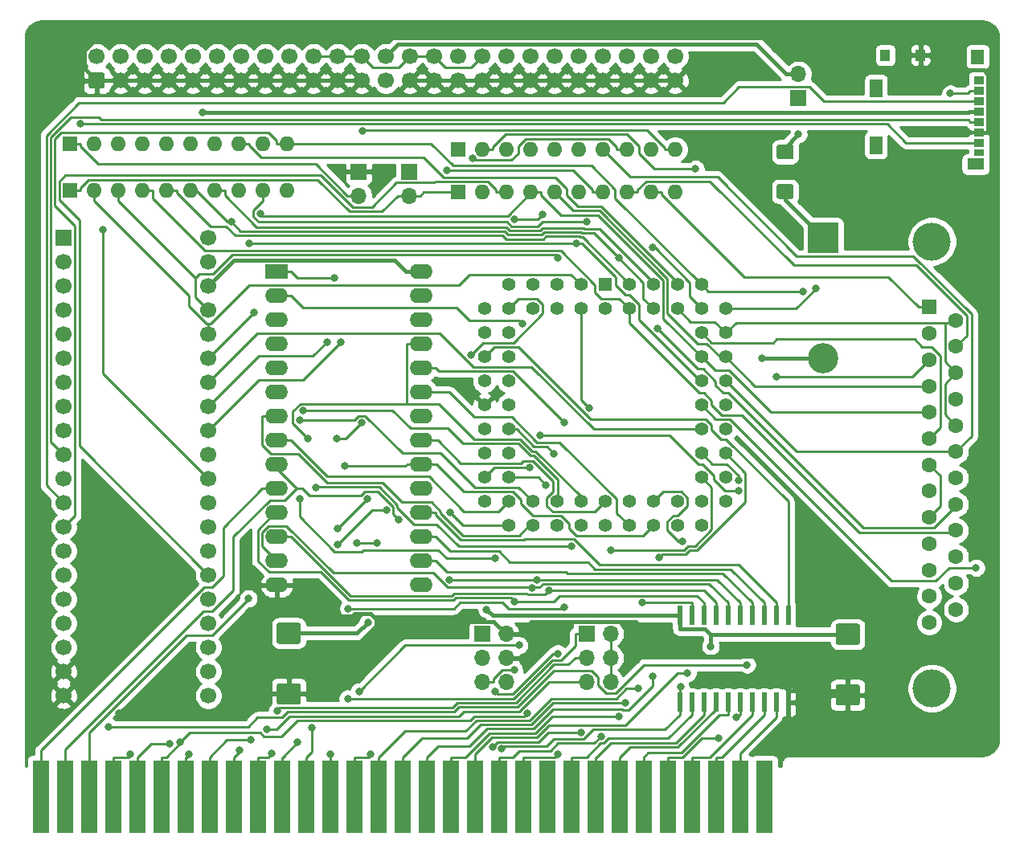
<source format=gbr>
%TF.GenerationSoftware,KiCad,Pcbnew,(5.1.10)-1*%
%TF.CreationDate,2021-12-13T18:42:30+00:00*%
%TF.ProjectId,isascsi,69736173-6373-4692-9e6b-696361645f70,rev?*%
%TF.SameCoordinates,Original*%
%TF.FileFunction,Copper,L1,Top*%
%TF.FilePolarity,Positive*%
%FSLAX46Y46*%
G04 Gerber Fmt 4.6, Leading zero omitted, Abs format (unit mm)*
G04 Created by KiCad (PCBNEW (5.1.10)-1) date 2021-12-13 18:42:30*
%MOMM*%
%LPD*%
G01*
G04 APERTURE LIST*
%TA.AperFunction,ComponentPad*%
%ADD10C,1.700000*%
%TD*%
%TA.AperFunction,ComponentPad*%
%ADD11R,1.700000X1.700000*%
%TD*%
%TA.AperFunction,ComponentPad*%
%ADD12O,1.600000X1.600000*%
%TD*%
%TA.AperFunction,ComponentPad*%
%ADD13R,1.600000X1.600000*%
%TD*%
%TA.AperFunction,SMDPad,CuDef*%
%ADD14R,1.350000X1.900000*%
%TD*%
%TA.AperFunction,SMDPad,CuDef*%
%ADD15R,1.000000X1.200000*%
%TD*%
%TA.AperFunction,SMDPad,CuDef*%
%ADD16R,1.350000X1.550000*%
%TD*%
%TA.AperFunction,SMDPad,CuDef*%
%ADD17R,1.800000X1.170000*%
%TD*%
%TA.AperFunction,SMDPad,CuDef*%
%ADD18R,1.100000X0.850000*%
%TD*%
%TA.AperFunction,SMDPad,CuDef*%
%ADD19R,1.100000X0.750000*%
%TD*%
%TA.AperFunction,ComponentPad*%
%ADD20O,2.400000X1.600000*%
%TD*%
%TA.AperFunction,ComponentPad*%
%ADD21R,2.400000X1.600000*%
%TD*%
%TA.AperFunction,ComponentPad*%
%ADD22C,4.000000*%
%TD*%
%TA.AperFunction,ComponentPad*%
%ADD23C,1.600000*%
%TD*%
%TA.AperFunction,ConnectorPad*%
%ADD24R,1.780000X7.620000*%
%TD*%
%TA.AperFunction,ComponentPad*%
%ADD25O,1.700000X1.700000*%
%TD*%
%TA.AperFunction,ComponentPad*%
%ADD26O,3.200000X3.200000*%
%TD*%
%TA.AperFunction,ComponentPad*%
%ADD27R,3.200000X3.200000*%
%TD*%
%TA.AperFunction,ComponentPad*%
%ADD28C,1.422400*%
%TD*%
%TA.AperFunction,ComponentPad*%
%ADD29R,1.422400X1.422400*%
%TD*%
%TA.AperFunction,SMDPad,CuDef*%
%ADD30R,0.508000X1.998980*%
%TD*%
%TA.AperFunction,ViaPad*%
%ADD31C,0.800000*%
%TD*%
%TA.AperFunction,Conductor*%
%ADD32C,0.450000*%
%TD*%
%TA.AperFunction,Conductor*%
%ADD33C,0.250000*%
%TD*%
%TA.AperFunction,Conductor*%
%ADD34C,0.254000*%
%TD*%
%TA.AperFunction,Conductor*%
%ADD35C,0.100000*%
%TD*%
G04 APERTURE END LIST*
D10*
%TO.P,U1,40*%
%TO.N,+3V3*%
X112725200Y-61117500D03*
D11*
%TO.P,U1,1*%
%TO.N,Net-(U1-Pad1)*%
X97485200Y-61117500D03*
D10*
%TO.P,U1,39*%
%TO.N,GND*%
X112725200Y-63657500D03*
%TO.P,U1,2*%
%TO.N,Net-(U1-Pad2)*%
X97485200Y-63657500D03*
%TO.P,U1,38*%
%TO.N,VCC*%
X112725200Y-66197500D03*
%TO.P,U1,3*%
%TO.N,Net-(U1-Pad3)*%
X97485200Y-66197500D03*
%TO.P,U1,37*%
%TO.N,/SDB1*%
X112725200Y-68737500D03*
%TO.P,U1,4*%
%TO.N,Net-(U1-Pad4)*%
X97485200Y-68737500D03*
%TO.P,U1,36*%
%TO.N,/SDB0*%
X112725200Y-71277500D03*
%TO.P,U1,5*%
%TO.N,Net-(U1-Pad5)*%
X97485200Y-71277500D03*
%TO.P,U1,35*%
%TO.N,/SIO*%
X112725200Y-73817500D03*
%TO.P,U1,6*%
%TO.N,Net-(U1-Pad6)*%
X97485200Y-73817500D03*
%TO.P,U1,34*%
%TO.N,/SREQ*%
X112725200Y-76357500D03*
%TO.P,U1,7*%
%TO.N,Net-(U1-Pad7)*%
X97485200Y-76357500D03*
%TO.P,U1,33*%
%TO.N,/SCD*%
X112725200Y-78897500D03*
%TO.P,U1,8*%
%TO.N,Net-(U1-Pad8)*%
X97485200Y-78897500D03*
%TO.P,U1,32*%
%TO.N,/SSEL*%
X112725200Y-81437500D03*
%TO.P,U1,9*%
%TO.N,/SD_CS*%
X97485200Y-81437500D03*
%TO.P,U1,31*%
%TO.N,/SMSG*%
X112725200Y-83977500D03*
%TO.P,U1,10*%
%TO.N,/SD_CLK*%
X97485200Y-83977500D03*
%TO.P,U1,30*%
%TO.N,/SRST*%
X112725200Y-86517500D03*
%TO.P,U1,11*%
%TO.N,/SD_MISO*%
X97485200Y-86517500D03*
%TO.P,U1,29*%
%TO.N,Net-(U1-Pad29)*%
X112725200Y-89057500D03*
%TO.P,U1,12*%
%TO.N,/SD_MOSI*%
X97485200Y-89057500D03*
%TO.P,U1,28*%
%TO.N,Net-(U1-Pad28)*%
X112725200Y-91597500D03*
%TO.P,U1,13*%
%TO.N,/SDBP*%
X97485200Y-91597500D03*
%TO.P,U1,27*%
%TO.N,/SACK*%
X112725200Y-94137500D03*
%TO.P,U1,14*%
%TO.N,Net-(U1-Pad14)*%
X97485200Y-94137500D03*
%TO.P,U1,26*%
%TO.N,/SBSY*%
X112725200Y-96677500D03*
%TO.P,U1,15*%
%TO.N,/SDB2*%
X97485200Y-96677500D03*
%TO.P,U1,25*%
%TO.N,/SATN*%
X112725200Y-99217500D03*
%TO.P,U1,16*%
%TO.N,/SDB3*%
X97485200Y-99217500D03*
%TO.P,U1,24*%
%TO.N,/SDB7*%
X112725200Y-101757500D03*
%TO.P,U1,17*%
%TO.N,Net-(U1-Pad17)*%
X97485200Y-101757500D03*
%TO.P,U1,23*%
%TO.N,/SDB6*%
X112725200Y-104297500D03*
%TO.P,U1,18*%
%TO.N,+3V3*%
X97485200Y-104297500D03*
%TO.P,U1,22*%
%TO.N,/SDB5*%
X112725200Y-106837500D03*
%TO.P,U1,19*%
%TO.N,GND*%
X97485200Y-106837500D03*
%TO.P,U1,21*%
%TO.N,/SDB4*%
X112725200Y-109377500D03*
%TO.P,U1,20*%
%TO.N,GND*%
X97485200Y-109377500D03*
%TD*%
%TO.P,C4,2*%
%TO.N,GND*%
%TA.AperFunction,SMDPad,CuDef*%
G36*
G01*
X179060999Y-108186000D02*
X181111001Y-108186000D01*
G75*
G02*
X181361000Y-108435999I0J-249999D01*
G01*
X181361000Y-110186001D01*
G75*
G02*
X181111001Y-110436000I-249999J0D01*
G01*
X179060999Y-110436000D01*
G75*
G02*
X178811000Y-110186001I0J249999D01*
G01*
X178811000Y-108435999D01*
G75*
G02*
X179060999Y-108186000I249999J0D01*
G01*
G37*
%TD.AperFunction*%
%TO.P,C4,1*%
%TO.N,VCC*%
%TA.AperFunction,SMDPad,CuDef*%
G36*
G01*
X179060999Y-101786000D02*
X181111001Y-101786000D01*
G75*
G02*
X181361000Y-102035999I0J-249999D01*
G01*
X181361000Y-103786001D01*
G75*
G02*
X181111001Y-104036000I-249999J0D01*
G01*
X179060999Y-104036000D01*
G75*
G02*
X178811000Y-103786001I0J249999D01*
G01*
X178811000Y-102035999D01*
G75*
G02*
X179060999Y-101786000I249999J0D01*
G01*
G37*
%TD.AperFunction*%
%TD*%
%TO.P,C1,2*%
%TO.N,GND*%
%TA.AperFunction,SMDPad,CuDef*%
G36*
G01*
X120162999Y-108075000D02*
X122213001Y-108075000D01*
G75*
G02*
X122463000Y-108324999I0J-249999D01*
G01*
X122463000Y-110075001D01*
G75*
G02*
X122213001Y-110325000I-249999J0D01*
G01*
X120162999Y-110325000D01*
G75*
G02*
X119913000Y-110075001I0J249999D01*
G01*
X119913000Y-108324999D01*
G75*
G02*
X120162999Y-108075000I249999J0D01*
G01*
G37*
%TD.AperFunction*%
%TO.P,C1,1*%
%TO.N,VCC*%
%TA.AperFunction,SMDPad,CuDef*%
G36*
G01*
X120162999Y-101675000D02*
X122213001Y-101675000D01*
G75*
G02*
X122463000Y-101924999I0J-249999D01*
G01*
X122463000Y-103675001D01*
G75*
G02*
X122213001Y-103925000I-249999J0D01*
G01*
X120162999Y-103925000D01*
G75*
G02*
X119913000Y-103675001I0J249999D01*
G01*
X119913000Y-101924999D01*
G75*
G02*
X120162999Y-101675000I249999J0D01*
G01*
G37*
%TD.AperFunction*%
%TD*%
%TO.P,F1,2*%
%TO.N,Net-(D1-Pad1)*%
%TA.AperFunction,SMDPad,CuDef*%
G36*
G01*
X172831999Y-55458300D02*
X174132001Y-55458300D01*
G75*
G02*
X174382000Y-55708299I0J-249999D01*
G01*
X174382000Y-56783301D01*
G75*
G02*
X174132001Y-57033300I-249999J0D01*
G01*
X172831999Y-57033300D01*
G75*
G02*
X172582000Y-56783301I0J249999D01*
G01*
X172582000Y-55708299D01*
G75*
G02*
X172831999Y-55458300I249999J0D01*
G01*
G37*
%TD.AperFunction*%
%TO.P,F1,1*%
%TO.N,/TRM_PWR*%
%TA.AperFunction,SMDPad,CuDef*%
G36*
G01*
X172832425Y-51283300D02*
X174131575Y-51283300D01*
G75*
G02*
X174382000Y-51533725I0J-250425D01*
G01*
X174382000Y-52607875D01*
G75*
G02*
X174131575Y-52858300I-250425J0D01*
G01*
X172832425Y-52858300D01*
G75*
G02*
X172582000Y-52607875I0J250425D01*
G01*
X172582000Y-51533725D01*
G75*
G02*
X172832425Y-51283300I250425J0D01*
G01*
G37*
%TD.AperFunction*%
%TD*%
D12*
%TO.P,RN4,10*%
%TO.N,/SIO*%
X161889000Y-51810900D03*
%TO.P,RN4,9*%
%TO.N,/SREQ*%
X159349000Y-51810900D03*
%TO.P,RN4,8*%
%TO.N,/SCD*%
X156809000Y-51810900D03*
%TO.P,RN4,7*%
%TO.N,/SSEL*%
X154269000Y-51810900D03*
%TO.P,RN4,6*%
%TO.N,/SMSG*%
X151729000Y-51810900D03*
%TO.P,RN4,5*%
%TO.N,/SRST*%
X149189000Y-51810900D03*
%TO.P,RN4,4*%
%TO.N,/SACK*%
X146649000Y-51810900D03*
%TO.P,RN4,3*%
%TO.N,/SBSY*%
X144109000Y-51810900D03*
%TO.P,RN4,2*%
%TO.N,/SATN*%
X141569000Y-51810900D03*
D13*
%TO.P,RN4,1*%
%TO.N,Net-(JP1-Pad2)*%
X139029000Y-51810900D03*
%TD*%
D12*
%TO.P,RN3,10*%
%TO.N,/SDBP*%
X121000500Y-51191200D03*
%TO.P,RN3,9*%
%TO.N,/SDB7*%
X118460500Y-51191200D03*
%TO.P,RN3,8*%
%TO.N,/SDB6*%
X115920500Y-51191200D03*
%TO.P,RN3,7*%
%TO.N,/SDB5*%
X113380500Y-51191200D03*
%TO.P,RN3,6*%
%TO.N,/SDB4*%
X110840500Y-51191200D03*
%TO.P,RN3,5*%
%TO.N,/SDB3*%
X108300500Y-51191200D03*
%TO.P,RN3,4*%
%TO.N,/SDB2*%
X105760500Y-51191200D03*
%TO.P,RN3,3*%
%TO.N,/SDB1*%
X103220500Y-51191200D03*
%TO.P,RN3,2*%
%TO.N,/SDB0*%
X100680500Y-51191200D03*
D13*
%TO.P,RN3,1*%
%TO.N,Net-(JP1-Pad2)*%
X98140500Y-51191200D03*
%TD*%
D12*
%TO.P,RN2,10*%
%TO.N,/SIO*%
X161905000Y-56322000D03*
%TO.P,RN2,9*%
%TO.N,/SREQ*%
X159365000Y-56322000D03*
%TO.P,RN2,8*%
%TO.N,/SCD*%
X156825000Y-56322000D03*
%TO.P,RN2,7*%
%TO.N,/SSEL*%
X154285000Y-56322000D03*
%TO.P,RN2,6*%
%TO.N,/SMSG*%
X151745000Y-56322000D03*
%TO.P,RN2,5*%
%TO.N,/SRST*%
X149205000Y-56322000D03*
%TO.P,RN2,4*%
%TO.N,/SACK*%
X146665000Y-56322000D03*
%TO.P,RN2,3*%
%TO.N,/SBSY*%
X144125000Y-56322000D03*
%TO.P,RN2,2*%
%TO.N,/SATN*%
X141585000Y-56322000D03*
D13*
%TO.P,RN2,1*%
%TO.N,Net-(JP2-Pad2)*%
X139045000Y-56322000D03*
%TD*%
D12*
%TO.P,RN1,10*%
%TO.N,/SDBP*%
X121000500Y-56118800D03*
%TO.P,RN1,9*%
%TO.N,/SDB7*%
X118460500Y-56118800D03*
%TO.P,RN1,8*%
%TO.N,/SDB6*%
X115920500Y-56118800D03*
%TO.P,RN1,7*%
%TO.N,/SDB5*%
X113380500Y-56118800D03*
%TO.P,RN1,6*%
%TO.N,/SDB4*%
X110840500Y-56118800D03*
%TO.P,RN1,5*%
%TO.N,/SDB3*%
X108300500Y-56118800D03*
%TO.P,RN1,4*%
%TO.N,/SDB2*%
X105760500Y-56118800D03*
%TO.P,RN1,3*%
%TO.N,/SDB1*%
X103220500Y-56118800D03*
%TO.P,RN1,2*%
%TO.N,/SDB0*%
X100680500Y-56118800D03*
D13*
%TO.P,RN1,1*%
%TO.N,Net-(JP2-Pad2)*%
X98140500Y-56118800D03*
%TD*%
D14*
%TO.P,J5,11*%
%TO.N,N/C*%
X183058000Y-51340400D03*
X183058000Y-45370400D03*
D15*
%TO.P,J5,9*%
%TO.N,GND*%
X187733000Y-41870400D03*
%TO.P,J5,10*%
%TO.N,N/C*%
X184033000Y-41870400D03*
D16*
%TO.P,J5,11*%
X193758000Y-42045400D03*
D17*
X193533000Y-53365400D03*
D18*
%TO.P,J5,7*%
%TO.N,/SD_MISO*%
X193883000Y-51105400D03*
%TO.P,J5,6*%
%TO.N,GND*%
X193883000Y-50005400D03*
%TO.P,J5,5*%
%TO.N,/SD_CLK*%
X193883000Y-48905400D03*
%TO.P,J5,4*%
%TO.N,+3V3*%
X193883000Y-47805400D03*
%TO.P,J5,3*%
%TO.N,/SD_MOSI*%
X193883000Y-46705400D03*
%TO.P,J5,2*%
%TO.N,/SD_CS*%
X193883000Y-45605400D03*
D19*
%TO.P,J5,8*%
%TO.N,Net-(J5-Pad8)*%
X193883000Y-52155400D03*
D18*
%TO.P,J5,1*%
%TO.N,Net-(J5-Pad1)*%
X193883000Y-44505400D03*
%TD*%
D20*
%TO.P,U3,28*%
%TO.N,VCC*%
X135174000Y-64704000D03*
%TO.P,U3,14*%
%TO.N,GND*%
X119934000Y-97724000D03*
%TO.P,U3,27*%
%TO.N,VCC*%
X135174000Y-67244000D03*
%TO.P,U3,13*%
%TO.N,/SD2*%
X119934000Y-95184000D03*
%TO.P,U3,26*%
%TO.N,Net-(U3-Pad26)*%
X135174000Y-69784000D03*
%TO.P,U3,12*%
%TO.N,/SD1*%
X119934000Y-92644000D03*
%TO.P,U3,25*%
%TO.N,/A8*%
X135174000Y-72324000D03*
%TO.P,U3,11*%
%TO.N,/SD0*%
X119934000Y-90104000D03*
%TO.P,U3,24*%
%TO.N,/A9*%
X135174000Y-74864000D03*
%TO.P,U3,10*%
%TO.N,/A0*%
X119934000Y-87564000D03*
%TO.P,U3,23*%
%TO.N,/A11*%
X135174000Y-77404000D03*
%TO.P,U3,9*%
%TO.N,/A1*%
X119934000Y-85024000D03*
%TO.P,U3,22*%
%TO.N,/~ROM_SEL*%
X135174000Y-79944000D03*
%TO.P,U3,8*%
%TO.N,/A2*%
X119934000Y-82484000D03*
%TO.P,U3,21*%
%TO.N,/A10*%
X135174000Y-82484000D03*
%TO.P,U3,7*%
%TO.N,/A3*%
X119934000Y-79944000D03*
%TO.P,U3,20*%
%TO.N,/A13*%
X135174000Y-85024000D03*
%TO.P,U3,6*%
%TO.N,/A4*%
X119934000Y-77404000D03*
%TO.P,U3,19*%
%TO.N,/SD7*%
X135174000Y-87564000D03*
%TO.P,U3,5*%
%TO.N,/A5*%
X119934000Y-74864000D03*
%TO.P,U3,18*%
%TO.N,/SD6*%
X135174000Y-90104000D03*
%TO.P,U3,4*%
%TO.N,/A6*%
X119934000Y-72324000D03*
%TO.P,U3,17*%
%TO.N,/SD5*%
X135174000Y-92644000D03*
%TO.P,U3,3*%
%TO.N,/A7*%
X119934000Y-69784000D03*
%TO.P,U3,16*%
%TO.N,/SD4*%
X135174000Y-95184000D03*
%TO.P,U3,2*%
%TO.N,/A12*%
X119934000Y-67244000D03*
%TO.P,U3,15*%
%TO.N,/SD3*%
X135174000Y-97724000D03*
D21*
%TO.P,U3,1*%
%TO.N,Net-(R1-Pad1)*%
X119934000Y-64704000D03*
%TD*%
D22*
%TO.P,J2,0*%
%TO.N,N/C*%
X188946000Y-61502700D03*
X188946000Y-108602700D03*
D23*
%TO.P,J2,25*%
%TO.N,/TRM_PWR*%
X191486000Y-100287700D03*
%TO.P,J2,24*%
%TO.N,/SCSI_Vss*%
X191486000Y-97517700D03*
%TO.P,J2,23*%
%TO.N,/SDB4*%
X191486000Y-94747700D03*
%TO.P,J2,22*%
%TO.N,/SDB2*%
X191486000Y-91977700D03*
%TO.P,J2,21*%
%TO.N,/SDB1*%
X191486000Y-89207700D03*
%TO.P,J2,20*%
%TO.N,/SDBP*%
X191486000Y-86437700D03*
%TO.P,J2,19*%
%TO.N,/SSEL*%
X191486000Y-83667700D03*
%TO.P,J2,18*%
%TO.N,/SCSI_Vss*%
X191486000Y-80897700D03*
%TO.P,J2,17*%
%TO.N,/SATN*%
X191486000Y-78127700D03*
%TO.P,J2,16*%
%TO.N,/SCSI_Vss*%
X191486000Y-75357700D03*
%TO.P,J2,15*%
%TO.N,/SCD*%
X191486000Y-72587700D03*
%TO.P,J2,14*%
%TO.N,/SCSI_Vss*%
X191486000Y-69817700D03*
%TO.P,J2,13*%
%TO.N,/SDB7*%
X188646000Y-101672700D03*
%TO.P,J2,12*%
%TO.N,/SDB6*%
X188646000Y-98902700D03*
%TO.P,J2,11*%
%TO.N,/SDB5*%
X188646000Y-96132700D03*
%TO.P,J2,10*%
%TO.N,/SDB3*%
X188646000Y-93362700D03*
%TO.P,J2,9*%
%TO.N,/SCSI_Vss*%
X188646000Y-90592700D03*
%TO.P,J2,8*%
%TO.N,/SDB0*%
X188646000Y-87822700D03*
%TO.P,J2,7*%
%TO.N,/SCSI_Vss*%
X188646000Y-85052700D03*
%TO.P,J2,6*%
%TO.N,/SBSY*%
X188646000Y-82282700D03*
%TO.P,J2,5*%
%TO.N,/SACK*%
X188646000Y-79512700D03*
%TO.P,J2,4*%
%TO.N,/SRST*%
X188646000Y-76742700D03*
%TO.P,J2,3*%
%TO.N,/SIO*%
X188646000Y-73972700D03*
%TO.P,J2,2*%
%TO.N,/SMSG*%
X188646000Y-71202700D03*
D13*
%TO.P,J2,1*%
%TO.N,/SREQ*%
X188646000Y-68432700D03*
%TD*%
D24*
%TO.P,J1,32*%
%TO.N,Net-(J1-Pad32)*%
X171282000Y-120020000D03*
%TO.P,J1,33*%
%TO.N,/D7*%
X168742000Y-120020000D03*
%TO.P,J1,34*%
%TO.N,/D6*%
X166202000Y-120020000D03*
%TO.P,J1,35*%
%TO.N,/D5*%
X163662000Y-120020000D03*
%TO.P,J1,36*%
%TO.N,/D4*%
X161122000Y-120020000D03*
%TO.P,J1,37*%
%TO.N,/D3*%
X158582000Y-120020000D03*
%TO.P,J1,38*%
%TO.N,/D2*%
X156042000Y-120020000D03*
%TO.P,J1,39*%
%TO.N,/D1*%
X153502000Y-120020000D03*
%TO.P,J1,40*%
%TO.N,/D0*%
X150962000Y-120020000D03*
%TO.P,J1,41*%
%TO.N,Net-(J1-Pad41)*%
X148422000Y-120020000D03*
%TO.P,J1,42*%
%TO.N,/AEN*%
X145882000Y-120020000D03*
%TO.P,J1,43*%
%TO.N,/A19*%
X143342000Y-120020000D03*
%TO.P,J1,44*%
%TO.N,/A18*%
X140802000Y-120020000D03*
%TO.P,J1,45*%
%TO.N,/A17*%
X138262000Y-120020000D03*
%TO.P,J1,46*%
%TO.N,/A16*%
X135722000Y-120020000D03*
%TO.P,J1,47*%
%TO.N,/A15*%
X133182000Y-120020000D03*
%TO.P,J1,48*%
%TO.N,/A14*%
X130642000Y-120020000D03*
%TO.P,J1,49*%
%TO.N,/A13*%
X128102000Y-120020000D03*
%TO.P,J1,50*%
%TO.N,/A12*%
X125562000Y-120020000D03*
%TO.P,J1,51*%
%TO.N,/A11*%
X123022000Y-120020000D03*
%TO.P,J1,52*%
%TO.N,/A10*%
X120482000Y-120020000D03*
%TO.P,J1,53*%
%TO.N,/A9*%
X117942000Y-120020000D03*
%TO.P,J1,54*%
%TO.N,/A8*%
X115402000Y-120020000D03*
%TO.P,J1,55*%
%TO.N,/A7*%
X112862000Y-120020000D03*
%TO.P,J1,56*%
%TO.N,/A6*%
X110322000Y-120020000D03*
%TO.P,J1,57*%
%TO.N,/A5*%
X107782000Y-120020000D03*
%TO.P,J1,58*%
%TO.N,/A4*%
X105242000Y-120020000D03*
%TO.P,J1,59*%
%TO.N,/A3*%
X102702000Y-120020000D03*
%TO.P,J1,60*%
%TO.N,/A2*%
X100162000Y-120020000D03*
%TO.P,J1,61*%
%TO.N,/A1*%
X97622000Y-120020000D03*
%TO.P,J1,62*%
%TO.N,/A0*%
X95082000Y-120020000D03*
%TD*%
D25*
%TO.P,JP3,2*%
%TO.N,/TRM_PWR*%
X174894000Y-43860700D03*
D11*
%TO.P,JP3,1*%
X174894000Y-46400700D03*
%TD*%
D25*
%TO.P,JP2,2*%
%TO.N,Net-(JP2-Pad2)*%
X133843000Y-56682600D03*
D11*
%TO.P,JP2,1*%
%TO.N,VCC*%
X133843000Y-54142600D03*
%TD*%
D25*
%TO.P,JP1,2*%
%TO.N,Net-(JP1-Pad2)*%
X128549000Y-56682600D03*
D11*
%TO.P,JP1,1*%
%TO.N,GND*%
X128549000Y-54142600D03*
%TD*%
D25*
%TO.P,J4,6*%
%TO.N,/IRQ_SEL*%
X155113000Y-107930000D03*
%TO.P,J4,5*%
%TO.N,/IRQ5*%
X152573000Y-107930000D03*
%TO.P,J4,4*%
%TO.N,/IRQ_SEL*%
X155113000Y-105390000D03*
%TO.P,J4,3*%
%TO.N,/IRQ6*%
X152573000Y-105390000D03*
%TO.P,J4,2*%
%TO.N,/IRQ_SEL*%
X155113000Y-102850000D03*
D11*
%TO.P,J4,1*%
%TO.N,/IRQ7*%
X152573000Y-102850000D03*
%TD*%
D25*
%TO.P,J3,6*%
%TO.N,GND*%
X144115000Y-107975000D03*
%TO.P,J3,5*%
%TO.N,/ASEL2*%
X141575000Y-107975000D03*
%TO.P,J3,4*%
%TO.N,GND*%
X144115000Y-105435000D03*
%TO.P,J3,3*%
%TO.N,/ASEL1*%
X141575000Y-105435000D03*
%TO.P,J3,2*%
%TO.N,GND*%
X144115000Y-102895000D03*
D11*
%TO.P,J3,1*%
%TO.N,/ASEL0*%
X141575000Y-102895000D03*
%TD*%
D26*
%TO.P,D1,2*%
%TO.N,VCC*%
X177490000Y-73807300D03*
D27*
%TO.P,D1,1*%
%TO.N,Net-(D1-Pad1)*%
X177490000Y-61107300D03*
%TD*%
D28*
%TO.P,U4,60*%
%TO.N,/SATN*%
X167208000Y-68610500D03*
%TO.P,U4,58*%
%TO.N,/SCSI_Vss*%
X167208000Y-71150500D03*
%TO.P,U4,56*%
%TO.N,/SRST*%
X167208000Y-73690500D03*
%TO.P,U4,54*%
%TO.N,/SSEL*%
X167208000Y-76230500D03*
%TO.P,U4,52*%
%TO.N,/SCSI_Vss*%
X167208000Y-78770500D03*
%TO.P,U4,50*%
%TO.N,/SIO*%
X167208000Y-81310500D03*
%TO.P,U4,48*%
%TO.N,/~IOW*%
X167208000Y-83850500D03*
%TO.P,U4,46*%
%TO.N,/~SMEMR*%
X167208000Y-86390500D03*
%TO.P,U4,61*%
%TO.N,/SDBP*%
X164668000Y-66070500D03*
%TO.P,U4,59*%
%TO.N,/SBSY*%
X164668000Y-71150500D03*
%TO.P,U4,57*%
%TO.N,/SACK*%
X164668000Y-73690500D03*
%TO.P,U4,55*%
%TO.N,/SMSG*%
X164668000Y-76230500D03*
%TO.P,U4,53*%
%TO.N,/SCD*%
X164668000Y-78770500D03*
%TO.P,U4,51*%
%TO.N,/SREQ*%
X164668000Y-81310500D03*
%TO.P,U4,49*%
%TO.N,/OSC*%
X164668000Y-83850500D03*
%TO.P,U4,47*%
%TO.N,/~SMEMW*%
X164668000Y-86390500D03*
%TO.P,U4,45*%
%TO.N,/A19*%
X164668000Y-88930500D03*
%TO.P,U4,43*%
%TO.N,/A17*%
X164668000Y-91470500D03*
%TO.P,U4,41*%
%TO.N,/A15*%
X162128000Y-91470500D03*
%TO.P,U4,39*%
%TO.N,/A13*%
X159588000Y-91470500D03*
%TO.P,U4,37*%
%TO.N,/A11*%
X157048000Y-91470500D03*
%TO.P,U4,35*%
%TO.N,/A9*%
X154508000Y-91470500D03*
%TO.P,U4,33*%
%TO.N,/A7*%
X151968000Y-91470500D03*
%TO.P,U4,31*%
%TO.N,/A5*%
X149428000Y-91470500D03*
%TO.P,U4,29*%
%TO.N,/A3*%
X146888000Y-91470500D03*
%TO.P,U4,27*%
%TO.N,/A1*%
X144348000Y-91470500D03*
%TO.P,U4,44*%
%TO.N,/A18*%
X167208000Y-88930500D03*
%TO.P,U4,42*%
%TO.N,/A16*%
X162128000Y-88930500D03*
%TO.P,U4,40*%
%TO.N,/A14*%
X159588000Y-88930500D03*
%TO.P,U4,38*%
%TO.N,/A12*%
X157048000Y-88930500D03*
%TO.P,U4,36*%
%TO.N,/A10*%
X154508000Y-88930500D03*
%TO.P,U4,34*%
%TO.N,/A8*%
X151968000Y-88930500D03*
%TO.P,U4,32*%
%TO.N,/A6*%
X149428000Y-88930500D03*
%TO.P,U4,30*%
%TO.N,/A4*%
X146888000Y-88930500D03*
%TO.P,U4,28*%
%TO.N,/A2*%
X144348000Y-88930500D03*
%TO.P,U4,26*%
%TO.N,/A0*%
X141808000Y-88930500D03*
%TO.P,U4,24*%
%TO.N,/RESET*%
X141808000Y-86390500D03*
%TO.P,U4,22*%
%TO.N,/SD0*%
X141808000Y-83850500D03*
%TO.P,U4,20*%
%TO.N,/SD2*%
X141808000Y-81310500D03*
%TO.P,U4,18*%
%TO.N,GND*%
X141808000Y-78770500D03*
%TO.P,U4,16*%
%TO.N,/SD5*%
X141808000Y-76230500D03*
%TO.P,U4,14*%
%TO.N,/SD7*%
X141808000Y-73690500D03*
%TO.P,U4,12*%
%TO.N,/ASEL2*%
X141808000Y-71150500D03*
%TO.P,U4,10*%
%TO.N,/ASEL0*%
X141808000Y-68610500D03*
%TO.P,U4,25*%
%TO.N,/AEN*%
X144348000Y-86390500D03*
%TO.P,U4,23*%
%TO.N,/CLK*%
X144348000Y-83850500D03*
%TO.P,U4,21*%
%TO.N,/SD1*%
X144348000Y-81310500D03*
%TO.P,U4,19*%
%TO.N,/SD3*%
X144348000Y-78770500D03*
%TO.P,U4,17*%
%TO.N,/SD4*%
X144348000Y-76230500D03*
%TO.P,U4,15*%
%TO.N,/SD6*%
X144348000Y-73690500D03*
%TO.P,U4,13*%
%TO.N,VCC*%
X144348000Y-71150500D03*
%TO.P,U4,11*%
%TO.N,/ASEL1*%
X144348000Y-68610500D03*
%TO.P,U4,63*%
%TO.N,/SDB6*%
X162128000Y-66070500D03*
%TO.P,U4,65*%
%TO.N,/SDB5*%
X159588000Y-66070500D03*
%TO.P,U4,67*%
%TO.N,/SDB3*%
X157048000Y-66070500D03*
%TO.P,U4,9*%
%TO.N,/~ROM_SEL*%
X144348000Y-66070500D03*
%TO.P,U4,7*%
%TO.N,/~SDRV_SEL*%
X146888000Y-66070500D03*
%TO.P,U4,5*%
%TO.N,/0WS*%
X149428000Y-66070500D03*
%TO.P,U4,3*%
%TO.N,/SDB0*%
X151968000Y-66070500D03*
D29*
%TO.P,U4,1*%
%TO.N,/SCSI_Vss*%
X154508000Y-66070500D03*
D28*
%TO.P,U4,62*%
%TO.N,/SDB7*%
X164668000Y-68610500D03*
%TO.P,U4,64*%
%TO.N,/SCSI_Vss*%
X162128000Y-68610500D03*
%TO.P,U4,66*%
%TO.N,/SDB4*%
X159588000Y-68610500D03*
%TO.P,U4,68*%
%TO.N,/SDB2*%
X157048000Y-68610500D03*
%TO.P,U4,8*%
%TO.N,/~SW_SEL*%
X146888000Y-68610500D03*
%TO.P,U4,6*%
%TO.N,/~RAM_SEL*%
X149428000Y-68610500D03*
%TO.P,U4,4*%
%TO.N,/IRQ_SEL*%
X151968000Y-68610500D03*
%TO.P,U4,2*%
%TO.N,/SDB1*%
X154508000Y-68610500D03*
%TD*%
D30*
%TO.P,U2,10*%
%TO.N,GND*%
X173802000Y-110095940D03*
%TO.P,U2,9*%
%TO.N,/D7*%
X172532000Y-110095940D03*
%TO.P,U2,8*%
%TO.N,/D6*%
X171262000Y-110095940D03*
%TO.P,U2,7*%
%TO.N,/D5*%
X169992000Y-110095940D03*
%TO.P,U2,6*%
%TO.N,/D4*%
X168722000Y-110095940D03*
%TO.P,U2,5*%
%TO.N,/D3*%
X167452000Y-110095940D03*
%TO.P,U2,4*%
%TO.N,/D2*%
X166182000Y-110095940D03*
%TO.P,U2,3*%
%TO.N,/D1*%
X164912000Y-110095940D03*
%TO.P,U2,2*%
%TO.N,/D0*%
X163642000Y-110095940D03*
%TO.P,U2,1*%
%TO.N,/~SMEMR*%
X162372000Y-110095940D03*
%TO.P,U2,20*%
%TO.N,VCC*%
X162372000Y-100896060D03*
%TO.P,U2,19*%
%TO.N,/~SDRV_SEL*%
X163642000Y-100896060D03*
%TO.P,U2,18*%
%TO.N,/SD0*%
X164912000Y-100896060D03*
%TO.P,U2,17*%
%TO.N,/SD1*%
X166182000Y-100896060D03*
%TO.P,U2,16*%
%TO.N,/SD2*%
X167452000Y-100896060D03*
%TO.P,U2,15*%
%TO.N,/SD3*%
X168722000Y-100896060D03*
%TO.P,U2,14*%
%TO.N,/SD4*%
X169992000Y-100896060D03*
%TO.P,U2,13*%
%TO.N,/SD5*%
X171262000Y-100896060D03*
%TO.P,U2,12*%
%TO.N,/SD6*%
X172532000Y-100896060D03*
%TO.P,U2,11*%
%TO.N,/SD7*%
X173802000Y-100896060D03*
%TD*%
D10*
%TO.P,J6,50*%
%TO.N,/SIO*%
X161915000Y-41996400D03*
%TO.P,J6,48*%
%TO.N,/SREQ*%
X159375000Y-41996400D03*
%TO.P,J6,46*%
%TO.N,/SCD*%
X156835000Y-41996400D03*
%TO.P,J6,44*%
%TO.N,/SSEL*%
X154295000Y-41996400D03*
%TO.P,J6,42*%
%TO.N,/SMSG*%
X151755000Y-41996400D03*
%TO.P,J6,40*%
%TO.N,/SRST*%
X149215000Y-41996400D03*
%TO.P,J6,38*%
%TO.N,/SACK*%
X146675000Y-41996400D03*
%TO.P,J6,36*%
%TO.N,/SBSY*%
X144135000Y-41996400D03*
%TO.P,J6,34*%
%TO.N,/SCSI_Vss*%
X141595000Y-41996400D03*
%TO.P,J6,32*%
%TO.N,/SATN*%
X139055000Y-41996400D03*
%TO.P,J6,30*%
%TO.N,/SCSI_Vss*%
X136515000Y-41996400D03*
%TO.P,J6,28*%
X133975000Y-41996400D03*
%TO.P,J6,26*%
%TO.N,/TRM_PWR*%
X131435000Y-41996400D03*
%TO.P,J6,24*%
%TO.N,/SCSI_Vss*%
X128895000Y-41996400D03*
%TO.P,J6,22*%
X126355000Y-41996400D03*
%TO.P,J6,20*%
X123815000Y-41996400D03*
%TO.P,J6,18*%
%TO.N,/SDBP*%
X121275000Y-41996400D03*
%TO.P,J6,16*%
%TO.N,/SDB7*%
X118735000Y-41996400D03*
%TO.P,J6,14*%
%TO.N,/SDB6*%
X116195000Y-41996400D03*
%TO.P,J6,12*%
%TO.N,/SDB5*%
X113655000Y-41996400D03*
%TO.P,J6,10*%
%TO.N,/SDB4*%
X111115000Y-41996400D03*
%TO.P,J6,8*%
%TO.N,/SDB3*%
X108575000Y-41996400D03*
%TO.P,J6,6*%
%TO.N,/SDB2*%
X106035000Y-41996400D03*
%TO.P,J6,4*%
%TO.N,/SDB1*%
X103495000Y-41996400D03*
%TO.P,J6,2*%
%TO.N,/SDB0*%
X100955000Y-41996400D03*
%TO.P,J6,49*%
%TO.N,GND*%
X161915000Y-44536400D03*
%TO.P,J6,47*%
X159375000Y-44536400D03*
%TO.P,J6,45*%
X156835000Y-44536400D03*
%TO.P,J6,43*%
X154295000Y-44536400D03*
%TO.P,J6,41*%
X151755000Y-44536400D03*
%TO.P,J6,39*%
X149215000Y-44536400D03*
%TO.P,J6,37*%
X146675000Y-44536400D03*
%TO.P,J6,35*%
X144135000Y-44536400D03*
%TO.P,J6,33*%
X141595000Y-44536400D03*
%TO.P,J6,31*%
X139055000Y-44536400D03*
%TO.P,J6,29*%
X136515000Y-44536400D03*
%TO.P,J6,27*%
X133975000Y-44536400D03*
%TO.P,J6,25*%
%TO.N,Net-(J6-Pad25)*%
X131435000Y-44536400D03*
%TO.P,J6,23*%
%TO.N,GND*%
X128895000Y-44536400D03*
%TO.P,J6,21*%
X126355000Y-44536400D03*
%TO.P,J6,19*%
X123815000Y-44536400D03*
%TO.P,J6,17*%
X121275000Y-44536400D03*
%TO.P,J6,15*%
X118735000Y-44536400D03*
%TO.P,J6,13*%
X116195000Y-44536400D03*
%TO.P,J6,11*%
X113655000Y-44536400D03*
%TO.P,J6,9*%
X111115000Y-44536400D03*
%TO.P,J6,7*%
X108575000Y-44536400D03*
%TO.P,J6,5*%
X106035000Y-44536400D03*
%TO.P,J6,3*%
X103495000Y-44536400D03*
%TO.P,J6,1*%
%TA.AperFunction,ComponentPad*%
G36*
G01*
X101555000Y-45386400D02*
X100355000Y-45386400D01*
G75*
G02*
X100105000Y-45136400I0J250000D01*
G01*
X100105000Y-43936400D01*
G75*
G02*
X100355000Y-43686400I250000J0D01*
G01*
X101555000Y-43686400D01*
G75*
G02*
X101805000Y-43936400I0J-250000D01*
G01*
X101805000Y-45136400D01*
G75*
G02*
X101555000Y-45386400I-250000J0D01*
G01*
G37*
%TD.AperFunction*%
%TD*%
D31*
%TO.N,GND*%
X103279900Y-111206700D03*
X173802000Y-111801600D03*
%TO.N,VCC*%
X165632500Y-104192300D03*
X129537500Y-101639100D03*
X142023900Y-100280700D03*
X171071600Y-73807300D03*
%TO.N,/RESET*%
X168579600Y-87826800D03*
X147680000Y-81942800D03*
X146557600Y-85373200D03*
%TO.N,/~SMEMW*%
X142943100Y-108944800D03*
X149541900Y-104940600D03*
X155110100Y-94060800D03*
%TO.N,/~SMEMR*%
X143643300Y-114994200D03*
X162455300Y-108484000D03*
%TO.N,/~IOW*%
X142640300Y-114776700D03*
X151967300Y-113233900D03*
X160240800Y-94786100D03*
%TO.N,/D4*%
X166480500Y-113866100D03*
X168298000Y-111706100D03*
%TO.N,/AEN*%
X149516300Y-115597800D03*
X148300200Y-87161800D03*
%TO.N,/A19*%
X154096700Y-113684200D03*
%TO.N,/A18*%
X163208300Y-107044300D03*
%TO.N,/A17*%
X155956600Y-111562100D03*
%TO.N,/A16*%
X159496800Y-107309600D03*
%TO.N,/A15*%
X156641800Y-110157300D03*
%TO.N,/A14*%
X158017400Y-108658100D03*
X162697700Y-93126200D03*
%TO.N,/A13*%
X129828900Y-115584800D03*
X127084100Y-85149300D03*
%TO.N,/A12*%
X125562000Y-115572900D03*
X127461200Y-100198400D03*
X150245300Y-100049400D03*
X145778200Y-70213600D03*
%TO.N,/A11*%
X123629700Y-112736500D03*
X126350600Y-91759900D03*
X129490700Y-88619800D03*
%TO.N,/A10*%
X122130600Y-114307600D03*
X126356500Y-93421500D03*
X131465300Y-89815700D03*
%TO.N,/A9*%
X150185400Y-80600300D03*
X119415100Y-115491900D03*
X126290500Y-82292900D03*
X128857900Y-80629200D03*
%TO.N,/A8*%
X115977600Y-115155700D03*
X123223600Y-82252400D03*
%TO.N,/A7*%
X124026900Y-87486800D03*
X150970600Y-93663500D03*
X117190400Y-114054000D03*
%TO.N,/A6*%
X110702400Y-115594300D03*
X122709700Y-79330100D03*
%TO.N,/A5*%
X109760900Y-114302500D03*
X146306200Y-111251600D03*
%TO.N,/A4*%
X122347100Y-80341900D03*
X108684000Y-114418100D03*
%TO.N,/A3*%
X104507100Y-115600300D03*
%TO.N,/A2*%
X116949900Y-99136100D03*
%TO.N,/A1*%
X132810600Y-90845500D03*
X138203700Y-90101100D03*
%TO.N,/A0*%
X122354600Y-88666600D03*
X142916100Y-94921400D03*
%TO.N,/TRM_PWR*%
X174894240Y-50220880D03*
%TO.N,/SDB4*%
X155949900Y-63233700D03*
X115145000Y-59451100D03*
%TO.N,/SDB1*%
X149539700Y-63204600D03*
X160013300Y-70695600D03*
%TO.N,/SDBP*%
X175396300Y-66800400D03*
%TO.N,/SSEL*%
X126712200Y-72094800D03*
X137882600Y-54005600D03*
%TO.N,/SATN*%
X176692200Y-66476400D03*
X164042300Y-53855300D03*
%TO.N,/SCD*%
X125227600Y-72094800D03*
X140533100Y-52761000D03*
X193601400Y-95915600D03*
%TO.N,/SDB7*%
X159489800Y-62167900D03*
X152597200Y-59444200D03*
%TO.N,/SDB0*%
X147910300Y-58699000D03*
X144954700Y-59173200D03*
%TO.N,/SACK*%
X118183300Y-58566800D03*
%TO.N,/SRST*%
X101643000Y-60281400D03*
%TO.N,/SIO*%
X172602700Y-75773300D03*
X117549300Y-68993400D03*
X128942600Y-49848100D03*
%TO.N,/SMSG*%
X116992600Y-61726200D03*
X151464100Y-61744100D03*
%TO.N,/ASEL1*%
X140391500Y-73458800D03*
%TO.N,/ASEL2*%
X144942000Y-106675900D03*
%TO.N,/ASEL0*%
X128406800Y-93286100D03*
X130529000Y-93286100D03*
%TO.N,/IRQ_SEL*%
X152876000Y-79105800D03*
%TO.N,/IRQ6*%
X119988000Y-110947000D03*
%TO.N,/IRQ5*%
X118866500Y-112928700D03*
%TO.N,/IRQ7*%
X127401100Y-109679600D03*
%TO.N,/SD_MISO*%
X99265900Y-49117100D03*
%TO.N,+3V3*%
X112110500Y-47888800D03*
%TO.N,/SD_CS*%
X190880400Y-45913700D03*
%TO.N,/~SDRV_SEL*%
X158412900Y-99571300D03*
%TO.N,/SD0*%
X145001300Y-99456700D03*
%TO.N,/SD1*%
X149150800Y-83902400D03*
X148573600Y-98320600D03*
%TO.N,/SD2*%
X146786200Y-98020300D03*
%TO.N,/SD3*%
X138140900Y-97145000D03*
X147340800Y-97145000D03*
%TO.N,/OSC*%
X102230400Y-112660300D03*
X169474000Y-106124600D03*
X168571800Y-86645500D03*
%TO.N,/CLK*%
X128582400Y-108942300D03*
X145467200Y-104070400D03*
%TO.N,Net-(R1-Pad1)*%
X125969900Y-65365700D03*
%TD*%
D32*
%TO.N,GND*%
X100955000Y-44536400D02*
X103495000Y-44536400D01*
X186807700Y-41870400D02*
X184972800Y-40035500D01*
X184972800Y-40035500D02*
X101005800Y-40035500D01*
X101005800Y-40035500D02*
X99633800Y-41407500D01*
X99633800Y-41407500D02*
X99633800Y-43215200D01*
X99633800Y-43215200D02*
X100955000Y-44536400D01*
X173802000Y-108833700D02*
X179608700Y-108833700D01*
X179608700Y-108833700D02*
X180086000Y-109311000D01*
X144115000Y-102895000D02*
X145390300Y-102895000D01*
X173802000Y-108833700D02*
X170203300Y-105235000D01*
X170203300Y-105235000D02*
X161445900Y-105235000D01*
X161445900Y-105235000D02*
X157785500Y-101574600D01*
X157785500Y-101574600D02*
X146710700Y-101574600D01*
X146710700Y-101574600D02*
X145390300Y-102895000D01*
X173802000Y-110095900D02*
X173802000Y-108833700D01*
X173802000Y-110095900D02*
X173802000Y-111801600D01*
X130362800Y-101585200D02*
X142805200Y-101585200D01*
X142805200Y-101585200D02*
X144115000Y-102895000D01*
X187733000Y-41870400D02*
X186807700Y-41870400D01*
X130362800Y-101585200D02*
X130362800Y-101297200D01*
X130362800Y-101297200D02*
X129840200Y-100774600D01*
X129840200Y-100774600D02*
X128149000Y-100774600D01*
X128149000Y-100774600D02*
X127899900Y-101023700D01*
X127899900Y-101023700D02*
X124859000Y-101023700D01*
X124859000Y-101023700D02*
X121559300Y-97724000D01*
X121188000Y-109200000D02*
X123143800Y-109200000D01*
X123143800Y-109200000D02*
X130362800Y-101981000D01*
X130362800Y-101981000D02*
X130362800Y-101585200D01*
X121188000Y-109200000D02*
X115566900Y-109200000D01*
X115566900Y-109200000D02*
X113560200Y-111206700D01*
X113560200Y-111206700D02*
X103279900Y-111206700D01*
X146675000Y-44536400D02*
X149215000Y-44536400D01*
X144135000Y-44536400D02*
X146675000Y-44536400D01*
X187733000Y-41870400D02*
X188658300Y-41870400D01*
X193883000Y-50005400D02*
X194858300Y-50005400D01*
X194858300Y-50005400D02*
X194858300Y-43896800D01*
X194858300Y-43896800D02*
X194411900Y-43450400D01*
X194411900Y-43450400D02*
X190238300Y-43450400D01*
X190238300Y-43450400D02*
X188658300Y-41870400D01*
X119934000Y-97724000D02*
X121559300Y-97724000D01*
X159375000Y-44536400D02*
X161915000Y-44536400D01*
X156835000Y-44536400D02*
X159375000Y-44536400D01*
X154295000Y-44536400D02*
X156835000Y-44536400D01*
X151755000Y-44536400D02*
X154295000Y-44536400D01*
X149215000Y-44536400D02*
X151755000Y-44536400D01*
X141595000Y-44536400D02*
X144135000Y-44536400D01*
X139055000Y-44536400D02*
X141595000Y-44536400D01*
X136515000Y-44536400D02*
X139055000Y-44536400D01*
X133975000Y-44536400D02*
X136515000Y-44536400D01*
X126355000Y-44536400D02*
X128895000Y-44536400D01*
X123815000Y-44536400D02*
X126355000Y-44536400D01*
X121275000Y-44536400D02*
X123815000Y-44536400D01*
X118735000Y-44536400D02*
X121275000Y-44536400D01*
X116195000Y-44536400D02*
X118735000Y-44536400D01*
X113655000Y-44536400D02*
X116195000Y-44536400D01*
X111115000Y-44536400D02*
X113655000Y-44536400D01*
X108575000Y-44536400D02*
X111115000Y-44536400D01*
X106035000Y-44536400D02*
X108575000Y-44536400D01*
X103495000Y-44536400D02*
X106035000Y-44536400D01*
%TO.N,VCC*%
X165632500Y-102911000D02*
X165042400Y-102320900D01*
X165042400Y-102320900D02*
X162372000Y-102320900D01*
X165632500Y-104192300D02*
X165632500Y-102911000D01*
X165632500Y-102911000D02*
X180086000Y-102911000D01*
X162372000Y-100896100D02*
X162372000Y-102320900D01*
X142023900Y-100280700D02*
X142639300Y-100896100D01*
X142639300Y-100896100D02*
X162372000Y-100896100D01*
X177490000Y-73807300D02*
X171071600Y-73807300D01*
X121188000Y-102800000D02*
X128376600Y-102800000D01*
X128376600Y-102800000D02*
X129537500Y-101639100D01*
X112725200Y-66197500D02*
X115444000Y-63478700D01*
X115444000Y-63478700D02*
X132323400Y-63478700D01*
X132323400Y-63478700D02*
X133548700Y-64704000D01*
X135174000Y-64704000D02*
X133548700Y-64704000D01*
D33*
%TO.N,/RESET*%
X168579600Y-87826800D02*
X167150100Y-87826800D01*
X167150100Y-87826800D02*
X165964500Y-86641200D01*
X165964500Y-86641200D02*
X165964500Y-86138800D01*
X165964500Y-86138800D02*
X164786800Y-84961100D01*
X164786800Y-84961100D02*
X164312800Y-84961100D01*
X164312800Y-84961100D02*
X161294500Y-81942800D01*
X161294500Y-81942800D02*
X147680000Y-81942800D01*
X141808000Y-86390500D02*
X142844600Y-85353900D01*
X142844600Y-85353900D02*
X146538300Y-85353900D01*
X146538300Y-85353900D02*
X146557600Y-85373200D01*
%TO.N,/~SMEMW*%
X164668000Y-86390500D02*
X165739400Y-87461900D01*
X165739400Y-87461900D02*
X165739400Y-91885100D01*
X165739400Y-91885100D02*
X164014000Y-93610500D01*
X164014000Y-93610500D02*
X163239400Y-93610500D01*
X163239400Y-93610500D02*
X162789100Y-94060800D01*
X162789100Y-94060800D02*
X155110100Y-94060800D01*
X149541900Y-104940600D02*
X149019000Y-104940600D01*
X149019000Y-104940600D02*
X144780000Y-109179600D01*
X144780000Y-109179600D02*
X143177900Y-109179600D01*
X143177900Y-109179600D02*
X142943100Y-108944800D01*
%TO.N,/~SMEMR*%
X143643300Y-114994200D02*
X143937100Y-114700400D01*
X143937100Y-114700400D02*
X148383600Y-114700400D01*
X148383600Y-114700400D02*
X149124800Y-113959200D01*
X149124800Y-113959200D02*
X152267800Y-113959200D01*
X152267800Y-113959200D02*
X153268100Y-112958900D01*
X153268100Y-112958900D02*
X153268100Y-112958800D01*
X153268100Y-112958800D02*
X160833900Y-112958800D01*
X160833900Y-112958800D02*
X162372000Y-111420700D01*
X162372000Y-110095900D02*
X162372000Y-111420700D01*
X162372000Y-110095900D02*
X162372000Y-108567300D01*
X162372000Y-108567300D02*
X162455300Y-108484000D01*
%TO.N,/~IOW*%
X142640300Y-114776700D02*
X143167000Y-114250000D01*
X143167000Y-114250000D02*
X147518300Y-114250000D01*
X147518300Y-114250000D02*
X148534400Y-113233900D01*
X148534400Y-113233900D02*
X151967300Y-113233900D01*
X167208000Y-83850500D02*
X169305500Y-85948000D01*
X169305500Y-85948000D02*
X169305500Y-88963400D01*
X169305500Y-88963400D02*
X164208100Y-94060800D01*
X164208100Y-94060800D02*
X163426000Y-94060800D01*
X163426000Y-94060800D02*
X162975700Y-94511100D01*
X162975700Y-94511100D02*
X162975700Y-94511200D01*
X162975700Y-94511200D02*
X160515700Y-94511200D01*
X160515700Y-94511200D02*
X160240800Y-94786100D01*
%TO.N,/D7*%
X172532000Y-110095900D02*
X172532000Y-111646100D01*
X172532000Y-111646100D02*
X168742000Y-115436100D01*
X168742000Y-115436100D02*
X168742000Y-120020000D01*
%TO.N,/D6*%
X166202000Y-115884700D02*
X166798000Y-115884700D01*
X166798000Y-115884700D02*
X171262000Y-111420700D01*
X171262000Y-110095900D02*
X171262000Y-111420700D01*
X166202000Y-120020000D02*
X166202000Y-115884700D01*
%TO.N,/D5*%
X163662000Y-115884700D02*
X165528000Y-115884700D01*
X165528000Y-115884700D02*
X169992000Y-111420700D01*
X163662000Y-120020000D02*
X163662000Y-115884700D01*
X169992000Y-110095900D02*
X169992000Y-111420700D01*
%TO.N,/D4*%
X161122000Y-115884700D02*
X162695800Y-115884700D01*
X162695800Y-115884700D02*
X164714400Y-113866100D01*
X164714400Y-113866100D02*
X166480500Y-113866100D01*
X168722000Y-110095900D02*
X168722000Y-111420700D01*
X168722000Y-111420700D02*
X168583400Y-111420700D01*
X168583400Y-111420700D02*
X168298000Y-111706100D01*
X161122000Y-120020000D02*
X161122000Y-115884700D01*
%TO.N,/D3*%
X158582000Y-115884700D02*
X159061100Y-115405600D01*
X159061100Y-115405600D02*
X162537900Y-115405600D01*
X162537900Y-115405600D02*
X166522800Y-111420700D01*
X166522800Y-111420700D02*
X167452000Y-111420700D01*
X167452000Y-110095900D02*
X167452000Y-111420700D01*
X158582000Y-120020000D02*
X158582000Y-115884700D01*
%TO.N,/D2*%
X156042000Y-120020000D02*
X156042000Y-115884700D01*
X166182000Y-110095900D02*
X166182000Y-110787600D01*
X166182000Y-110787600D02*
X162171200Y-114798400D01*
X162171200Y-114798400D02*
X157128300Y-114798400D01*
X157128300Y-114798400D02*
X156042000Y-115884700D01*
%TO.N,/D1*%
X153502000Y-115884700D02*
X153558900Y-115884700D01*
X153558900Y-115884700D02*
X155095600Y-114348000D01*
X155095600Y-114348000D02*
X161984700Y-114348000D01*
X161984700Y-114348000D02*
X164912000Y-111420700D01*
X153502000Y-120020000D02*
X153502000Y-115884700D01*
X164912000Y-110095900D02*
X164912000Y-111420700D01*
%TO.N,/D0*%
X150962000Y-115884700D02*
X152567500Y-115884700D01*
X152567500Y-115884700D02*
X154042700Y-114409500D01*
X154042700Y-114409500D02*
X154397200Y-114409500D01*
X154397200Y-114409500D02*
X154909000Y-113897700D01*
X154909000Y-113897700D02*
X161165000Y-113897700D01*
X161165000Y-113897700D02*
X163642000Y-111420700D01*
X150962000Y-120020000D02*
X150962000Y-115884700D01*
X163642000Y-110095900D02*
X163642000Y-111420700D01*
%TO.N,/AEN*%
X145882000Y-115884700D02*
X149229400Y-115884700D01*
X149229400Y-115884700D02*
X149516300Y-115597800D01*
X145882000Y-120020000D02*
X145882000Y-115884700D01*
X144348000Y-86390500D02*
X147528900Y-86390500D01*
X147528900Y-86390500D02*
X148300200Y-87161800D01*
%TO.N,/A19*%
X143342000Y-115884700D02*
X144835200Y-115884700D01*
X144835200Y-115884700D02*
X145508700Y-115211200D01*
X145508700Y-115211200D02*
X148737800Y-115211200D01*
X148737800Y-115211200D02*
X149539500Y-114409500D01*
X149539500Y-114409500D02*
X153371400Y-114409500D01*
X153371400Y-114409500D02*
X154096700Y-113684200D01*
X143342000Y-120020000D02*
X143342000Y-115884700D01*
%TO.N,/A18*%
X140802000Y-115884700D02*
X140802000Y-115589300D01*
X140802000Y-115589300D02*
X142602200Y-113789100D01*
X142602200Y-113789100D02*
X147342300Y-113789100D01*
X147342300Y-113789100D02*
X148641800Y-112489600D01*
X148641800Y-112489600D02*
X156669000Y-112489600D01*
X156669000Y-112489600D02*
X162114300Y-107044300D01*
X162114300Y-107044300D02*
X163208300Y-107044300D01*
X140802000Y-120020000D02*
X140802000Y-115884700D01*
%TO.N,/A17*%
X138262000Y-115884700D02*
X139783900Y-115884700D01*
X139783900Y-115884700D02*
X142329900Y-113338700D01*
X142329900Y-113338700D02*
X147155800Y-113338700D01*
X147155800Y-113338700D02*
X148932400Y-111562100D01*
X148932400Y-111562100D02*
X155956600Y-111562100D01*
X138262000Y-120020000D02*
X138262000Y-115884700D01*
%TO.N,/A16*%
X159496800Y-107309600D02*
X159496800Y-108400300D01*
X159496800Y-108400300D02*
X156998400Y-110898700D01*
X156998400Y-110898700D02*
X156357400Y-110898700D01*
X156357400Y-110898700D02*
X156284600Y-110825900D01*
X156284600Y-110825900D02*
X149031700Y-110825900D01*
X149031700Y-110825900D02*
X146969300Y-112888300D01*
X146969300Y-112888300D02*
X142085500Y-112888300D01*
X142085500Y-112888300D02*
X140254800Y-114719000D01*
X140254800Y-114719000D02*
X136887700Y-114719000D01*
X136887700Y-114719000D02*
X135722000Y-115884700D01*
X135722000Y-120020000D02*
X135722000Y-115884700D01*
%TO.N,/A15*%
X133182000Y-115884700D02*
X135194700Y-113872000D01*
X135194700Y-113872000D02*
X139956400Y-113872000D01*
X139956400Y-113872000D02*
X141390500Y-112437900D01*
X141390500Y-112437900D02*
X146782800Y-112437900D01*
X146782800Y-112437900D02*
X149063400Y-110157300D01*
X149063400Y-110157300D02*
X156641800Y-110157300D01*
X133182000Y-120020000D02*
X133182000Y-115884700D01*
%TO.N,/A14*%
X130642000Y-115884700D02*
X133413300Y-113113400D01*
X133413300Y-113113400D02*
X139826300Y-113113400D01*
X139826300Y-113113400D02*
X140952100Y-111987600D01*
X140952100Y-111987600D02*
X146596200Y-111987600D01*
X146596200Y-111987600D02*
X148876800Y-109707000D01*
X148876800Y-109707000D02*
X155685900Y-109707000D01*
X155685900Y-109707000D02*
X156734800Y-108658100D01*
X156734800Y-108658100D02*
X158017400Y-108658100D01*
X159588000Y-88930500D02*
X160654300Y-87864200D01*
X160654300Y-87864200D02*
X162538900Y-87864200D01*
X162538900Y-87864200D02*
X163187600Y-88512900D01*
X163187600Y-88512900D02*
X163187600Y-89401900D01*
X163187600Y-89401900D02*
X162155600Y-90433900D01*
X162155600Y-90433900D02*
X161695400Y-90433900D01*
X161695400Y-90433900D02*
X161083200Y-91046100D01*
X161083200Y-91046100D02*
X161083200Y-91949600D01*
X161083200Y-91949600D02*
X162259800Y-93126200D01*
X162259800Y-93126200D02*
X162697700Y-93126200D01*
X130642000Y-120020000D02*
X130642000Y-115884700D01*
%TO.N,/A13*%
X159588000Y-91470500D02*
X158547500Y-92511000D01*
X158547500Y-92511000D02*
X151480800Y-92511000D01*
X151480800Y-92511000D02*
X150698000Y-91728200D01*
X150698000Y-91728200D02*
X150698000Y-91242700D01*
X150698000Y-91242700D02*
X149889200Y-90433900D01*
X149889200Y-90433900D02*
X146871000Y-90433900D01*
X146871000Y-90433900D02*
X145618000Y-89180900D01*
X145618000Y-89180900D02*
X145618000Y-88682200D01*
X145618000Y-88682200D02*
X144829800Y-87894000D01*
X144829800Y-87894000D02*
X139620000Y-87894000D01*
X139620000Y-87894000D02*
X136750000Y-85024000D01*
X136750000Y-85024000D02*
X135174000Y-85024000D01*
X128102000Y-115884700D02*
X129529000Y-115884700D01*
X129529000Y-115884700D02*
X129828900Y-115584800D01*
X133648700Y-85024000D02*
X133523400Y-85149300D01*
X133523400Y-85149300D02*
X127084100Y-85149300D01*
X135174000Y-85024000D02*
X133648700Y-85024000D01*
X128102000Y-120020000D02*
X128102000Y-115884700D01*
%TO.N,/A12*%
X127461200Y-100198400D02*
X138587300Y-100198400D01*
X138587300Y-100198400D02*
X139239200Y-99546500D01*
X139239200Y-99546500D02*
X143654600Y-99546500D01*
X143654600Y-99546500D02*
X144341300Y-100233200D01*
X144341300Y-100233200D02*
X150061500Y-100233200D01*
X150061500Y-100233200D02*
X150245300Y-100049400D01*
X125562000Y-115572900D02*
X125562000Y-120020000D01*
X119934000Y-67244000D02*
X121459300Y-67244000D01*
X121459300Y-67244000D02*
X122729300Y-68514000D01*
X122729300Y-68514000D02*
X138833500Y-68514000D01*
X138833500Y-68514000D02*
X140200000Y-69880500D01*
X140200000Y-69880500D02*
X145445100Y-69880500D01*
X145445100Y-69880500D02*
X145778200Y-70213600D01*
%TO.N,/A11*%
X157048000Y-91470500D02*
X155703800Y-90126300D01*
X155703800Y-90126300D02*
X155703800Y-88659700D01*
X155703800Y-88659700D02*
X149741400Y-82697300D01*
X149741400Y-82697300D02*
X147359100Y-82697300D01*
X147359100Y-82697300D02*
X144702300Y-80040500D01*
X144702300Y-80040500D02*
X140771500Y-80040500D01*
X140771500Y-80040500D02*
X138135000Y-77404000D01*
X138135000Y-77404000D02*
X135174000Y-77404000D01*
X129490700Y-88619800D02*
X126350600Y-91759900D01*
X123022000Y-120020000D02*
X123022000Y-115884700D01*
X123629700Y-112736500D02*
X123629700Y-115277000D01*
X123629700Y-115277000D02*
X123022000Y-115884700D01*
%TO.N,/A10*%
X154508000Y-88930500D02*
X153455000Y-89983500D01*
X153455000Y-89983500D02*
X148998600Y-89983500D01*
X148998600Y-89983500D02*
X148378800Y-89363700D01*
X148378800Y-89363700D02*
X148378800Y-88508500D01*
X148378800Y-88508500D02*
X149040900Y-87846400D01*
X149040900Y-87846400D02*
X149040900Y-86755200D01*
X149040900Y-86755200D02*
X146933500Y-84647800D01*
X146933500Y-84647800D02*
X145862300Y-84647800D01*
X145862300Y-84647800D02*
X145623000Y-84887100D01*
X145623000Y-84887100D02*
X139317800Y-84887100D01*
X139317800Y-84887100D02*
X136914700Y-82484000D01*
X136914700Y-82484000D02*
X135174000Y-82484000D01*
X131465300Y-89815700D02*
X129962300Y-89815700D01*
X129962300Y-89815700D02*
X126356500Y-93421500D01*
X120482000Y-120020000D02*
X120482000Y-115884700D01*
X122130600Y-114307600D02*
X120553500Y-115884700D01*
X120553500Y-115884700D02*
X120482000Y-115884700D01*
%TO.N,/A9*%
X128857900Y-80629200D02*
X127194200Y-82292900D01*
X127194200Y-82292900D02*
X126290500Y-82292900D01*
X150185400Y-80600300D02*
X144770700Y-75185600D01*
X144770700Y-75185600D02*
X137020900Y-75185600D01*
X137020900Y-75185600D02*
X136699300Y-74864000D01*
X135174000Y-74864000D02*
X136699300Y-74864000D01*
X117942000Y-120020000D02*
X117942000Y-115884700D01*
X119415100Y-115491900D02*
X119022300Y-115884700D01*
X119022300Y-115884700D02*
X117942000Y-115884700D01*
%TO.N,/A8*%
X133648700Y-78604800D02*
X136990600Y-78604800D01*
X136990600Y-78604800D02*
X140749300Y-82363500D01*
X140749300Y-82363500D02*
X145596700Y-82363500D01*
X145596700Y-82363500D02*
X146831200Y-83598000D01*
X146831200Y-83598000D02*
X147192400Y-83598000D01*
X147192400Y-83598000D02*
X151968000Y-88373600D01*
X151968000Y-88373600D02*
X151968000Y-88930500D01*
X133648700Y-78604800D02*
X122409300Y-78604800D01*
X122409300Y-78604800D02*
X121621800Y-79392300D01*
X121621800Y-79392300D02*
X121621800Y-80650600D01*
X121621800Y-80650600D02*
X123223600Y-82252400D01*
X133648700Y-78604800D02*
X133648700Y-72324000D01*
X135174000Y-72324000D02*
X133648700Y-72324000D01*
X115402000Y-115884700D02*
X115977600Y-115309100D01*
X115977600Y-115309100D02*
X115977600Y-115155700D01*
X115402000Y-120020000D02*
X115402000Y-115884700D01*
%TO.N,/A7*%
X124026900Y-87486800D02*
X124124800Y-87388900D01*
X124124800Y-87388900D02*
X130701200Y-87388900D01*
X130701200Y-87388900D02*
X132640900Y-89328600D01*
X132640900Y-89328600D02*
X132640900Y-89569500D01*
X132640900Y-89569500D02*
X134394100Y-91322700D01*
X134394100Y-91322700D02*
X136788000Y-91322700D01*
X136788000Y-91322700D02*
X139128800Y-93663500D01*
X139128800Y-93663500D02*
X150970600Y-93663500D01*
X112862000Y-115884700D02*
X114692700Y-114054000D01*
X114692700Y-114054000D02*
X117190400Y-114054000D01*
X112862000Y-120020000D02*
X112862000Y-115884700D01*
%TO.N,/A6*%
X149428000Y-88930500D02*
X149500300Y-88858200D01*
X149500300Y-88858200D02*
X149500300Y-86577600D01*
X149500300Y-86577600D02*
X146971000Y-84048300D01*
X146971000Y-84048300D02*
X146633900Y-84048300D01*
X146633900Y-84048300D02*
X145399500Y-82813900D01*
X145399500Y-82813900D02*
X139504900Y-82813900D01*
X139504900Y-82813900D02*
X137905000Y-81214000D01*
X137905000Y-81214000D02*
X134003000Y-81214000D01*
X134003000Y-81214000D02*
X132119100Y-79330100D01*
X132119100Y-79330100D02*
X122709700Y-79330100D01*
X110322000Y-115884700D02*
X110412000Y-115884700D01*
X110412000Y-115884700D02*
X110702400Y-115594300D01*
X110322000Y-120020000D02*
X110322000Y-115884700D01*
%TO.N,/A5*%
X109760900Y-114302500D02*
X110769300Y-113294100D01*
X110769300Y-113294100D02*
X118206200Y-113294100D01*
X118206200Y-113294100D02*
X118566100Y-113654000D01*
X118566100Y-113654000D02*
X120436400Y-113654000D01*
X120436400Y-113654000D02*
X122079200Y-112011200D01*
X122079200Y-112011200D02*
X140291600Y-112011200D01*
X140291600Y-112011200D02*
X140765500Y-111537300D01*
X140765500Y-111537300D02*
X146020500Y-111537300D01*
X146020500Y-111537300D02*
X146306200Y-111251600D01*
X107782000Y-115884700D02*
X108280700Y-115884700D01*
X108280700Y-115884700D02*
X109760900Y-114404500D01*
X109760900Y-114404500D02*
X109760900Y-114302500D01*
X107782000Y-120020000D02*
X107782000Y-115884700D01*
%TO.N,/A4*%
X122347100Y-80341900D02*
X128119600Y-80341900D01*
X128119600Y-80341900D02*
X128119600Y-80341800D01*
X128119600Y-80341800D02*
X128559400Y-79902000D01*
X128559400Y-79902000D02*
X129257700Y-79902000D01*
X129257700Y-79902000D02*
X133206200Y-83850500D01*
X133206200Y-83850500D02*
X137201000Y-83850500D01*
X137201000Y-83850500D02*
X140794100Y-87443600D01*
X140794100Y-87443600D02*
X145401100Y-87443600D01*
X145401100Y-87443600D02*
X146888000Y-88930500D01*
X105242000Y-120020000D02*
X105242000Y-115884700D01*
X108684000Y-114418100D02*
X106708600Y-114418100D01*
X106708600Y-114418100D02*
X105242000Y-115884700D01*
%TO.N,/A3*%
X119934000Y-79944000D02*
X118408700Y-79944000D01*
X146888000Y-91470500D02*
X146511800Y-91470500D01*
X146511800Y-91470500D02*
X145471300Y-92511000D01*
X145471300Y-92511000D02*
X139542000Y-92511000D01*
X139542000Y-92511000D02*
X137203600Y-90172600D01*
X137203600Y-90172600D02*
X137203600Y-89948700D01*
X137203600Y-89948700D02*
X136233500Y-88978600D01*
X136233500Y-88978600D02*
X133078300Y-88978600D01*
X133078300Y-88978600D02*
X131038300Y-86938600D01*
X131038300Y-86938600D02*
X125277000Y-86938600D01*
X125277000Y-86938600D02*
X122194500Y-83856100D01*
X122194500Y-83856100D02*
X119306800Y-83856100D01*
X119306800Y-83856100D02*
X118408700Y-82958000D01*
X118408700Y-82958000D02*
X118408700Y-79944000D01*
X102702000Y-115884700D02*
X104222700Y-115884700D01*
X104222700Y-115884700D02*
X104507100Y-115600300D01*
X102702000Y-120020000D02*
X102702000Y-115884700D01*
%TO.N,/A2*%
X121459300Y-82484000D02*
X125275200Y-86299900D01*
X125275200Y-86299900D02*
X135950800Y-86299900D01*
X135950800Y-86299900D02*
X139628800Y-89977900D01*
X139628800Y-89977900D02*
X143300600Y-89977900D01*
X143300600Y-89977900D02*
X144348000Y-88930500D01*
X116949900Y-99136100D02*
X116949900Y-99207100D01*
X116949900Y-99207100D02*
X113129500Y-103027500D01*
X113129500Y-103027500D02*
X110411500Y-103027500D01*
X110411500Y-103027500D02*
X100162000Y-113277000D01*
X100162000Y-113277000D02*
X100162000Y-120020000D01*
X119934000Y-82484000D02*
X121459300Y-82484000D01*
%TO.N,/A1*%
X132810600Y-90845500D02*
X132190600Y-90225500D01*
X132190600Y-90225500D02*
X132190600Y-89515200D01*
X132190600Y-89515200D02*
X130566500Y-87891100D01*
X130566500Y-87891100D02*
X129193700Y-87891100D01*
X129193700Y-87891100D02*
X128830600Y-88254200D01*
X128830600Y-88254200D02*
X123379000Y-88254200D01*
X123379000Y-88254200D02*
X122653700Y-87528900D01*
X122653700Y-87528900D02*
X122022700Y-87528900D01*
X144348000Y-91470500D02*
X139573100Y-91470500D01*
X139573100Y-91470500D02*
X138203700Y-90101100D01*
X119934000Y-85024000D02*
X119934000Y-85440200D01*
X119934000Y-85440200D02*
X122022700Y-87528900D01*
X97622000Y-120020000D02*
X97622000Y-115066300D01*
X97622000Y-115066300D02*
X112200800Y-100487500D01*
X112200800Y-100487500D02*
X113128600Y-100487500D01*
X113128600Y-100487500D02*
X115358800Y-98257300D01*
X115358800Y-98257300D02*
X115358800Y-92623500D01*
X115358800Y-92623500D02*
X119201500Y-88780800D01*
X119201500Y-88780800D02*
X120770800Y-88780800D01*
X120770800Y-88780800D02*
X122022700Y-87528900D01*
%TO.N,/A0*%
X122354600Y-88666600D02*
X122354600Y-90511700D01*
X122354600Y-90511700D02*
X126039800Y-94196900D01*
X126039800Y-94196900D02*
X128863100Y-94196900D01*
X128863100Y-94196900D02*
X129021700Y-94038300D01*
X129021700Y-94038300D02*
X136963600Y-94038300D01*
X136963600Y-94038300D02*
X137846700Y-94921400D01*
X137846700Y-94921400D02*
X142916100Y-94921400D01*
X119934000Y-87564000D02*
X118408700Y-87564000D01*
X118408700Y-87564000D02*
X114309600Y-91663100D01*
X114309600Y-91663100D02*
X114309600Y-96761400D01*
X114309600Y-96761400D02*
X113123500Y-97947500D01*
X113123500Y-97947500D02*
X112310100Y-97947500D01*
X112310100Y-97947500D02*
X95082000Y-115175600D01*
X95082000Y-115175600D02*
X95082000Y-120020000D01*
D32*
%TO.N,/TRM_PWR*%
X174894000Y-43860700D02*
X173618700Y-43860700D01*
X131435000Y-41996400D02*
X132718000Y-40713400D01*
X132718000Y-40713400D02*
X170471400Y-40713400D01*
X170471400Y-40713400D02*
X173618700Y-43860700D01*
X173482000Y-51633120D02*
X174894240Y-50220880D01*
D33*
X173482000Y-52070800D02*
X173482000Y-51633120D01*
%TO.N,/SCSI_Vss*%
X167208000Y-71150500D02*
X168298400Y-70060100D01*
X168298400Y-70060100D02*
X190315600Y-70060100D01*
X191486000Y-69817700D02*
X191243600Y-70060100D01*
X191243600Y-70060100D02*
X190315600Y-70060100D01*
X191486000Y-75357700D02*
X190315600Y-74187300D01*
X190315600Y-74187300D02*
X190315600Y-70060100D01*
X191486000Y-75357700D02*
X190334800Y-76508900D01*
X190334800Y-76508900D02*
X190334800Y-79746500D01*
X190334800Y-79746500D02*
X191486000Y-80897700D01*
X167208000Y-71150500D02*
X166067500Y-70010000D01*
X166067500Y-70010000D02*
X163527500Y-70010000D01*
X163527500Y-70010000D02*
X162128000Y-68610500D01*
X128895000Y-41996400D02*
X130085600Y-43187000D01*
X130085600Y-43187000D02*
X132784400Y-43187000D01*
X132784400Y-43187000D02*
X133975000Y-41996400D01*
X126355000Y-41996400D02*
X128895000Y-41996400D01*
X136515000Y-41996400D02*
X137705600Y-43187000D01*
X137705600Y-43187000D02*
X140404400Y-43187000D01*
X140404400Y-43187000D02*
X141595000Y-41996400D01*
X133975000Y-41996400D02*
X136515000Y-41996400D01*
X188646000Y-90592700D02*
X189810900Y-89427800D01*
X189810900Y-89427800D02*
X189810900Y-86217600D01*
X189810900Y-86217600D02*
X188646000Y-85052700D01*
X123815000Y-41996400D02*
X126355000Y-41996400D01*
%TO.N,/SDB4*%
X115145000Y-59451100D02*
X116132500Y-60438600D01*
X116132500Y-60438600D02*
X143920600Y-60438600D01*
X143920600Y-60438600D02*
X144281100Y-60799100D01*
X144281100Y-60799100D02*
X147835800Y-60799100D01*
X147835800Y-60799100D02*
X148105700Y-60529200D01*
X148105700Y-60529200D02*
X152019600Y-60529200D01*
X152019600Y-60529200D02*
X152110200Y-60619800D01*
X152110200Y-60619800D02*
X153336000Y-60619800D01*
X153336000Y-60619800D02*
X155949900Y-63233700D01*
X155949900Y-63233700D02*
X158535000Y-65818800D01*
X158535000Y-65818800D02*
X158535000Y-67557500D01*
X158535000Y-67557500D02*
X159588000Y-68610500D01*
X111403200Y-56118800D02*
X114735500Y-59451100D01*
X114735500Y-59451100D02*
X115145000Y-59451100D01*
X110840500Y-56118800D02*
X111403200Y-56118800D01*
%TO.N,/SDB2*%
X157048000Y-68610500D02*
X155994900Y-67557400D01*
X155994900Y-67557400D02*
X154104400Y-67557400D01*
X154104400Y-67557400D02*
X153454900Y-66907900D01*
X153454900Y-66907900D02*
X153454900Y-66072600D01*
X153454900Y-66072600D02*
X149860000Y-62477700D01*
X149860000Y-62477700D02*
X112400700Y-62477700D01*
X112400700Y-62477700D02*
X106885800Y-56962800D01*
X106885800Y-56962800D02*
X106885800Y-56118800D01*
X191486000Y-91977700D02*
X191275800Y-92187900D01*
X191275800Y-92187900D02*
X181265900Y-92187900D01*
X181265900Y-92187900D02*
X168901600Y-79823600D01*
X168901600Y-79823600D02*
X166785200Y-79823600D01*
X166785200Y-79823600D02*
X165704600Y-78743000D01*
X165704600Y-78743000D02*
X165704600Y-78277000D01*
X165704600Y-78277000D02*
X164928100Y-77500500D01*
X164928100Y-77500500D02*
X164469500Y-77500500D01*
X164469500Y-77500500D02*
X157048000Y-70079000D01*
X157048000Y-70079000D02*
X157048000Y-68610500D01*
X105760500Y-56118800D02*
X106885800Y-56118800D01*
%TO.N,/SDB1*%
X111360600Y-65384200D02*
X111817300Y-64927500D01*
X111817300Y-64927500D02*
X113216800Y-64927500D01*
X113216800Y-64927500D02*
X115216200Y-62928100D01*
X115216200Y-62928100D02*
X149263200Y-62928100D01*
X149263200Y-62928100D02*
X149539700Y-63204600D01*
X111360600Y-65384200D02*
X111360600Y-67372900D01*
X111360600Y-67372900D02*
X112725200Y-68737500D01*
X103220500Y-57244100D02*
X111360600Y-65384200D01*
X103220500Y-56118800D02*
X103220500Y-57244100D01*
X160013300Y-70695600D02*
X164278200Y-74960500D01*
X164278200Y-74960500D02*
X164867300Y-74960500D01*
X164867300Y-74960500D02*
X166171400Y-76264600D01*
X166171400Y-76264600D02*
X166171400Y-76728200D01*
X166171400Y-76728200D02*
X166943700Y-77500500D01*
X166943700Y-77500500D02*
X167450000Y-77500500D01*
X167450000Y-77500500D02*
X181673800Y-91724300D01*
X181673800Y-91724300D02*
X189183300Y-91724300D01*
X189183300Y-91724300D02*
X191486000Y-89421600D01*
X191486000Y-89421600D02*
X191486000Y-89207700D01*
%TO.N,/SDBP*%
X175396300Y-66800400D02*
X165397900Y-66800400D01*
X165397900Y-66800400D02*
X164668000Y-66070500D01*
X164668000Y-66070500D02*
X155555000Y-56957500D01*
X155555000Y-56957500D02*
X155555000Y-55997200D01*
X155555000Y-55997200D02*
X153060300Y-53502500D01*
X153060300Y-53502500D02*
X138505100Y-53502500D01*
X138505100Y-53502500D02*
X136193800Y-51191200D01*
X136193800Y-51191200D02*
X121000500Y-51191200D01*
X121000500Y-51191200D02*
X119875200Y-51191200D01*
X119875200Y-51191200D02*
X119875200Y-50909900D01*
X119875200Y-50909900D02*
X119031100Y-50065800D01*
X119031100Y-50065800D02*
X97205700Y-50065800D01*
X97205700Y-50065800D02*
X96564700Y-50706800D01*
X96564700Y-50706800D02*
X96564700Y-57770800D01*
X96564700Y-57770800D02*
X98679200Y-59885300D01*
X98679200Y-59885300D02*
X98679200Y-90403500D01*
X98679200Y-90403500D02*
X97485200Y-91597500D01*
%TO.N,/SSEL*%
X153159700Y-56322000D02*
X153159700Y-56040700D01*
X153159700Y-56040700D02*
X151124600Y-54005600D01*
X151124600Y-54005600D02*
X137882600Y-54005600D01*
X154285000Y-56322000D02*
X153159700Y-56322000D01*
X154269000Y-51810900D02*
X157148000Y-54689900D01*
X157148000Y-54689900D02*
X166353200Y-54689900D01*
X166353200Y-54689900D02*
X174696000Y-63032700D01*
X174696000Y-63032700D02*
X186988500Y-63032700D01*
X186988500Y-63032700D02*
X193108300Y-69152500D01*
X193108300Y-69152500D02*
X193108300Y-82045400D01*
X193108300Y-82045400D02*
X191486000Y-83667700D01*
X126712200Y-72094800D02*
X122673000Y-76134000D01*
X122673000Y-76134000D02*
X118028700Y-76134000D01*
X118028700Y-76134000D02*
X112725200Y-81437500D01*
X167208000Y-76230500D02*
X174645200Y-83667700D01*
X174645200Y-83667700D02*
X191486000Y-83667700D01*
%TO.N,/SATN*%
X167208000Y-68610500D02*
X174612000Y-68610500D01*
X174612000Y-68610500D02*
X176692200Y-66530300D01*
X176692200Y-66530300D02*
X176692200Y-66476400D01*
X141569000Y-51810900D02*
X142694300Y-51810900D01*
X142694300Y-51810900D02*
X142694300Y-51529600D01*
X142694300Y-51529600D02*
X144019800Y-50204100D01*
X144019800Y-50204100D02*
X156814700Y-50204100D01*
X156814700Y-50204100D02*
X158079000Y-51468400D01*
X158079000Y-51468400D02*
X158079000Y-52202400D01*
X158079000Y-52202400D02*
X159731900Y-53855300D01*
X159731900Y-53855300D02*
X164042300Y-53855300D01*
%TO.N,/SCD*%
X157950300Y-56322000D02*
X157950300Y-56040700D01*
X157950300Y-56040700D02*
X158817500Y-55173500D01*
X158817500Y-55173500D02*
X165573100Y-55173500D01*
X165573100Y-55173500D02*
X174414100Y-64014500D01*
X174414100Y-64014500D02*
X187277000Y-64014500D01*
X187277000Y-64014500D02*
X192616700Y-69354200D01*
X192616700Y-69354200D02*
X192616700Y-71457000D01*
X192616700Y-71457000D02*
X191486000Y-72587700D01*
X155683700Y-51810900D02*
X155683700Y-51529600D01*
X155683700Y-51529600D02*
X154835400Y-50681300D01*
X154835400Y-50681300D02*
X146156300Y-50681300D01*
X146156300Y-50681300D02*
X145379000Y-51458600D01*
X145379000Y-51458600D02*
X145379000Y-52197500D01*
X145379000Y-52197500D02*
X144640200Y-52936300D01*
X144640200Y-52936300D02*
X140708400Y-52936300D01*
X140708400Y-52936300D02*
X140533100Y-52761000D01*
X156825000Y-56322000D02*
X157950300Y-56322000D01*
X193601400Y-95915600D02*
X190736700Y-95915600D01*
X190736700Y-95915600D02*
X189348800Y-97303500D01*
X189348800Y-97303500D02*
X184668300Y-97303500D01*
X184668300Y-97303500D02*
X167638800Y-80274000D01*
X167638800Y-80274000D02*
X166171500Y-80274000D01*
X166171500Y-80274000D02*
X164668000Y-78770500D01*
X156809000Y-51810900D02*
X155683700Y-51810900D01*
X125227600Y-72094800D02*
X123728400Y-73594000D01*
X123728400Y-73594000D02*
X118028700Y-73594000D01*
X118028700Y-73594000D02*
X112725200Y-78897500D01*
%TO.N,/SDB7*%
X118460500Y-57244100D02*
X117451700Y-58252900D01*
X117451700Y-58252900D02*
X117451700Y-58886900D01*
X117451700Y-58886900D02*
X118009000Y-59444200D01*
X118009000Y-59444200D02*
X144200000Y-59444200D01*
X144200000Y-59444200D02*
X144654300Y-59898500D01*
X144654300Y-59898500D02*
X147462600Y-59898500D01*
X147462600Y-59898500D02*
X147916900Y-59444200D01*
X147916900Y-59444200D02*
X152597200Y-59444200D01*
X118460500Y-56118800D02*
X118460500Y-57244100D01*
X164668000Y-68610500D02*
X163398000Y-67340500D01*
X163398000Y-67340500D02*
X163398000Y-65825100D01*
X163398000Y-65825100D02*
X159740800Y-62167900D01*
X159740800Y-62167900D02*
X159489800Y-62167900D01*
%TO.N,/SDB6*%
X162128000Y-66070500D02*
X162128000Y-65834300D01*
X162128000Y-65834300D02*
X154112000Y-57818300D01*
X154112000Y-57818300D02*
X151643800Y-57818300D01*
X151643800Y-57818300D02*
X150475000Y-56649500D01*
X150475000Y-56649500D02*
X150475000Y-55923000D01*
X150475000Y-55923000D02*
X149289400Y-54737400D01*
X149289400Y-54737400D02*
X137488700Y-54737400D01*
X137488700Y-54737400D02*
X135431700Y-52680400D01*
X135431700Y-52680400D02*
X118329100Y-52680400D01*
X118329100Y-52680400D02*
X117045800Y-51397100D01*
X117045800Y-51397100D02*
X117045800Y-51191200D01*
X115920500Y-51191200D02*
X117045800Y-51191200D01*
%TO.N,/SDB5*%
X114505800Y-56118800D02*
X114505800Y-56666800D01*
X114505800Y-56666800D02*
X117827300Y-59988300D01*
X117827300Y-59988300D02*
X144107200Y-59988300D01*
X144107200Y-59988300D02*
X144467700Y-60348800D01*
X144467700Y-60348800D02*
X147649200Y-60348800D01*
X147649200Y-60348800D02*
X147919100Y-60078900D01*
X147919100Y-60078900D02*
X152206200Y-60078900D01*
X152206200Y-60078900D02*
X152296800Y-60169500D01*
X152296800Y-60169500D02*
X153911500Y-60169500D01*
X153911500Y-60169500D02*
X159588000Y-65846000D01*
X159588000Y-65846000D02*
X159588000Y-66070500D01*
X113380500Y-56118800D02*
X114505800Y-56118800D01*
%TO.N,/SDB3*%
X109425800Y-56118800D02*
X109425800Y-56400100D01*
X109425800Y-56400100D02*
X112927100Y-59901400D01*
X112927100Y-59901400D02*
X114569600Y-59901400D01*
X114569600Y-59901400D02*
X115557200Y-60889000D01*
X115557200Y-60889000D02*
X143734100Y-60889000D01*
X143734100Y-60889000D02*
X144094500Y-61249400D01*
X144094500Y-61249400D02*
X148022400Y-61249400D01*
X148022400Y-61249400D02*
X148292300Y-60979500D01*
X148292300Y-60979500D02*
X151833000Y-60979500D01*
X151833000Y-60979500D02*
X151923600Y-61070100D01*
X151923600Y-61070100D02*
X152127200Y-61070100D01*
X152127200Y-61070100D02*
X157048000Y-65990900D01*
X157048000Y-65990900D02*
X157048000Y-66070500D01*
X108300500Y-56118800D02*
X109425800Y-56118800D01*
%TO.N,/SDB0*%
X144954700Y-59173200D02*
X147436100Y-59173200D01*
X147436100Y-59173200D02*
X147910300Y-58699000D01*
X112725200Y-70183600D02*
X112941400Y-70183600D01*
X112941400Y-70183600D02*
X117006400Y-66118600D01*
X117006400Y-66118600D02*
X139135500Y-66118600D01*
X139135500Y-66118600D02*
X140247700Y-65006400D01*
X140247700Y-65006400D02*
X150903900Y-65006400D01*
X150903900Y-65006400D02*
X151968000Y-66070500D01*
X100680500Y-57244100D02*
X110647600Y-67211200D01*
X110647600Y-67211200D02*
X110647600Y-68328000D01*
X110647600Y-68328000D02*
X112503200Y-70183600D01*
X112503200Y-70183600D02*
X112725200Y-70183600D01*
X112725200Y-70183600D02*
X112725200Y-71277500D01*
X100680500Y-56118800D02*
X100680500Y-57244100D01*
%TO.N,/SBSY*%
X188646000Y-82282700D02*
X189807700Y-81121000D01*
X189807700Y-81121000D02*
X189807700Y-73542900D01*
X189807700Y-73542900D02*
X188888600Y-72623800D01*
X188888600Y-72623800D02*
X187916000Y-72623800D01*
X187916000Y-72623800D02*
X187111400Y-71819200D01*
X187111400Y-71819200D02*
X172605600Y-71819200D01*
X172605600Y-71819200D02*
X172236700Y-72188100D01*
X172236700Y-72188100D02*
X165736100Y-72188100D01*
X165736100Y-72188100D02*
X164698500Y-71150500D01*
X164698500Y-71150500D02*
X164668000Y-71150500D01*
X144125000Y-56322000D02*
X142999700Y-56322000D01*
X142999700Y-56322000D02*
X142999700Y-56040700D01*
X142999700Y-56040700D02*
X142155600Y-55196600D01*
X142155600Y-55196600D02*
X136631600Y-55196600D01*
X136631600Y-55196600D02*
X136510200Y-55318000D01*
X136510200Y-55318000D02*
X132559600Y-55318000D01*
X132559600Y-55318000D02*
X130002800Y-57874800D01*
X130002800Y-57874800D02*
X127929000Y-57874800D01*
X127929000Y-57874800D02*
X124583800Y-54529600D01*
X124583800Y-54529600D02*
X97643200Y-54529600D01*
X97643200Y-54529600D02*
X97015100Y-55157700D01*
X97015100Y-55157700D02*
X97015100Y-57131700D01*
X97015100Y-57131700D02*
X99129600Y-59246200D01*
X99129600Y-59246200D02*
X99129600Y-83081900D01*
X99129600Y-83081900D02*
X112725200Y-96677500D01*
%TO.N,/SACK*%
X147227700Y-56322000D02*
X146780200Y-56322000D01*
X146780200Y-56322000D02*
X144297300Y-58804900D01*
X144297300Y-58804900D02*
X118421400Y-58804900D01*
X118421400Y-58804900D02*
X118183300Y-58566800D01*
X164668000Y-73690500D02*
X160624500Y-69647000D01*
X160624500Y-69647000D02*
X160624500Y-65605500D01*
X160624500Y-65605500D02*
X153737900Y-58718900D01*
X153737900Y-58718900D02*
X149905900Y-58718900D01*
X149905900Y-58718900D02*
X147790300Y-56603300D01*
X147790300Y-56603300D02*
X147790300Y-56322000D01*
X147227700Y-56322000D02*
X147790300Y-56322000D01*
X146665000Y-56322000D02*
X147227700Y-56322000D01*
X188646000Y-79512700D02*
X171956100Y-79512700D01*
X171956100Y-79512700D02*
X167563200Y-75119800D01*
X167563200Y-75119800D02*
X166097300Y-75119800D01*
X166097300Y-75119800D02*
X164668000Y-73690500D01*
%TO.N,/SRST*%
X167208000Y-73690500D02*
X170260200Y-76742700D01*
X170260200Y-76742700D02*
X188646000Y-76742700D01*
X149205000Y-56322000D02*
X151151600Y-58268600D01*
X151151600Y-58268600D02*
X153925400Y-58268600D01*
X153925400Y-58268600D02*
X161074900Y-65418100D01*
X161074900Y-65418100D02*
X161074900Y-69039800D01*
X161074900Y-69039800D02*
X164296200Y-72261100D01*
X164296200Y-72261100D02*
X165172200Y-72261100D01*
X165172200Y-72261100D02*
X166601600Y-73690500D01*
X166601600Y-73690500D02*
X167208000Y-73690500D01*
X112725200Y-86517500D02*
X101643000Y-75435300D01*
X101643000Y-75435300D02*
X101643000Y-60281400D01*
%TO.N,/SIO*%
X188646000Y-73972700D02*
X186845400Y-75773300D01*
X186845400Y-75773300D02*
X172602700Y-75773300D01*
X117549300Y-68993400D02*
X112725200Y-73817500D01*
X128942600Y-49848100D02*
X129037000Y-49753700D01*
X129037000Y-49753700D02*
X158910800Y-49753700D01*
X158910800Y-49753700D02*
X160763700Y-51606600D01*
X160763700Y-51606600D02*
X160763700Y-51810900D01*
X161889000Y-51810900D02*
X160763700Y-51810900D01*
%TO.N,/SMSG*%
X164668000Y-76230500D02*
X164522500Y-76230500D01*
X164522500Y-76230500D02*
X158084600Y-69792600D01*
X158084600Y-69792600D02*
X158084600Y-68115400D01*
X158084600Y-68115400D02*
X157076500Y-67107300D01*
X157076500Y-67107300D02*
X156618100Y-67107300D01*
X156618100Y-67107300D02*
X155607600Y-66096800D01*
X155607600Y-66096800D02*
X155607600Y-65235600D01*
X155607600Y-65235600D02*
X152116100Y-61744100D01*
X152116100Y-61744100D02*
X151464100Y-61744100D01*
X116992600Y-61726200D02*
X151446200Y-61726200D01*
X151446200Y-61726200D02*
X151464100Y-61744100D01*
%TO.N,/SREQ*%
X187520700Y-68432700D02*
X184319600Y-65231600D01*
X184319600Y-65231600D02*
X169159400Y-65231600D01*
X169159400Y-65231600D02*
X160490300Y-56562500D01*
X160490300Y-56562500D02*
X160490300Y-56322000D01*
X164668000Y-81310500D02*
X153317500Y-81310500D01*
X153317500Y-81310500D02*
X146742100Y-74735100D01*
X146742100Y-74735100D02*
X140642100Y-74735100D01*
X140642100Y-74735100D02*
X137078800Y-71171800D01*
X137078800Y-71171800D02*
X117910900Y-71171800D01*
X117910900Y-71171800D02*
X112725200Y-76357500D01*
X188646000Y-68432700D02*
X187520700Y-68432700D01*
X159365000Y-56322000D02*
X160490300Y-56322000D01*
%TO.N,/ASEL1*%
X144348000Y-68610500D02*
X145384600Y-67573900D01*
X145384600Y-67573900D02*
X147371900Y-67573900D01*
X147371900Y-67573900D02*
X147949200Y-68151200D01*
X147949200Y-68151200D02*
X147949200Y-69087200D01*
X147949200Y-69087200D02*
X144838200Y-72198200D01*
X144838200Y-72198200D02*
X141652100Y-72198200D01*
X141652100Y-72198200D02*
X140391500Y-73458800D01*
%TO.N,/ASEL2*%
X144942000Y-106675900D02*
X143682000Y-106675900D01*
X143682000Y-106675900D02*
X142750300Y-107607600D01*
X142750300Y-107607600D02*
X142750300Y-107975000D01*
X141575000Y-107975000D02*
X142750300Y-107975000D01*
%TO.N,/ASEL0*%
X128406800Y-93286100D02*
X130529000Y-93286100D01*
%TO.N,/IRQ_SEL*%
X151968000Y-68610500D02*
X151968000Y-78197800D01*
X151968000Y-78197800D02*
X152876000Y-79105800D01*
X155113000Y-105390000D02*
X155113000Y-107930000D01*
X155113000Y-102850000D02*
X155113000Y-105390000D01*
%TO.N,/IRQ6*%
X151397700Y-105390000D02*
X150671500Y-106116200D01*
X150671500Y-106116200D02*
X149117200Y-106116200D01*
X149117200Y-106116200D02*
X145103500Y-110129900D01*
X145103500Y-110129900D02*
X138942700Y-110129900D01*
X138942700Y-110129900D02*
X138412300Y-110660300D01*
X138412300Y-110660300D02*
X120274700Y-110660300D01*
X120274700Y-110660300D02*
X119988000Y-110947000D01*
X152573000Y-105390000D02*
X151397700Y-105390000D01*
%TO.N,/IRQ5*%
X152573000Y-107930000D02*
X148600300Y-107930000D01*
X148600300Y-107930000D02*
X145499600Y-111030700D01*
X145499600Y-111030700D02*
X139634000Y-111030700D01*
X139634000Y-111030700D02*
X139103800Y-111560900D01*
X139103800Y-111560900D02*
X121255800Y-111560900D01*
X121255800Y-111560900D02*
X119888000Y-112928700D01*
X119888000Y-112928700D02*
X118866500Y-112928700D01*
%TO.N,/IRQ7*%
X151397700Y-102850000D02*
X151397700Y-104110600D01*
X151397700Y-104110600D02*
X149842400Y-105665900D01*
X149842400Y-105665900D02*
X148930600Y-105665900D01*
X148930600Y-105665900D02*
X144916900Y-109679600D01*
X144916900Y-109679600D02*
X127401100Y-109679600D01*
X152573000Y-102850000D02*
X151397700Y-102850000D01*
%TO.N,/SD_MISO*%
X99265900Y-49117100D02*
X184209500Y-49117100D01*
X184209500Y-49117100D02*
X186197800Y-51105400D01*
X186197800Y-51105400D02*
X193883000Y-51105400D01*
%TO.N,/SD_CLK*%
X97485200Y-83977500D02*
X96098400Y-82590700D01*
X96098400Y-82590700D02*
X96098400Y-50511100D01*
X96098400Y-50511100D02*
X98225800Y-48383700D01*
X98225800Y-48383700D02*
X101182700Y-48383700D01*
X101182700Y-48383700D02*
X101465700Y-48666700D01*
X101465700Y-48666700D02*
X192769000Y-48666700D01*
X192769000Y-48666700D02*
X193007700Y-48905400D01*
X193883000Y-48905400D02*
X193007700Y-48905400D01*
D32*
%TO.N,+3V3*%
X112110500Y-47888800D02*
X192824300Y-47888800D01*
X192824300Y-47888800D02*
X192907700Y-47805400D01*
X193883000Y-47805400D02*
X192907700Y-47805400D01*
D33*
%TO.N,/SD_MOSI*%
X193883000Y-46705400D02*
X177581600Y-46705400D01*
X177581600Y-46705400D02*
X176077600Y-45201400D01*
X176077600Y-45201400D02*
X168614900Y-45201400D01*
X168614900Y-45201400D02*
X166944100Y-46872200D01*
X166944100Y-46872200D02*
X99100400Y-46872200D01*
X99100400Y-46872200D02*
X95648000Y-50324600D01*
X95648000Y-50324600D02*
X95648000Y-87220300D01*
X95648000Y-87220300D02*
X97485200Y-89057500D01*
%TO.N,/SD_CS*%
X193883000Y-45605400D02*
X193007700Y-45605400D01*
X190880400Y-45913700D02*
X192699400Y-45913700D01*
X192699400Y-45913700D02*
X193007700Y-45605400D01*
%TO.N,Net-(JP1-Pad2)*%
X98140500Y-51191200D02*
X99265800Y-51191200D01*
X128549000Y-56682600D02*
X127373700Y-56682600D01*
X127373700Y-56682600D02*
X124044300Y-53353200D01*
X124044300Y-53353200D02*
X101146500Y-53353200D01*
X101146500Y-53353200D02*
X99265800Y-51472500D01*
X99265800Y-51472500D02*
X99265800Y-51191200D01*
%TO.N,Net-(JP2-Pad2)*%
X99265800Y-56118800D02*
X99265800Y-55837400D01*
X99265800Y-55837400D02*
X100113200Y-54990000D01*
X100113200Y-54990000D02*
X124251500Y-54990000D01*
X124251500Y-54990000D02*
X127586700Y-58325200D01*
X127586700Y-58325200D02*
X131025100Y-58325200D01*
X131025100Y-58325200D02*
X132667700Y-56682600D01*
X133843000Y-56682600D02*
X132667700Y-56682600D01*
X98140500Y-56118800D02*
X99265800Y-56118800D01*
X134430700Y-56682600D02*
X133843000Y-56682600D01*
X134430700Y-56682600D02*
X135018300Y-56682600D01*
X135018300Y-56682600D02*
X135378900Y-56322000D01*
X135378900Y-56322000D02*
X139045000Y-56322000D01*
%TO.N,/~SDRV_SEL*%
X163642000Y-99571300D02*
X158412900Y-99571300D01*
X163642000Y-100896100D02*
X163642000Y-99571300D01*
%TO.N,/SD0*%
X164912000Y-99571300D02*
X164180000Y-98839300D01*
X164180000Y-98839300D02*
X149717800Y-98839300D01*
X149717800Y-98839300D02*
X149100400Y-99456700D01*
X149100400Y-99456700D02*
X145001300Y-99456700D01*
X145001300Y-99456700D02*
X144594400Y-99049800D01*
X144594400Y-99049800D02*
X138780800Y-99049800D01*
X138780800Y-99049800D02*
X138509200Y-99321400D01*
X138509200Y-99321400D02*
X127499600Y-99321400D01*
X127499600Y-99321400D02*
X124558300Y-96380100D01*
X124558300Y-96380100D02*
X119104600Y-96380100D01*
X119104600Y-96380100D02*
X117922000Y-95197500D01*
X117922000Y-95197500D02*
X117922000Y-91956800D01*
X117922000Y-91956800D02*
X119774800Y-90104000D01*
X119774800Y-90104000D02*
X119934000Y-90104000D01*
X164912000Y-100896100D02*
X164912000Y-99571300D01*
%TO.N,/SD1*%
X166182000Y-99571300D02*
X164931300Y-98320600D01*
X164931300Y-98320600D02*
X148573600Y-98320600D01*
X144348000Y-81310500D02*
X145180600Y-81310500D01*
X145180600Y-81310500D02*
X147017800Y-83147700D01*
X147017800Y-83147700D02*
X148396100Y-83147700D01*
X148396100Y-83147700D02*
X149150800Y-83902400D01*
X148573600Y-98320600D02*
X148147800Y-98746400D01*
X148147800Y-98746400D02*
X146425000Y-98746400D01*
X146425000Y-98746400D02*
X146262200Y-98583600D01*
X146262200Y-98583600D02*
X138610000Y-98583600D01*
X138610000Y-98583600D02*
X138343200Y-98850400D01*
X138343200Y-98850400D02*
X127665700Y-98850400D01*
X127665700Y-98850400D02*
X121459300Y-92644000D01*
X119934000Y-92644000D02*
X121459300Y-92644000D01*
X166182000Y-100896100D02*
X166182000Y-99571300D01*
%TO.N,/SD2*%
X146786200Y-97958800D02*
X137907200Y-97958800D01*
X137907200Y-97958800D02*
X136376900Y-96428500D01*
X136376900Y-96428500D02*
X125880700Y-96428500D01*
X125880700Y-96428500D02*
X120929500Y-91477300D01*
X120929500Y-91477300D02*
X119095700Y-91477300D01*
X119095700Y-91477300D02*
X118372300Y-92200700D01*
X118372300Y-92200700D02*
X118372300Y-93622300D01*
X118372300Y-93622300D02*
X119934000Y-95184000D01*
X146786200Y-97958800D02*
X146786200Y-98020300D01*
X167452000Y-99571300D02*
X165476000Y-97595300D01*
X165476000Y-97595300D02*
X147993200Y-97595300D01*
X147993200Y-97595300D02*
X147629700Y-97958800D01*
X147629700Y-97958800D02*
X146786200Y-97958800D01*
X167452000Y-100896100D02*
X167452000Y-99571300D01*
%TO.N,/SD3*%
X147340800Y-97145000D02*
X138140900Y-97145000D01*
X168722000Y-99571300D02*
X166295700Y-97145000D01*
X166295700Y-97145000D02*
X147340800Y-97145000D01*
X168722000Y-100896100D02*
X168722000Y-99571300D01*
%TO.N,/SD4*%
X136699300Y-95184000D02*
X137878600Y-96363300D01*
X137878600Y-96363300D02*
X150404200Y-96363300D01*
X150404200Y-96363300D02*
X150547600Y-96506700D01*
X150547600Y-96506700D02*
X166927400Y-96506700D01*
X166927400Y-96506700D02*
X169992000Y-99571300D01*
X135174000Y-95184000D02*
X136699300Y-95184000D01*
X169992000Y-100896100D02*
X169992000Y-99571300D01*
%TO.N,/SD5*%
X171262000Y-99571300D02*
X167747100Y-96056400D01*
X167747100Y-96056400D02*
X153456100Y-96056400D01*
X153456100Y-96056400D02*
X152749300Y-95349600D01*
X152749300Y-95349600D02*
X144492600Y-95349600D01*
X144492600Y-95349600D02*
X143314100Y-94171100D01*
X143314100Y-94171100D02*
X138226400Y-94171100D01*
X138226400Y-94171100D02*
X136699300Y-92644000D01*
X135174000Y-92644000D02*
X136699300Y-92644000D01*
X171262000Y-100896100D02*
X171262000Y-99571300D01*
%TO.N,/SD6*%
X136699300Y-90104000D02*
X136699300Y-90370300D01*
X136699300Y-90370300D02*
X139310400Y-92981400D01*
X139310400Y-92981400D02*
X145947200Y-92981400D01*
X145947200Y-92981400D02*
X146041700Y-92886900D01*
X146041700Y-92886900D02*
X151219800Y-92886900D01*
X151219800Y-92886900D02*
X153939000Y-95606100D01*
X153939000Y-95606100D02*
X168566800Y-95606100D01*
X168566800Y-95606100D02*
X172532000Y-99571300D01*
X135174000Y-90104000D02*
X136699300Y-90104000D01*
X172532000Y-100896100D02*
X172532000Y-99571300D01*
%TO.N,/SD7*%
X141808000Y-73690500D02*
X142849800Y-72648700D01*
X142849800Y-72648700D02*
X145393200Y-72648700D01*
X145393200Y-72648700D02*
X152971600Y-80227100D01*
X152971600Y-80227100D02*
X165105100Y-80227100D01*
X165105100Y-80227100D02*
X165704600Y-80826600D01*
X165704600Y-80826600D02*
X165704600Y-81360500D01*
X165704600Y-81360500D02*
X166699500Y-82355400D01*
X166699500Y-82355400D02*
X167256900Y-82355400D01*
X167256900Y-82355400D02*
X173802000Y-88900500D01*
X173802000Y-88900500D02*
X173802000Y-100896100D01*
%TO.N,/OSC*%
X169474000Y-106124600D02*
X158631300Y-106124600D01*
X158631300Y-106124600D02*
X155601300Y-109154600D01*
X155601300Y-109154600D02*
X154628800Y-109154600D01*
X154628800Y-109154600D02*
X153748400Y-108274200D01*
X153748400Y-108274200D02*
X153748400Y-107404400D01*
X153748400Y-107404400D02*
X153097000Y-106753000D01*
X153097000Y-106753000D02*
X149117300Y-106753000D01*
X149117300Y-106753000D02*
X145290000Y-110580300D01*
X145290000Y-110580300D02*
X139129300Y-110580300D01*
X139129300Y-110580300D02*
X138599000Y-111110600D01*
X138599000Y-111110600D02*
X121069200Y-111110600D01*
X121069200Y-111110600D02*
X120479000Y-111700800D01*
X120479000Y-111700800D02*
X117884800Y-111700800D01*
X117884800Y-111700800D02*
X116925300Y-112660300D01*
X116925300Y-112660300D02*
X102230400Y-112660300D01*
X164668000Y-83850500D02*
X165778700Y-84961200D01*
X165778700Y-84961200D02*
X167341700Y-84961200D01*
X167341700Y-84961200D02*
X168571800Y-86191300D01*
X168571800Y-86191300D02*
X168571800Y-86645500D01*
%TO.N,/CLK*%
X145467200Y-104070400D02*
X133454300Y-104070400D01*
X133454300Y-104070400D02*
X128582400Y-108942300D01*
D32*
%TO.N,Net-(D1-Pad1)*%
X173482000Y-57099300D02*
X177490000Y-61107300D01*
X173482000Y-56245800D02*
X173482000Y-57099300D01*
D33*
%TO.N,Net-(R1-Pad1)*%
X119934000Y-64704000D02*
X121459300Y-64704000D01*
X125969900Y-65365700D02*
X122121000Y-65365700D01*
X122121000Y-65365700D02*
X121459300Y-64704000D01*
%TD*%
D34*
%TO.N,GND*%
X194581286Y-38311796D02*
X194900879Y-38408287D01*
X195195639Y-38565013D01*
X195454346Y-38776010D01*
X195667142Y-39033236D01*
X195825926Y-39326900D01*
X195924644Y-39645807D01*
X195963540Y-40015883D01*
X195963541Y-113934498D01*
X195927004Y-114307126D01*
X195830514Y-114626718D01*
X195673786Y-114921481D01*
X195462790Y-115180186D01*
X195205564Y-115392982D01*
X194911899Y-115551766D01*
X194592994Y-115650483D01*
X194222918Y-115689380D01*
X173969593Y-115689380D01*
X173929040Y-115685386D01*
X173888487Y-115689380D01*
X173767214Y-115701324D01*
X173611606Y-115748527D01*
X173468198Y-115825181D01*
X173342499Y-115928339D01*
X173239341Y-116054038D01*
X173162687Y-116197446D01*
X173115484Y-116353054D01*
X173099546Y-116514880D01*
X173103541Y-116555443D01*
X173103541Y-116804440D01*
X172810072Y-116804440D01*
X172810072Y-116210000D01*
X172797812Y-116085518D01*
X172761502Y-115965820D01*
X172702537Y-115855506D01*
X172623185Y-115758815D01*
X172526494Y-115679463D01*
X172416180Y-115620498D01*
X172296482Y-115584188D01*
X172172000Y-115571928D01*
X170392000Y-115571928D01*
X170267518Y-115584188D01*
X170147820Y-115620498D01*
X170037506Y-115679463D01*
X170012000Y-115700395D01*
X169986494Y-115679463D01*
X169876180Y-115620498D01*
X169756482Y-115584188D01*
X169676582Y-115576319D01*
X173043008Y-112209895D01*
X173072001Y-112186101D01*
X173095795Y-112157108D01*
X173095799Y-112157104D01*
X173166973Y-112070377D01*
X173174832Y-112055674D01*
X173237546Y-111938347D01*
X173281003Y-111795086D01*
X173292000Y-111683433D01*
X173292000Y-111683424D01*
X173292381Y-111679552D01*
X173296733Y-111681946D01*
X173415984Y-111719696D01*
X173516250Y-111730430D01*
X173675000Y-111571680D01*
X173675000Y-110222940D01*
X173929000Y-110222940D01*
X173929000Y-111571680D01*
X174087750Y-111730430D01*
X174188016Y-111719696D01*
X174307267Y-111681946D01*
X174416863Y-111621656D01*
X174512590Y-111541144D01*
X174590772Y-111443503D01*
X174648402Y-111332487D01*
X174683267Y-111212360D01*
X174694026Y-111087739D01*
X174691233Y-110436000D01*
X178172928Y-110436000D01*
X178185188Y-110560482D01*
X178221498Y-110680180D01*
X178280463Y-110790494D01*
X178359815Y-110887185D01*
X178456506Y-110966537D01*
X178566820Y-111025502D01*
X178686518Y-111061812D01*
X178811000Y-111074072D01*
X179800250Y-111071000D01*
X179959000Y-110912250D01*
X179959000Y-109438000D01*
X180213000Y-109438000D01*
X180213000Y-110912250D01*
X180371750Y-111071000D01*
X181361000Y-111074072D01*
X181485482Y-111061812D01*
X181605180Y-111025502D01*
X181715494Y-110966537D01*
X181812185Y-110887185D01*
X181891537Y-110790494D01*
X181950502Y-110680180D01*
X181986812Y-110560482D01*
X181999072Y-110436000D01*
X181996000Y-109596750D01*
X181837250Y-109438000D01*
X180213000Y-109438000D01*
X179959000Y-109438000D01*
X178334750Y-109438000D01*
X178176000Y-109596750D01*
X178172928Y-110436000D01*
X174691233Y-110436000D01*
X174691000Y-110381690D01*
X174532250Y-110222940D01*
X173929000Y-110222940D01*
X173675000Y-110222940D01*
X173655000Y-110222940D01*
X173655000Y-109968940D01*
X173675000Y-109968940D01*
X173675000Y-108620200D01*
X173929000Y-108620200D01*
X173929000Y-109968940D01*
X174532250Y-109968940D01*
X174691000Y-109810190D01*
X174694026Y-109104141D01*
X174683267Y-108979520D01*
X174648402Y-108859393D01*
X174590772Y-108748377D01*
X174512590Y-108650736D01*
X174416863Y-108570224D01*
X174307267Y-108509934D01*
X174188016Y-108472184D01*
X174087750Y-108461450D01*
X173929000Y-108620200D01*
X173675000Y-108620200D01*
X173516250Y-108461450D01*
X173415984Y-108472184D01*
X173296733Y-108509934D01*
X173187137Y-108570224D01*
X173166696Y-108587416D01*
X173140494Y-108565913D01*
X173030180Y-108506948D01*
X172910482Y-108470638D01*
X172786000Y-108458378D01*
X172278000Y-108458378D01*
X172153518Y-108470638D01*
X172033820Y-108506948D01*
X171923506Y-108565913D01*
X171897000Y-108587666D01*
X171870494Y-108565913D01*
X171760180Y-108506948D01*
X171640482Y-108470638D01*
X171516000Y-108458378D01*
X171008000Y-108458378D01*
X170883518Y-108470638D01*
X170763820Y-108506948D01*
X170653506Y-108565913D01*
X170627000Y-108587666D01*
X170600494Y-108565913D01*
X170490180Y-108506948D01*
X170370482Y-108470638D01*
X170246000Y-108458378D01*
X169738000Y-108458378D01*
X169613518Y-108470638D01*
X169493820Y-108506948D01*
X169383506Y-108565913D01*
X169357000Y-108587666D01*
X169330494Y-108565913D01*
X169220180Y-108506948D01*
X169100482Y-108470638D01*
X168976000Y-108458378D01*
X168468000Y-108458378D01*
X168343518Y-108470638D01*
X168223820Y-108506948D01*
X168113506Y-108565913D01*
X168087000Y-108587666D01*
X168060494Y-108565913D01*
X167950180Y-108506948D01*
X167830482Y-108470638D01*
X167706000Y-108458378D01*
X167198000Y-108458378D01*
X167073518Y-108470638D01*
X166953820Y-108506948D01*
X166843506Y-108565913D01*
X166817000Y-108587666D01*
X166790494Y-108565913D01*
X166680180Y-108506948D01*
X166560482Y-108470638D01*
X166436000Y-108458378D01*
X165928000Y-108458378D01*
X165803518Y-108470638D01*
X165683820Y-108506948D01*
X165573506Y-108565913D01*
X165547000Y-108587666D01*
X165520494Y-108565913D01*
X165410180Y-108506948D01*
X165290482Y-108470638D01*
X165166000Y-108458378D01*
X164658000Y-108458378D01*
X164533518Y-108470638D01*
X164413820Y-108506948D01*
X164303506Y-108565913D01*
X164277000Y-108587666D01*
X164250494Y-108565913D01*
X164140180Y-108506948D01*
X164020482Y-108470638D01*
X163896000Y-108458378D01*
X163490300Y-108458378D01*
X163490300Y-108382061D01*
X163451302Y-108186000D01*
X178172928Y-108186000D01*
X178176000Y-109025250D01*
X178334750Y-109184000D01*
X179959000Y-109184000D01*
X179959000Y-107709750D01*
X180213000Y-107709750D01*
X180213000Y-109184000D01*
X181837250Y-109184000D01*
X181996000Y-109025250D01*
X181998496Y-108343175D01*
X186311000Y-108343175D01*
X186311000Y-108862225D01*
X186412261Y-109371301D01*
X186610893Y-109850841D01*
X186899262Y-110282415D01*
X187266285Y-110649438D01*
X187697859Y-110937807D01*
X188177399Y-111136439D01*
X188686475Y-111237700D01*
X189205525Y-111237700D01*
X189714601Y-111136439D01*
X190194141Y-110937807D01*
X190625715Y-110649438D01*
X190992738Y-110282415D01*
X191281107Y-109850841D01*
X191479739Y-109371301D01*
X191581000Y-108862225D01*
X191581000Y-108343175D01*
X191479739Y-107834099D01*
X191281107Y-107354559D01*
X190992738Y-106922985D01*
X190625715Y-106555962D01*
X190194141Y-106267593D01*
X189714601Y-106068961D01*
X189205525Y-105967700D01*
X188686475Y-105967700D01*
X188177399Y-106068961D01*
X187697859Y-106267593D01*
X187266285Y-106555962D01*
X186899262Y-106922985D01*
X186610893Y-107354559D01*
X186412261Y-107834099D01*
X186311000Y-108343175D01*
X181998496Y-108343175D01*
X181999072Y-108186000D01*
X181986812Y-108061518D01*
X181950502Y-107941820D01*
X181891537Y-107831506D01*
X181812185Y-107734815D01*
X181715494Y-107655463D01*
X181605180Y-107596498D01*
X181485482Y-107560188D01*
X181361000Y-107547928D01*
X180371750Y-107551000D01*
X180213000Y-107709750D01*
X179959000Y-107709750D01*
X179800250Y-107551000D01*
X178811000Y-107547928D01*
X178686518Y-107560188D01*
X178566820Y-107596498D01*
X178456506Y-107655463D01*
X178359815Y-107734815D01*
X178280463Y-107831506D01*
X178221498Y-107941820D01*
X178185188Y-108061518D01*
X178172928Y-108186000D01*
X163451302Y-108186000D01*
X163450526Y-108182102D01*
X163400506Y-108061345D01*
X163510198Y-108039526D01*
X163698556Y-107961505D01*
X163868074Y-107848237D01*
X164012237Y-107704074D01*
X164125505Y-107534556D01*
X164203526Y-107346198D01*
X164243300Y-107146239D01*
X164243300Y-106942361D01*
X164231811Y-106884600D01*
X168770289Y-106884600D01*
X168814226Y-106928537D01*
X168983744Y-107041805D01*
X169172102Y-107119826D01*
X169372061Y-107159600D01*
X169575939Y-107159600D01*
X169775898Y-107119826D01*
X169964256Y-107041805D01*
X170133774Y-106928537D01*
X170277937Y-106784374D01*
X170391205Y-106614856D01*
X170469226Y-106426498D01*
X170509000Y-106226539D01*
X170509000Y-106022661D01*
X170469226Y-105822702D01*
X170391205Y-105634344D01*
X170277937Y-105464826D01*
X170133774Y-105320663D01*
X169964256Y-105207395D01*
X169775898Y-105129374D01*
X169575939Y-105089600D01*
X169372061Y-105089600D01*
X169172102Y-105129374D01*
X168983744Y-105207395D01*
X168814226Y-105320663D01*
X168770289Y-105364600D01*
X158668622Y-105364600D01*
X158631299Y-105360924D01*
X158593976Y-105364600D01*
X158593967Y-105364600D01*
X158482314Y-105375597D01*
X158370325Y-105409568D01*
X158339053Y-105419054D01*
X158207023Y-105489626D01*
X158130532Y-105552401D01*
X158091299Y-105584599D01*
X158067501Y-105613597D01*
X156436464Y-107244634D01*
X156428990Y-107226589D01*
X156266475Y-106983368D01*
X156059632Y-106776525D01*
X155885240Y-106660000D01*
X156059632Y-106543475D01*
X156266475Y-106336632D01*
X156428990Y-106093411D01*
X156540932Y-105823158D01*
X156598000Y-105536260D01*
X156598000Y-105243740D01*
X156540932Y-104956842D01*
X156428990Y-104686589D01*
X156266475Y-104443368D01*
X156059632Y-104236525D01*
X155885240Y-104120000D01*
X156059632Y-104003475D01*
X156266475Y-103796632D01*
X156428990Y-103553411D01*
X156540932Y-103283158D01*
X156598000Y-102996260D01*
X156598000Y-102703740D01*
X156540932Y-102416842D01*
X156428990Y-102146589D01*
X156266475Y-101903368D01*
X156119207Y-101756100D01*
X161479928Y-101756100D01*
X161479928Y-101895550D01*
X161492188Y-102020032D01*
X161512001Y-102085346D01*
X161512001Y-102278644D01*
X161507839Y-102320900D01*
X161524444Y-102489489D01*
X161573619Y-102651600D01*
X161653476Y-102801002D01*
X161760946Y-102931954D01*
X161891898Y-103039424D01*
X162041300Y-103119281D01*
X162203411Y-103168456D01*
X162329754Y-103180900D01*
X162372000Y-103185061D01*
X162414246Y-103180900D01*
X164686177Y-103180900D01*
X164772501Y-103267224D01*
X164772500Y-103616430D01*
X164715295Y-103702044D01*
X164637274Y-103890402D01*
X164597500Y-104090361D01*
X164597500Y-104294239D01*
X164637274Y-104494198D01*
X164715295Y-104682556D01*
X164828563Y-104852074D01*
X164972726Y-104996237D01*
X165142244Y-105109505D01*
X165330602Y-105187526D01*
X165530561Y-105227300D01*
X165734439Y-105227300D01*
X165934398Y-105187526D01*
X166122756Y-105109505D01*
X166292274Y-104996237D01*
X166436437Y-104852074D01*
X166549705Y-104682556D01*
X166627726Y-104494198D01*
X166667500Y-104294239D01*
X166667500Y-104090361D01*
X166627726Y-103890402D01*
X166578268Y-103771000D01*
X178172928Y-103771000D01*
X178172928Y-103786001D01*
X178189992Y-103959255D01*
X178240528Y-104125851D01*
X178322595Y-104279387D01*
X178433038Y-104413962D01*
X178567613Y-104524405D01*
X178721149Y-104606472D01*
X178887745Y-104657008D01*
X179060999Y-104674072D01*
X181111001Y-104674072D01*
X181284255Y-104657008D01*
X181450851Y-104606472D01*
X181604387Y-104524405D01*
X181738962Y-104413962D01*
X181849405Y-104279387D01*
X181931472Y-104125851D01*
X181982008Y-103959255D01*
X181999072Y-103786001D01*
X181999072Y-102035999D01*
X181982008Y-101862745D01*
X181931472Y-101696149D01*
X181849405Y-101542613D01*
X181738962Y-101408038D01*
X181604387Y-101297595D01*
X181450851Y-101215528D01*
X181284255Y-101164992D01*
X181111001Y-101147928D01*
X179060999Y-101147928D01*
X178887745Y-101164992D01*
X178721149Y-101215528D01*
X178567613Y-101297595D01*
X178433038Y-101408038D01*
X178322595Y-101542613D01*
X178240528Y-101696149D01*
X178189992Y-101862745D01*
X178172928Y-102035999D01*
X178172928Y-102051000D01*
X174672418Y-102051000D01*
X174681812Y-102020032D01*
X174694072Y-101895550D01*
X174694072Y-99896570D01*
X174681812Y-99772088D01*
X174645502Y-99652390D01*
X174586537Y-99542076D01*
X174562000Y-99512177D01*
X174562000Y-88937822D01*
X174565676Y-88900499D01*
X174562000Y-88863176D01*
X174562000Y-88863167D01*
X174551003Y-88751514D01*
X174507546Y-88608253D01*
X174436974Y-88476224D01*
X174342001Y-88360499D01*
X174313004Y-88336702D01*
X168199308Y-82223007D01*
X168253662Y-82168653D01*
X168335769Y-82045770D01*
X184104501Y-97814503D01*
X184128299Y-97843501D01*
X184244024Y-97938474D01*
X184376053Y-98009046D01*
X184519314Y-98052503D01*
X184630967Y-98063500D01*
X184630977Y-98063500D01*
X184668300Y-98067176D01*
X184705623Y-98063500D01*
X187480876Y-98063500D01*
X187374320Y-98222973D01*
X187266147Y-98484126D01*
X187211000Y-98761365D01*
X187211000Y-99044035D01*
X187266147Y-99321274D01*
X187374320Y-99582427D01*
X187531363Y-99817459D01*
X187731241Y-100017337D01*
X187966273Y-100174380D01*
X188227426Y-100282553D01*
X188253301Y-100287700D01*
X188227426Y-100292847D01*
X187966273Y-100401020D01*
X187731241Y-100558063D01*
X187531363Y-100757941D01*
X187374320Y-100992973D01*
X187266147Y-101254126D01*
X187211000Y-101531365D01*
X187211000Y-101814035D01*
X187266147Y-102091274D01*
X187374320Y-102352427D01*
X187531363Y-102587459D01*
X187731241Y-102787337D01*
X187966273Y-102944380D01*
X188227426Y-103052553D01*
X188504665Y-103107700D01*
X188787335Y-103107700D01*
X189064574Y-103052553D01*
X189325727Y-102944380D01*
X189560759Y-102787337D01*
X189760637Y-102587459D01*
X189917680Y-102352427D01*
X190025853Y-102091274D01*
X190081000Y-101814035D01*
X190081000Y-101531365D01*
X190025853Y-101254126D01*
X189917680Y-100992973D01*
X189760637Y-100757941D01*
X189560759Y-100558063D01*
X189325727Y-100401020D01*
X189064574Y-100292847D01*
X189038699Y-100287700D01*
X189064574Y-100282553D01*
X189325727Y-100174380D01*
X189560759Y-100017337D01*
X189760637Y-99817459D01*
X189917680Y-99582427D01*
X190025853Y-99321274D01*
X190081000Y-99044035D01*
X190081000Y-98761365D01*
X190025853Y-98484126D01*
X189917680Y-98222973D01*
X189760637Y-97987941D01*
X189732734Y-97960038D01*
X189773076Y-97938474D01*
X189888801Y-97843501D01*
X189912604Y-97814497D01*
X190053831Y-97673270D01*
X190106147Y-97936274D01*
X190214320Y-98197427D01*
X190371363Y-98432459D01*
X190571241Y-98632337D01*
X190806273Y-98789380D01*
X191067426Y-98897553D01*
X191093301Y-98902700D01*
X191067426Y-98907847D01*
X190806273Y-99016020D01*
X190571241Y-99173063D01*
X190371363Y-99372941D01*
X190214320Y-99607973D01*
X190106147Y-99869126D01*
X190051000Y-100146365D01*
X190051000Y-100429035D01*
X190106147Y-100706274D01*
X190214320Y-100967427D01*
X190371363Y-101202459D01*
X190571241Y-101402337D01*
X190806273Y-101559380D01*
X191067426Y-101667553D01*
X191344665Y-101722700D01*
X191627335Y-101722700D01*
X191904574Y-101667553D01*
X192165727Y-101559380D01*
X192400759Y-101402337D01*
X192600637Y-101202459D01*
X192757680Y-100967427D01*
X192865853Y-100706274D01*
X192921000Y-100429035D01*
X192921000Y-100146365D01*
X192865853Y-99869126D01*
X192757680Y-99607973D01*
X192600637Y-99372941D01*
X192400759Y-99173063D01*
X192165727Y-99016020D01*
X191904574Y-98907847D01*
X191878699Y-98902700D01*
X191904574Y-98897553D01*
X192165727Y-98789380D01*
X192400759Y-98632337D01*
X192600637Y-98432459D01*
X192757680Y-98197427D01*
X192865853Y-97936274D01*
X192921000Y-97659035D01*
X192921000Y-97376365D01*
X192865853Y-97099126D01*
X192757680Y-96837973D01*
X192649186Y-96675600D01*
X192897689Y-96675600D01*
X192941626Y-96719537D01*
X193111144Y-96832805D01*
X193299502Y-96910826D01*
X193499461Y-96950600D01*
X193703339Y-96950600D01*
X193903298Y-96910826D01*
X194091656Y-96832805D01*
X194261174Y-96719537D01*
X194405337Y-96575374D01*
X194518605Y-96405856D01*
X194596626Y-96217498D01*
X194636400Y-96017539D01*
X194636400Y-95813661D01*
X194596626Y-95613702D01*
X194518605Y-95425344D01*
X194405337Y-95255826D01*
X194261174Y-95111663D01*
X194091656Y-94998395D01*
X193903298Y-94920374D01*
X193703339Y-94880600D01*
X193499461Y-94880600D01*
X193299502Y-94920374D01*
X193111144Y-94998395D01*
X192941626Y-95111663D01*
X192897689Y-95155600D01*
X192867976Y-95155600D01*
X192921000Y-94889035D01*
X192921000Y-94606365D01*
X192865853Y-94329126D01*
X192757680Y-94067973D01*
X192600637Y-93832941D01*
X192400759Y-93633063D01*
X192165727Y-93476020D01*
X191904574Y-93367847D01*
X191878699Y-93362700D01*
X191904574Y-93357553D01*
X192165727Y-93249380D01*
X192400759Y-93092337D01*
X192600637Y-92892459D01*
X192757680Y-92657427D01*
X192865853Y-92396274D01*
X192921000Y-92119035D01*
X192921000Y-91836365D01*
X192865853Y-91559126D01*
X192757680Y-91297973D01*
X192600637Y-91062941D01*
X192400759Y-90863063D01*
X192165727Y-90706020D01*
X191904574Y-90597847D01*
X191878699Y-90592700D01*
X191904574Y-90587553D01*
X192165727Y-90479380D01*
X192400759Y-90322337D01*
X192600637Y-90122459D01*
X192757680Y-89887427D01*
X192865853Y-89626274D01*
X192921000Y-89349035D01*
X192921000Y-89066365D01*
X192865853Y-88789126D01*
X192757680Y-88527973D01*
X192600637Y-88292941D01*
X192400759Y-88093063D01*
X192165727Y-87936020D01*
X191904574Y-87827847D01*
X191878699Y-87822700D01*
X191904574Y-87817553D01*
X192165727Y-87709380D01*
X192400759Y-87552337D01*
X192600637Y-87352459D01*
X192757680Y-87117427D01*
X192865853Y-86856274D01*
X192921000Y-86579035D01*
X192921000Y-86296365D01*
X192865853Y-86019126D01*
X192757680Y-85757973D01*
X192600637Y-85522941D01*
X192400759Y-85323063D01*
X192165727Y-85166020D01*
X191904574Y-85057847D01*
X191878699Y-85052700D01*
X191904574Y-85047553D01*
X192165727Y-84939380D01*
X192400759Y-84782337D01*
X192600637Y-84582459D01*
X192757680Y-84347427D01*
X192865853Y-84086274D01*
X192921000Y-83809035D01*
X192921000Y-83526365D01*
X192884688Y-83343814D01*
X193619303Y-82609199D01*
X193648301Y-82585401D01*
X193743274Y-82469676D01*
X193813846Y-82337647D01*
X193857303Y-82194386D01*
X193868300Y-82082733D01*
X193868300Y-82082725D01*
X193871976Y-82045400D01*
X193868300Y-82008075D01*
X193868300Y-69189822D01*
X193871976Y-69152499D01*
X193868300Y-69115176D01*
X193868300Y-69115167D01*
X193857303Y-69003514D01*
X193813846Y-68860253D01*
X193743274Y-68728224D01*
X193648301Y-68612499D01*
X193619304Y-68588702D01*
X189168301Y-64137700D01*
X189205525Y-64137700D01*
X189714601Y-64036439D01*
X190194141Y-63837807D01*
X190625715Y-63549438D01*
X190992738Y-63182415D01*
X191281107Y-62750841D01*
X191479739Y-62271301D01*
X191581000Y-61762225D01*
X191581000Y-61243175D01*
X191479739Y-60734099D01*
X191281107Y-60254559D01*
X190992738Y-59822985D01*
X190625715Y-59455962D01*
X190194141Y-59167593D01*
X189714601Y-58968961D01*
X189205525Y-58867700D01*
X188686475Y-58867700D01*
X188177399Y-58968961D01*
X187697859Y-59167593D01*
X187266285Y-59455962D01*
X186899262Y-59822985D01*
X186610893Y-60254559D01*
X186412261Y-60734099D01*
X186311000Y-61243175D01*
X186311000Y-61762225D01*
X186412261Y-62271301D01*
X186412840Y-62272700D01*
X179728072Y-62272700D01*
X179728072Y-59507300D01*
X179715812Y-59382818D01*
X179679502Y-59263120D01*
X179620537Y-59152806D01*
X179541185Y-59056115D01*
X179444494Y-58976763D01*
X179334180Y-58917798D01*
X179214482Y-58881488D01*
X179090000Y-58869228D01*
X176468152Y-58869228D01*
X174872218Y-57273295D01*
X174952472Y-57123151D01*
X175003008Y-56956555D01*
X175020072Y-56783301D01*
X175020072Y-55708299D01*
X175003008Y-55535045D01*
X174952472Y-55368449D01*
X174870405Y-55214913D01*
X174759962Y-55080338D01*
X174625387Y-54969895D01*
X174471851Y-54887828D01*
X174305255Y-54837292D01*
X174132001Y-54820228D01*
X172831999Y-54820228D01*
X172658745Y-54837292D01*
X172492149Y-54887828D01*
X172338613Y-54969895D01*
X172204038Y-55080338D01*
X172093595Y-55214913D01*
X172011528Y-55368449D01*
X171960992Y-55535045D01*
X171943928Y-55708299D01*
X171943928Y-56783301D01*
X171960992Y-56956555D01*
X172011528Y-57123151D01*
X172093595Y-57276687D01*
X172204038Y-57411262D01*
X172338613Y-57521705D01*
X172492149Y-57603772D01*
X172658745Y-57654308D01*
X172831999Y-57671372D01*
X172838955Y-57671372D01*
X172870947Y-57710354D01*
X172903760Y-57737283D01*
X175251928Y-60085452D01*
X175251928Y-62272700D01*
X175010802Y-62272700D01*
X166917004Y-54178903D01*
X166893201Y-54149899D01*
X166777476Y-54054926D01*
X166645447Y-53984354D01*
X166502186Y-53940897D01*
X166390533Y-53929900D01*
X166390522Y-53929900D01*
X166353200Y-53926224D01*
X166315878Y-53929900D01*
X165077300Y-53929900D01*
X165077300Y-53753361D01*
X165037526Y-53553402D01*
X164959505Y-53365044D01*
X164846237Y-53195526D01*
X164702074Y-53051363D01*
X164532556Y-52938095D01*
X164344198Y-52860074D01*
X164144239Y-52820300D01*
X163940361Y-52820300D01*
X163740402Y-52860074D01*
X163552044Y-52938095D01*
X163382526Y-53051363D01*
X163338589Y-53095300D01*
X162538018Y-53095300D01*
X162568727Y-53082580D01*
X162803759Y-52925537D01*
X163003637Y-52725659D01*
X163160680Y-52490627D01*
X163268853Y-52229474D01*
X163324000Y-51952235D01*
X163324000Y-51669565D01*
X163268853Y-51392326D01*
X163160680Y-51131173D01*
X163003637Y-50896141D01*
X162803759Y-50696263D01*
X162568727Y-50539220D01*
X162307574Y-50431047D01*
X162030335Y-50375900D01*
X161747665Y-50375900D01*
X161470426Y-50431047D01*
X161209273Y-50539220D01*
X160974241Y-50696263D01*
X160951203Y-50719301D01*
X160109001Y-49877100D01*
X173916362Y-49877100D01*
X173899014Y-49918982D01*
X173878926Y-50019970D01*
X173253669Y-50645228D01*
X172832425Y-50645228D01*
X172659088Y-50662300D01*
X172492412Y-50712861D01*
X172338803Y-50794967D01*
X172204163Y-50905463D01*
X172093667Y-51040103D01*
X172011561Y-51193712D01*
X171961000Y-51360388D01*
X171943928Y-51533725D01*
X171943928Y-52607875D01*
X171961000Y-52781212D01*
X172011561Y-52947888D01*
X172093667Y-53101497D01*
X172204163Y-53236137D01*
X172338803Y-53346633D01*
X172492412Y-53428739D01*
X172659088Y-53479300D01*
X172832425Y-53496372D01*
X174131575Y-53496372D01*
X174304912Y-53479300D01*
X174471588Y-53428739D01*
X174625197Y-53346633D01*
X174759837Y-53236137D01*
X174870333Y-53101497D01*
X174952439Y-52947888D01*
X175003000Y-52781212D01*
X175020072Y-52607875D01*
X175020072Y-51533725D01*
X175003000Y-51360388D01*
X174995542Y-51335802D01*
X175095150Y-51236194D01*
X175196138Y-51216106D01*
X175384496Y-51138085D01*
X175554014Y-51024817D01*
X175698177Y-50880654D01*
X175811445Y-50711136D01*
X175889466Y-50522778D01*
X175929240Y-50322819D01*
X175929240Y-50118941D01*
X175889466Y-49918982D01*
X175872118Y-49877100D01*
X182007503Y-49877100D01*
X181931815Y-49939215D01*
X181852463Y-50035906D01*
X181793498Y-50146220D01*
X181757188Y-50265918D01*
X181744928Y-50390400D01*
X181744928Y-52290400D01*
X181757188Y-52414882D01*
X181793498Y-52534580D01*
X181852463Y-52644894D01*
X181931815Y-52741585D01*
X182028506Y-52820937D01*
X182138820Y-52879902D01*
X182258518Y-52916212D01*
X182383000Y-52928472D01*
X183733000Y-52928472D01*
X183857482Y-52916212D01*
X183977180Y-52879902D01*
X184087494Y-52820937D01*
X184184185Y-52741585D01*
X184263537Y-52644894D01*
X184322502Y-52534580D01*
X184358812Y-52414882D01*
X184371072Y-52290400D01*
X184371072Y-50390400D01*
X184367038Y-50349439D01*
X185634001Y-51616403D01*
X185657799Y-51645401D01*
X185773524Y-51740374D01*
X185905553Y-51810946D01*
X186048814Y-51854403D01*
X186160467Y-51865400D01*
X186160477Y-51865400D01*
X186197800Y-51869076D01*
X186235123Y-51865400D01*
X192694928Y-51865400D01*
X192694928Y-52142328D01*
X192633000Y-52142328D01*
X192508518Y-52154588D01*
X192388820Y-52190898D01*
X192278506Y-52249863D01*
X192181815Y-52329215D01*
X192102463Y-52425906D01*
X192043498Y-52536220D01*
X192007188Y-52655918D01*
X191994928Y-52780400D01*
X191994928Y-53950400D01*
X192007188Y-54074882D01*
X192043498Y-54194580D01*
X192102463Y-54304894D01*
X192181815Y-54401585D01*
X192278506Y-54480937D01*
X192388820Y-54539902D01*
X192508518Y-54576212D01*
X192633000Y-54588472D01*
X194433000Y-54588472D01*
X194557482Y-54576212D01*
X194677180Y-54539902D01*
X194787494Y-54480937D01*
X194884185Y-54401585D01*
X194963537Y-54304894D01*
X195022502Y-54194580D01*
X195058812Y-54074882D01*
X195071072Y-53950400D01*
X195071072Y-52780400D01*
X195058812Y-52655918D01*
X195058655Y-52655400D01*
X195058812Y-52654882D01*
X195071072Y-52530400D01*
X195071072Y-51780400D01*
X195058812Y-51655918D01*
X195058655Y-51655400D01*
X195058812Y-51654882D01*
X195071072Y-51530400D01*
X195071072Y-50680400D01*
X195058812Y-50555918D01*
X195058655Y-50555400D01*
X195058812Y-50554882D01*
X195071072Y-50430400D01*
X195068000Y-50291150D01*
X194909250Y-50132400D01*
X194754824Y-50132400D01*
X194677180Y-50090898D01*
X194557482Y-50054588D01*
X194433000Y-50042328D01*
X193333000Y-50042328D01*
X193208518Y-50054588D01*
X193088820Y-50090898D01*
X193011176Y-50132400D01*
X192856750Y-50132400D01*
X192698000Y-50291150D01*
X192696803Y-50345400D01*
X186512602Y-50345400D01*
X185593901Y-49426700D01*
X192452351Y-49426700D01*
X192467699Y-49445401D01*
X192583424Y-49540374D01*
X192695365Y-49600209D01*
X192698000Y-49719650D01*
X192856750Y-49878400D01*
X193011176Y-49878400D01*
X193088820Y-49919902D01*
X193208518Y-49956212D01*
X193333000Y-49968472D01*
X194433000Y-49968472D01*
X194557482Y-49956212D01*
X194677180Y-49919902D01*
X194754824Y-49878400D01*
X194909250Y-49878400D01*
X195068000Y-49719650D01*
X195071072Y-49580400D01*
X195058812Y-49455918D01*
X195058655Y-49455400D01*
X195058812Y-49454882D01*
X195071072Y-49330400D01*
X195071072Y-48480400D01*
X195058812Y-48355918D01*
X195058655Y-48355400D01*
X195058812Y-48354882D01*
X195071072Y-48230400D01*
X195071072Y-47380400D01*
X195058812Y-47255918D01*
X195058655Y-47255400D01*
X195058812Y-47254882D01*
X195071072Y-47130400D01*
X195071072Y-46280400D01*
X195058812Y-46155918D01*
X195058655Y-46155400D01*
X195058812Y-46154882D01*
X195071072Y-46030400D01*
X195071072Y-45180400D01*
X195058812Y-45055918D01*
X195058655Y-45055400D01*
X195058812Y-45054882D01*
X195071072Y-44930400D01*
X195071072Y-44080400D01*
X195058812Y-43955918D01*
X195022502Y-43836220D01*
X194963537Y-43725906D01*
X194884185Y-43629215D01*
X194787494Y-43549863D01*
X194677180Y-43490898D01*
X194557482Y-43454588D01*
X194514959Y-43450400D01*
X194557482Y-43446212D01*
X194677180Y-43409902D01*
X194787494Y-43350937D01*
X194884185Y-43271585D01*
X194963537Y-43174894D01*
X195022502Y-43064580D01*
X195058812Y-42944882D01*
X195071072Y-42820400D01*
X195071072Y-41270400D01*
X195058812Y-41145918D01*
X195022502Y-41026220D01*
X194963537Y-40915906D01*
X194884185Y-40819215D01*
X194787494Y-40739863D01*
X194677180Y-40680898D01*
X194557482Y-40644588D01*
X194433000Y-40632328D01*
X193083000Y-40632328D01*
X192958518Y-40644588D01*
X192838820Y-40680898D01*
X192728506Y-40739863D01*
X192631815Y-40819215D01*
X192552463Y-40915906D01*
X192493498Y-41026220D01*
X192457188Y-41145918D01*
X192444928Y-41270400D01*
X192444928Y-42820400D01*
X192457188Y-42944882D01*
X192493498Y-43064580D01*
X192552463Y-43174894D01*
X192631815Y-43271585D01*
X192728506Y-43350937D01*
X192838820Y-43409902D01*
X192958518Y-43446212D01*
X193083000Y-43458472D01*
X193195714Y-43458472D01*
X193088820Y-43490898D01*
X192978506Y-43549863D01*
X192881815Y-43629215D01*
X192802463Y-43725906D01*
X192743498Y-43836220D01*
X192707188Y-43955918D01*
X192694928Y-44080400D01*
X192694928Y-44910825D01*
X192583424Y-44970426D01*
X192467699Y-45065399D01*
X192443896Y-45094403D01*
X192384599Y-45153700D01*
X191584111Y-45153700D01*
X191540174Y-45109763D01*
X191370656Y-44996495D01*
X191182298Y-44918474D01*
X190982339Y-44878700D01*
X190778461Y-44878700D01*
X190578502Y-44918474D01*
X190390144Y-44996495D01*
X190220626Y-45109763D01*
X190076463Y-45253926D01*
X189963195Y-45423444D01*
X189885174Y-45611802D01*
X189845400Y-45811761D01*
X189845400Y-45945400D01*
X184371072Y-45945400D01*
X184371072Y-44420400D01*
X184358812Y-44295918D01*
X184322502Y-44176220D01*
X184263537Y-44065906D01*
X184184185Y-43969215D01*
X184087494Y-43889863D01*
X183977180Y-43830898D01*
X183857482Y-43794588D01*
X183733000Y-43782328D01*
X182383000Y-43782328D01*
X182258518Y-43794588D01*
X182138820Y-43830898D01*
X182028506Y-43889863D01*
X181931815Y-43969215D01*
X181852463Y-44065906D01*
X181793498Y-44176220D01*
X181757188Y-44295918D01*
X181744928Y-44420400D01*
X181744928Y-45945400D01*
X177896402Y-45945400D01*
X176641404Y-44690403D01*
X176617601Y-44661399D01*
X176501876Y-44566426D01*
X176369847Y-44495854D01*
X176252951Y-44460394D01*
X176321932Y-44293858D01*
X176379000Y-44006960D01*
X176379000Y-43714440D01*
X176321932Y-43427542D01*
X176209990Y-43157289D01*
X176047475Y-42914068D01*
X175840632Y-42707225D01*
X175597411Y-42544710D01*
X175327158Y-42432768D01*
X175040260Y-42375700D01*
X174747740Y-42375700D01*
X174460842Y-42432768D01*
X174190589Y-42544710D01*
X173947368Y-42707225D01*
X173814408Y-42840185D01*
X172244623Y-41270400D01*
X182894928Y-41270400D01*
X182894928Y-42470400D01*
X182907188Y-42594882D01*
X182943498Y-42714580D01*
X183002463Y-42824894D01*
X183081815Y-42921585D01*
X183178506Y-43000937D01*
X183288820Y-43059902D01*
X183408518Y-43096212D01*
X183533000Y-43108472D01*
X184533000Y-43108472D01*
X184657482Y-43096212D01*
X184777180Y-43059902D01*
X184887494Y-43000937D01*
X184984185Y-42921585D01*
X185063537Y-42824894D01*
X185122502Y-42714580D01*
X185158812Y-42594882D01*
X185171072Y-42470400D01*
X186594928Y-42470400D01*
X186607188Y-42594882D01*
X186643498Y-42714580D01*
X186702463Y-42824894D01*
X186781815Y-42921585D01*
X186878506Y-43000937D01*
X186988820Y-43059902D01*
X187108518Y-43096212D01*
X187233000Y-43108472D01*
X187447250Y-43105400D01*
X187606000Y-42946650D01*
X187606000Y-41997400D01*
X187860000Y-41997400D01*
X187860000Y-42946650D01*
X188018750Y-43105400D01*
X188233000Y-43108472D01*
X188357482Y-43096212D01*
X188477180Y-43059902D01*
X188587494Y-43000937D01*
X188684185Y-42921585D01*
X188763537Y-42824894D01*
X188822502Y-42714580D01*
X188858812Y-42594882D01*
X188871072Y-42470400D01*
X188868000Y-42156150D01*
X188709250Y-41997400D01*
X187860000Y-41997400D01*
X187606000Y-41997400D01*
X186756750Y-41997400D01*
X186598000Y-42156150D01*
X186594928Y-42470400D01*
X185171072Y-42470400D01*
X185171072Y-41270400D01*
X186594928Y-41270400D01*
X186598000Y-41584650D01*
X186756750Y-41743400D01*
X187606000Y-41743400D01*
X187606000Y-40794150D01*
X187860000Y-40794150D01*
X187860000Y-41743400D01*
X188709250Y-41743400D01*
X188868000Y-41584650D01*
X188871072Y-41270400D01*
X188858812Y-41145918D01*
X188822502Y-41026220D01*
X188763537Y-40915906D01*
X188684185Y-40819215D01*
X188587494Y-40739863D01*
X188477180Y-40680898D01*
X188357482Y-40644588D01*
X188233000Y-40632328D01*
X188018750Y-40635400D01*
X187860000Y-40794150D01*
X187606000Y-40794150D01*
X187447250Y-40635400D01*
X187233000Y-40632328D01*
X187108518Y-40644588D01*
X186988820Y-40680898D01*
X186878506Y-40739863D01*
X186781815Y-40819215D01*
X186702463Y-40915906D01*
X186643498Y-41026220D01*
X186607188Y-41145918D01*
X186594928Y-41270400D01*
X185171072Y-41270400D01*
X185158812Y-41145918D01*
X185122502Y-41026220D01*
X185063537Y-40915906D01*
X184984185Y-40819215D01*
X184887494Y-40739863D01*
X184777180Y-40680898D01*
X184657482Y-40644588D01*
X184533000Y-40632328D01*
X183533000Y-40632328D01*
X183408518Y-40644588D01*
X183288820Y-40680898D01*
X183178506Y-40739863D01*
X183081815Y-40819215D01*
X183002463Y-40915906D01*
X182943498Y-41026220D01*
X182907188Y-41145918D01*
X182894928Y-41270400D01*
X172244623Y-41270400D01*
X171109388Y-40135165D01*
X171082454Y-40102346D01*
X170951502Y-39994876D01*
X170802100Y-39915019D01*
X170639989Y-39865844D01*
X170513646Y-39853400D01*
X170513639Y-39853400D01*
X170471400Y-39849240D01*
X170429161Y-39853400D01*
X132760238Y-39853400D01*
X132717999Y-39849240D01*
X132675760Y-39853400D01*
X132675754Y-39853400D01*
X132566558Y-39864155D01*
X132549410Y-39865844D01*
X132500235Y-39880761D01*
X132387300Y-39915019D01*
X132237898Y-39994876D01*
X132106946Y-40102346D01*
X132080017Y-40135160D01*
X131683449Y-40531727D01*
X131581260Y-40511400D01*
X131288740Y-40511400D01*
X131001842Y-40568468D01*
X130731589Y-40680410D01*
X130488368Y-40842925D01*
X130281525Y-41049768D01*
X130165000Y-41224160D01*
X130048475Y-41049768D01*
X129841632Y-40842925D01*
X129598411Y-40680410D01*
X129328158Y-40568468D01*
X129041260Y-40511400D01*
X128748740Y-40511400D01*
X128461842Y-40568468D01*
X128191589Y-40680410D01*
X127948368Y-40842925D01*
X127741525Y-41049768D01*
X127625000Y-41224160D01*
X127508475Y-41049768D01*
X127301632Y-40842925D01*
X127058411Y-40680410D01*
X126788158Y-40568468D01*
X126501260Y-40511400D01*
X126208740Y-40511400D01*
X125921842Y-40568468D01*
X125651589Y-40680410D01*
X125408368Y-40842925D01*
X125201525Y-41049768D01*
X125085000Y-41224160D01*
X124968475Y-41049768D01*
X124761632Y-40842925D01*
X124518411Y-40680410D01*
X124248158Y-40568468D01*
X123961260Y-40511400D01*
X123668740Y-40511400D01*
X123381842Y-40568468D01*
X123111589Y-40680410D01*
X122868368Y-40842925D01*
X122661525Y-41049768D01*
X122545000Y-41224160D01*
X122428475Y-41049768D01*
X122221632Y-40842925D01*
X121978411Y-40680410D01*
X121708158Y-40568468D01*
X121421260Y-40511400D01*
X121128740Y-40511400D01*
X120841842Y-40568468D01*
X120571589Y-40680410D01*
X120328368Y-40842925D01*
X120121525Y-41049768D01*
X120005000Y-41224160D01*
X119888475Y-41049768D01*
X119681632Y-40842925D01*
X119438411Y-40680410D01*
X119168158Y-40568468D01*
X118881260Y-40511400D01*
X118588740Y-40511400D01*
X118301842Y-40568468D01*
X118031589Y-40680410D01*
X117788368Y-40842925D01*
X117581525Y-41049768D01*
X117465000Y-41224160D01*
X117348475Y-41049768D01*
X117141632Y-40842925D01*
X116898411Y-40680410D01*
X116628158Y-40568468D01*
X116341260Y-40511400D01*
X116048740Y-40511400D01*
X115761842Y-40568468D01*
X115491589Y-40680410D01*
X115248368Y-40842925D01*
X115041525Y-41049768D01*
X114925000Y-41224160D01*
X114808475Y-41049768D01*
X114601632Y-40842925D01*
X114358411Y-40680410D01*
X114088158Y-40568468D01*
X113801260Y-40511400D01*
X113508740Y-40511400D01*
X113221842Y-40568468D01*
X112951589Y-40680410D01*
X112708368Y-40842925D01*
X112501525Y-41049768D01*
X112385000Y-41224160D01*
X112268475Y-41049768D01*
X112061632Y-40842925D01*
X111818411Y-40680410D01*
X111548158Y-40568468D01*
X111261260Y-40511400D01*
X110968740Y-40511400D01*
X110681842Y-40568468D01*
X110411589Y-40680410D01*
X110168368Y-40842925D01*
X109961525Y-41049768D01*
X109845000Y-41224160D01*
X109728475Y-41049768D01*
X109521632Y-40842925D01*
X109278411Y-40680410D01*
X109008158Y-40568468D01*
X108721260Y-40511400D01*
X108428740Y-40511400D01*
X108141842Y-40568468D01*
X107871589Y-40680410D01*
X107628368Y-40842925D01*
X107421525Y-41049768D01*
X107305000Y-41224160D01*
X107188475Y-41049768D01*
X106981632Y-40842925D01*
X106738411Y-40680410D01*
X106468158Y-40568468D01*
X106181260Y-40511400D01*
X105888740Y-40511400D01*
X105601842Y-40568468D01*
X105331589Y-40680410D01*
X105088368Y-40842925D01*
X104881525Y-41049768D01*
X104765000Y-41224160D01*
X104648475Y-41049768D01*
X104441632Y-40842925D01*
X104198411Y-40680410D01*
X103928158Y-40568468D01*
X103641260Y-40511400D01*
X103348740Y-40511400D01*
X103061842Y-40568468D01*
X102791589Y-40680410D01*
X102548368Y-40842925D01*
X102341525Y-41049768D01*
X102225000Y-41224160D01*
X102108475Y-41049768D01*
X101901632Y-40842925D01*
X101658411Y-40680410D01*
X101388158Y-40568468D01*
X101101260Y-40511400D01*
X100808740Y-40511400D01*
X100521842Y-40568468D01*
X100251589Y-40680410D01*
X100008368Y-40842925D01*
X99801525Y-41049768D01*
X99639010Y-41292989D01*
X99527068Y-41563242D01*
X99470000Y-41850140D01*
X99470000Y-42142660D01*
X99527068Y-42429558D01*
X99639010Y-42699811D01*
X99801525Y-42943032D01*
X99933380Y-43074887D01*
X99860820Y-43096898D01*
X99750506Y-43155863D01*
X99653815Y-43235215D01*
X99574463Y-43331906D01*
X99515498Y-43442220D01*
X99479188Y-43561918D01*
X99466928Y-43686400D01*
X99470000Y-44250650D01*
X99628750Y-44409400D01*
X100828000Y-44409400D01*
X100828000Y-44389400D01*
X101082000Y-44389400D01*
X101082000Y-44409400D01*
X101102000Y-44409400D01*
X101102000Y-44663400D01*
X101082000Y-44663400D01*
X101082000Y-45862650D01*
X101240750Y-46021400D01*
X101805000Y-46024472D01*
X101929482Y-46012212D01*
X102049180Y-45975902D01*
X102159494Y-45916937D01*
X102256185Y-45837585D01*
X102335537Y-45740894D01*
X102394502Y-45630580D01*
X102414457Y-45564797D01*
X102646208Y-45564797D01*
X102723843Y-45813872D01*
X102987883Y-45939771D01*
X103271411Y-46011739D01*
X103563531Y-46027011D01*
X103853019Y-45984999D01*
X104128747Y-45887319D01*
X104266157Y-45813872D01*
X104343792Y-45564797D01*
X105186208Y-45564797D01*
X105263843Y-45813872D01*
X105527883Y-45939771D01*
X105811411Y-46011739D01*
X106103531Y-46027011D01*
X106393019Y-45984999D01*
X106668747Y-45887319D01*
X106806157Y-45813872D01*
X106883792Y-45564797D01*
X107726208Y-45564797D01*
X107803843Y-45813872D01*
X108067883Y-45939771D01*
X108351411Y-46011739D01*
X108643531Y-46027011D01*
X108933019Y-45984999D01*
X109208747Y-45887319D01*
X109346157Y-45813872D01*
X109423792Y-45564797D01*
X110266208Y-45564797D01*
X110343843Y-45813872D01*
X110607883Y-45939771D01*
X110891411Y-46011739D01*
X111183531Y-46027011D01*
X111473019Y-45984999D01*
X111748747Y-45887319D01*
X111886157Y-45813872D01*
X111963792Y-45564797D01*
X112806208Y-45564797D01*
X112883843Y-45813872D01*
X113147883Y-45939771D01*
X113431411Y-46011739D01*
X113723531Y-46027011D01*
X114013019Y-45984999D01*
X114288747Y-45887319D01*
X114426157Y-45813872D01*
X114503792Y-45564797D01*
X115346208Y-45564797D01*
X115423843Y-45813872D01*
X115687883Y-45939771D01*
X115971411Y-46011739D01*
X116263531Y-46027011D01*
X116553019Y-45984999D01*
X116828747Y-45887319D01*
X116966157Y-45813872D01*
X117043792Y-45564797D01*
X117886208Y-45564797D01*
X117963843Y-45813872D01*
X118227883Y-45939771D01*
X118511411Y-46011739D01*
X118803531Y-46027011D01*
X119093019Y-45984999D01*
X119368747Y-45887319D01*
X119506157Y-45813872D01*
X119583792Y-45564797D01*
X120426208Y-45564797D01*
X120503843Y-45813872D01*
X120767883Y-45939771D01*
X121051411Y-46011739D01*
X121343531Y-46027011D01*
X121633019Y-45984999D01*
X121908747Y-45887319D01*
X122046157Y-45813872D01*
X122123792Y-45564797D01*
X122966208Y-45564797D01*
X123043843Y-45813872D01*
X123307883Y-45939771D01*
X123591411Y-46011739D01*
X123883531Y-46027011D01*
X124173019Y-45984999D01*
X124448747Y-45887319D01*
X124586157Y-45813872D01*
X124663792Y-45564797D01*
X125506208Y-45564797D01*
X125583843Y-45813872D01*
X125847883Y-45939771D01*
X126131411Y-46011739D01*
X126423531Y-46027011D01*
X126713019Y-45984999D01*
X126988747Y-45887319D01*
X127126157Y-45813872D01*
X127203792Y-45564797D01*
X128046208Y-45564797D01*
X128123843Y-45813872D01*
X128387883Y-45939771D01*
X128671411Y-46011739D01*
X128963531Y-46027011D01*
X129253019Y-45984999D01*
X129528747Y-45887319D01*
X129666157Y-45813872D01*
X129743792Y-45564797D01*
X128895000Y-44716005D01*
X128046208Y-45564797D01*
X127203792Y-45564797D01*
X126355000Y-44716005D01*
X125506208Y-45564797D01*
X124663792Y-45564797D01*
X123815000Y-44716005D01*
X122966208Y-45564797D01*
X122123792Y-45564797D01*
X121275000Y-44716005D01*
X120426208Y-45564797D01*
X119583792Y-45564797D01*
X118735000Y-44716005D01*
X117886208Y-45564797D01*
X117043792Y-45564797D01*
X116195000Y-44716005D01*
X115346208Y-45564797D01*
X114503792Y-45564797D01*
X113655000Y-44716005D01*
X112806208Y-45564797D01*
X111963792Y-45564797D01*
X111115000Y-44716005D01*
X110266208Y-45564797D01*
X109423792Y-45564797D01*
X108575000Y-44716005D01*
X107726208Y-45564797D01*
X106883792Y-45564797D01*
X106035000Y-44716005D01*
X105186208Y-45564797D01*
X104343792Y-45564797D01*
X103495000Y-44716005D01*
X102646208Y-45564797D01*
X102414457Y-45564797D01*
X102430812Y-45510882D01*
X102443072Y-45386400D01*
X102443025Y-45377843D01*
X102466603Y-45385192D01*
X103315395Y-44536400D01*
X103674605Y-44536400D01*
X104523397Y-45385192D01*
X104765000Y-45309886D01*
X105006603Y-45385192D01*
X105855395Y-44536400D01*
X106214605Y-44536400D01*
X107063397Y-45385192D01*
X107305000Y-45309886D01*
X107546603Y-45385192D01*
X108395395Y-44536400D01*
X108754605Y-44536400D01*
X109603397Y-45385192D01*
X109845000Y-45309886D01*
X110086603Y-45385192D01*
X110935395Y-44536400D01*
X111294605Y-44536400D01*
X112143397Y-45385192D01*
X112385000Y-45309886D01*
X112626603Y-45385192D01*
X113475395Y-44536400D01*
X113834605Y-44536400D01*
X114683397Y-45385192D01*
X114925000Y-45309886D01*
X115166603Y-45385192D01*
X116015395Y-44536400D01*
X116374605Y-44536400D01*
X117223397Y-45385192D01*
X117465000Y-45309886D01*
X117706603Y-45385192D01*
X118555395Y-44536400D01*
X118914605Y-44536400D01*
X119763397Y-45385192D01*
X120005000Y-45309886D01*
X120246603Y-45385192D01*
X121095395Y-44536400D01*
X121454605Y-44536400D01*
X122303397Y-45385192D01*
X122545000Y-45309886D01*
X122786603Y-45385192D01*
X123635395Y-44536400D01*
X123994605Y-44536400D01*
X124843397Y-45385192D01*
X125085000Y-45309886D01*
X125326603Y-45385192D01*
X126175395Y-44536400D01*
X126534605Y-44536400D01*
X127383397Y-45385192D01*
X127625000Y-45309886D01*
X127866603Y-45385192D01*
X128715395Y-44536400D01*
X127866603Y-43687608D01*
X127625000Y-43762914D01*
X127383397Y-43687608D01*
X126534605Y-44536400D01*
X126175395Y-44536400D01*
X125326603Y-43687608D01*
X125085000Y-43762914D01*
X124843397Y-43687608D01*
X123994605Y-44536400D01*
X123635395Y-44536400D01*
X122786603Y-43687608D01*
X122545000Y-43762914D01*
X122303397Y-43687608D01*
X121454605Y-44536400D01*
X121095395Y-44536400D01*
X120246603Y-43687608D01*
X120005000Y-43762914D01*
X119763397Y-43687608D01*
X118914605Y-44536400D01*
X118555395Y-44536400D01*
X117706603Y-43687608D01*
X117465000Y-43762914D01*
X117223397Y-43687608D01*
X116374605Y-44536400D01*
X116015395Y-44536400D01*
X115166603Y-43687608D01*
X114925000Y-43762914D01*
X114683397Y-43687608D01*
X113834605Y-44536400D01*
X113475395Y-44536400D01*
X112626603Y-43687608D01*
X112385000Y-43762914D01*
X112143397Y-43687608D01*
X111294605Y-44536400D01*
X110935395Y-44536400D01*
X110086603Y-43687608D01*
X109845000Y-43762914D01*
X109603397Y-43687608D01*
X108754605Y-44536400D01*
X108395395Y-44536400D01*
X107546603Y-43687608D01*
X107305000Y-43762914D01*
X107063397Y-43687608D01*
X106214605Y-44536400D01*
X105855395Y-44536400D01*
X105006603Y-43687608D01*
X104765000Y-43762914D01*
X104523397Y-43687608D01*
X103674605Y-44536400D01*
X103315395Y-44536400D01*
X102466603Y-43687608D01*
X102443025Y-43694957D01*
X102443072Y-43686400D01*
X102430812Y-43561918D01*
X102394502Y-43442220D01*
X102335537Y-43331906D01*
X102256185Y-43235215D01*
X102159494Y-43155863D01*
X102049180Y-43096898D01*
X101976620Y-43074887D01*
X102108475Y-42943032D01*
X102225000Y-42768640D01*
X102341525Y-42943032D01*
X102548368Y-43149875D01*
X102721729Y-43265711D01*
X102646208Y-43508003D01*
X103495000Y-44356795D01*
X104343792Y-43508003D01*
X104268271Y-43265711D01*
X104441632Y-43149875D01*
X104648475Y-42943032D01*
X104765000Y-42768640D01*
X104881525Y-42943032D01*
X105088368Y-43149875D01*
X105261729Y-43265711D01*
X105186208Y-43508003D01*
X106035000Y-44356795D01*
X106883792Y-43508003D01*
X106808271Y-43265711D01*
X106981632Y-43149875D01*
X107188475Y-42943032D01*
X107305000Y-42768640D01*
X107421525Y-42943032D01*
X107628368Y-43149875D01*
X107801729Y-43265711D01*
X107726208Y-43508003D01*
X108575000Y-44356795D01*
X109423792Y-43508003D01*
X109348271Y-43265711D01*
X109521632Y-43149875D01*
X109728475Y-42943032D01*
X109845000Y-42768640D01*
X109961525Y-42943032D01*
X110168368Y-43149875D01*
X110341729Y-43265711D01*
X110266208Y-43508003D01*
X111115000Y-44356795D01*
X111963792Y-43508003D01*
X111888271Y-43265711D01*
X112061632Y-43149875D01*
X112268475Y-42943032D01*
X112385000Y-42768640D01*
X112501525Y-42943032D01*
X112708368Y-43149875D01*
X112881729Y-43265711D01*
X112806208Y-43508003D01*
X113655000Y-44356795D01*
X114503792Y-43508003D01*
X114428271Y-43265711D01*
X114601632Y-43149875D01*
X114808475Y-42943032D01*
X114925000Y-42768640D01*
X115041525Y-42943032D01*
X115248368Y-43149875D01*
X115421729Y-43265711D01*
X115346208Y-43508003D01*
X116195000Y-44356795D01*
X117043792Y-43508003D01*
X116968271Y-43265711D01*
X117141632Y-43149875D01*
X117348475Y-42943032D01*
X117465000Y-42768640D01*
X117581525Y-42943032D01*
X117788368Y-43149875D01*
X117961729Y-43265711D01*
X117886208Y-43508003D01*
X118735000Y-44356795D01*
X119583792Y-43508003D01*
X119508271Y-43265711D01*
X119681632Y-43149875D01*
X119888475Y-42943032D01*
X120005000Y-42768640D01*
X120121525Y-42943032D01*
X120328368Y-43149875D01*
X120501729Y-43265711D01*
X120426208Y-43508003D01*
X121275000Y-44356795D01*
X122123792Y-43508003D01*
X122048271Y-43265711D01*
X122221632Y-43149875D01*
X122428475Y-42943032D01*
X122545000Y-42768640D01*
X122661525Y-42943032D01*
X122868368Y-43149875D01*
X123041729Y-43265711D01*
X122966208Y-43508003D01*
X123815000Y-44356795D01*
X124663792Y-43508003D01*
X124588271Y-43265711D01*
X124761632Y-43149875D01*
X124968475Y-42943032D01*
X125085000Y-42768640D01*
X125201525Y-42943032D01*
X125408368Y-43149875D01*
X125581729Y-43265711D01*
X125506208Y-43508003D01*
X126355000Y-44356795D01*
X127203792Y-43508003D01*
X127128271Y-43265711D01*
X127301632Y-43149875D01*
X127508475Y-42943032D01*
X127625000Y-42768640D01*
X127741525Y-42943032D01*
X127948368Y-43149875D01*
X128121729Y-43265711D01*
X128046208Y-43508003D01*
X128895000Y-44356795D01*
X128909143Y-44342653D01*
X129088748Y-44522258D01*
X129074605Y-44536400D01*
X129923397Y-45385192D01*
X130165689Y-45309671D01*
X130281525Y-45483032D01*
X130488368Y-45689875D01*
X130731589Y-45852390D01*
X131001842Y-45964332D01*
X131288740Y-46021400D01*
X131581260Y-46021400D01*
X131868158Y-45964332D01*
X132138411Y-45852390D01*
X132381632Y-45689875D01*
X132506710Y-45564797D01*
X133126208Y-45564797D01*
X133203843Y-45813872D01*
X133467883Y-45939771D01*
X133751411Y-46011739D01*
X134043531Y-46027011D01*
X134333019Y-45984999D01*
X134608747Y-45887319D01*
X134746157Y-45813872D01*
X134823792Y-45564797D01*
X135666208Y-45564797D01*
X135743843Y-45813872D01*
X136007883Y-45939771D01*
X136291411Y-46011739D01*
X136583531Y-46027011D01*
X136873019Y-45984999D01*
X137148747Y-45887319D01*
X137286157Y-45813872D01*
X137363792Y-45564797D01*
X138206208Y-45564797D01*
X138283843Y-45813872D01*
X138547883Y-45939771D01*
X138831411Y-46011739D01*
X139123531Y-46027011D01*
X139413019Y-45984999D01*
X139688747Y-45887319D01*
X139826157Y-45813872D01*
X139903792Y-45564797D01*
X140746208Y-45564797D01*
X140823843Y-45813872D01*
X141087883Y-45939771D01*
X141371411Y-46011739D01*
X141663531Y-46027011D01*
X141953019Y-45984999D01*
X142228747Y-45887319D01*
X142366157Y-45813872D01*
X142443792Y-45564797D01*
X143286208Y-45564797D01*
X143363843Y-45813872D01*
X143627883Y-45939771D01*
X143911411Y-46011739D01*
X144203531Y-46027011D01*
X144493019Y-45984999D01*
X144768747Y-45887319D01*
X144906157Y-45813872D01*
X144983792Y-45564797D01*
X145826208Y-45564797D01*
X145903843Y-45813872D01*
X146167883Y-45939771D01*
X146451411Y-46011739D01*
X146743531Y-46027011D01*
X147033019Y-45984999D01*
X147308747Y-45887319D01*
X147446157Y-45813872D01*
X147523792Y-45564797D01*
X148366208Y-45564797D01*
X148443843Y-45813872D01*
X148707883Y-45939771D01*
X148991411Y-46011739D01*
X149283531Y-46027011D01*
X149573019Y-45984999D01*
X149848747Y-45887319D01*
X149986157Y-45813872D01*
X150063792Y-45564797D01*
X150906208Y-45564797D01*
X150983843Y-45813872D01*
X151247883Y-45939771D01*
X151531411Y-46011739D01*
X151823531Y-46027011D01*
X152113019Y-45984999D01*
X152388747Y-45887319D01*
X152526157Y-45813872D01*
X152603792Y-45564797D01*
X153446208Y-45564797D01*
X153523843Y-45813872D01*
X153787883Y-45939771D01*
X154071411Y-46011739D01*
X154363531Y-46027011D01*
X154653019Y-45984999D01*
X154928747Y-45887319D01*
X155066157Y-45813872D01*
X155143792Y-45564797D01*
X155986208Y-45564797D01*
X156063843Y-45813872D01*
X156327883Y-45939771D01*
X156611411Y-46011739D01*
X156903531Y-46027011D01*
X157193019Y-45984999D01*
X157468747Y-45887319D01*
X157606157Y-45813872D01*
X157683792Y-45564797D01*
X158526208Y-45564797D01*
X158603843Y-45813872D01*
X158867883Y-45939771D01*
X159151411Y-46011739D01*
X159443531Y-46027011D01*
X159733019Y-45984999D01*
X160008747Y-45887319D01*
X160146157Y-45813872D01*
X160223792Y-45564797D01*
X161066208Y-45564797D01*
X161143843Y-45813872D01*
X161407883Y-45939771D01*
X161691411Y-46011739D01*
X161983531Y-46027011D01*
X162273019Y-45984999D01*
X162548747Y-45887319D01*
X162686157Y-45813872D01*
X162763792Y-45564797D01*
X161915000Y-44716005D01*
X161066208Y-45564797D01*
X160223792Y-45564797D01*
X159375000Y-44716005D01*
X158526208Y-45564797D01*
X157683792Y-45564797D01*
X156835000Y-44716005D01*
X155986208Y-45564797D01*
X155143792Y-45564797D01*
X154295000Y-44716005D01*
X153446208Y-45564797D01*
X152603792Y-45564797D01*
X151755000Y-44716005D01*
X150906208Y-45564797D01*
X150063792Y-45564797D01*
X149215000Y-44716005D01*
X148366208Y-45564797D01*
X147523792Y-45564797D01*
X146675000Y-44716005D01*
X145826208Y-45564797D01*
X144983792Y-45564797D01*
X144135000Y-44716005D01*
X143286208Y-45564797D01*
X142443792Y-45564797D01*
X141595000Y-44716005D01*
X140746208Y-45564797D01*
X139903792Y-45564797D01*
X139055000Y-44716005D01*
X138206208Y-45564797D01*
X137363792Y-45564797D01*
X136515000Y-44716005D01*
X135666208Y-45564797D01*
X134823792Y-45564797D01*
X133975000Y-44716005D01*
X133126208Y-45564797D01*
X132506710Y-45564797D01*
X132588475Y-45483032D01*
X132704311Y-45309671D01*
X132946603Y-45385192D01*
X133795395Y-44536400D01*
X134154605Y-44536400D01*
X135003397Y-45385192D01*
X135245000Y-45309886D01*
X135486603Y-45385192D01*
X136335395Y-44536400D01*
X135486603Y-43687608D01*
X135245000Y-43762914D01*
X135003397Y-43687608D01*
X134154605Y-44536400D01*
X133795395Y-44536400D01*
X133781253Y-44522258D01*
X133960858Y-44342653D01*
X133975000Y-44356795D01*
X134823792Y-43508003D01*
X134748271Y-43265711D01*
X134921632Y-43149875D01*
X135128475Y-42943032D01*
X135245000Y-42768640D01*
X135361525Y-42943032D01*
X135568368Y-43149875D01*
X135741729Y-43265711D01*
X135666208Y-43508003D01*
X136515000Y-44356795D01*
X136529143Y-44342653D01*
X136708748Y-44522258D01*
X136694605Y-44536400D01*
X137543397Y-45385192D01*
X137785000Y-45309886D01*
X138026603Y-45385192D01*
X138875395Y-44536400D01*
X138861253Y-44522258D01*
X139040858Y-44342653D01*
X139055000Y-44356795D01*
X139069143Y-44342653D01*
X139248748Y-44522258D01*
X139234605Y-44536400D01*
X140083397Y-45385192D01*
X140325000Y-45309886D01*
X140566603Y-45385192D01*
X141415395Y-44536400D01*
X141774605Y-44536400D01*
X142623397Y-45385192D01*
X142865000Y-45309886D01*
X143106603Y-45385192D01*
X143955395Y-44536400D01*
X144314605Y-44536400D01*
X145163397Y-45385192D01*
X145405000Y-45309886D01*
X145646603Y-45385192D01*
X146495395Y-44536400D01*
X146854605Y-44536400D01*
X147703397Y-45385192D01*
X147945000Y-45309886D01*
X148186603Y-45385192D01*
X149035395Y-44536400D01*
X149394605Y-44536400D01*
X150243397Y-45385192D01*
X150485000Y-45309886D01*
X150726603Y-45385192D01*
X151575395Y-44536400D01*
X151934605Y-44536400D01*
X152783397Y-45385192D01*
X153025000Y-45309886D01*
X153266603Y-45385192D01*
X154115395Y-44536400D01*
X154474605Y-44536400D01*
X155323397Y-45385192D01*
X155565000Y-45309886D01*
X155806603Y-45385192D01*
X156655395Y-44536400D01*
X157014605Y-44536400D01*
X157863397Y-45385192D01*
X158105000Y-45309886D01*
X158346603Y-45385192D01*
X159195395Y-44536400D01*
X159554605Y-44536400D01*
X160403397Y-45385192D01*
X160645000Y-45309886D01*
X160886603Y-45385192D01*
X161735395Y-44536400D01*
X162094605Y-44536400D01*
X162943397Y-45385192D01*
X163192472Y-45307557D01*
X163318371Y-45043517D01*
X163390339Y-44759989D01*
X163405611Y-44467869D01*
X163363599Y-44178381D01*
X163265919Y-43902653D01*
X163192472Y-43765243D01*
X162943397Y-43687608D01*
X162094605Y-44536400D01*
X161735395Y-44536400D01*
X160886603Y-43687608D01*
X160645000Y-43762914D01*
X160403397Y-43687608D01*
X159554605Y-44536400D01*
X159195395Y-44536400D01*
X158346603Y-43687608D01*
X158105000Y-43762914D01*
X157863397Y-43687608D01*
X157014605Y-44536400D01*
X156655395Y-44536400D01*
X155806603Y-43687608D01*
X155565000Y-43762914D01*
X155323397Y-43687608D01*
X154474605Y-44536400D01*
X154115395Y-44536400D01*
X153266603Y-43687608D01*
X153025000Y-43762914D01*
X152783397Y-43687608D01*
X151934605Y-44536400D01*
X151575395Y-44536400D01*
X150726603Y-43687608D01*
X150485000Y-43762914D01*
X150243397Y-43687608D01*
X149394605Y-44536400D01*
X149035395Y-44536400D01*
X148186603Y-43687608D01*
X147945000Y-43762914D01*
X147703397Y-43687608D01*
X146854605Y-44536400D01*
X146495395Y-44536400D01*
X145646603Y-43687608D01*
X145405000Y-43762914D01*
X145163397Y-43687608D01*
X144314605Y-44536400D01*
X143955395Y-44536400D01*
X143106603Y-43687608D01*
X142865000Y-43762914D01*
X142623397Y-43687608D01*
X141774605Y-44536400D01*
X141415395Y-44536400D01*
X141401253Y-44522258D01*
X141580858Y-44342653D01*
X141595000Y-44356795D01*
X142443792Y-43508003D01*
X142368271Y-43265711D01*
X142541632Y-43149875D01*
X142748475Y-42943032D01*
X142865000Y-42768640D01*
X142981525Y-42943032D01*
X143188368Y-43149875D01*
X143361729Y-43265711D01*
X143286208Y-43508003D01*
X144135000Y-44356795D01*
X144983792Y-43508003D01*
X144908271Y-43265711D01*
X145081632Y-43149875D01*
X145288475Y-42943032D01*
X145405000Y-42768640D01*
X145521525Y-42943032D01*
X145728368Y-43149875D01*
X145901729Y-43265711D01*
X145826208Y-43508003D01*
X146675000Y-44356795D01*
X147523792Y-43508003D01*
X147448271Y-43265711D01*
X147621632Y-43149875D01*
X147828475Y-42943032D01*
X147945000Y-42768640D01*
X148061525Y-42943032D01*
X148268368Y-43149875D01*
X148441729Y-43265711D01*
X148366208Y-43508003D01*
X149215000Y-44356795D01*
X150063792Y-43508003D01*
X149988271Y-43265711D01*
X150161632Y-43149875D01*
X150368475Y-42943032D01*
X150485000Y-42768640D01*
X150601525Y-42943032D01*
X150808368Y-43149875D01*
X150981729Y-43265711D01*
X150906208Y-43508003D01*
X151755000Y-44356795D01*
X152603792Y-43508003D01*
X152528271Y-43265711D01*
X152701632Y-43149875D01*
X152908475Y-42943032D01*
X153025000Y-42768640D01*
X153141525Y-42943032D01*
X153348368Y-43149875D01*
X153521729Y-43265711D01*
X153446208Y-43508003D01*
X154295000Y-44356795D01*
X155143792Y-43508003D01*
X155068271Y-43265711D01*
X155241632Y-43149875D01*
X155448475Y-42943032D01*
X155565000Y-42768640D01*
X155681525Y-42943032D01*
X155888368Y-43149875D01*
X156061729Y-43265711D01*
X155986208Y-43508003D01*
X156835000Y-44356795D01*
X157683792Y-43508003D01*
X157608271Y-43265711D01*
X157781632Y-43149875D01*
X157988475Y-42943032D01*
X158105000Y-42768640D01*
X158221525Y-42943032D01*
X158428368Y-43149875D01*
X158601729Y-43265711D01*
X158526208Y-43508003D01*
X159375000Y-44356795D01*
X160223792Y-43508003D01*
X160148271Y-43265711D01*
X160321632Y-43149875D01*
X160528475Y-42943032D01*
X160645000Y-42768640D01*
X160761525Y-42943032D01*
X160968368Y-43149875D01*
X161141729Y-43265711D01*
X161066208Y-43508003D01*
X161915000Y-44356795D01*
X162763792Y-43508003D01*
X162688271Y-43265711D01*
X162861632Y-43149875D01*
X163068475Y-42943032D01*
X163230990Y-42699811D01*
X163342932Y-42429558D01*
X163400000Y-42142660D01*
X163400000Y-41850140D01*
X163344953Y-41573400D01*
X170115177Y-41573400D01*
X172980717Y-44438941D01*
X172982735Y-44441400D01*
X168652222Y-44441400D01*
X168614899Y-44437724D01*
X168577577Y-44441400D01*
X168577567Y-44441400D01*
X168465914Y-44452397D01*
X168322653Y-44495854D01*
X168190623Y-44566426D01*
X168143705Y-44604931D01*
X168074899Y-44661399D01*
X168051101Y-44690397D01*
X166629299Y-46112200D01*
X99137723Y-46112200D01*
X99100400Y-46108524D01*
X99063077Y-46112200D01*
X99063067Y-46112200D01*
X98951414Y-46123197D01*
X98812290Y-46165399D01*
X98808153Y-46166654D01*
X98676123Y-46237226D01*
X98630608Y-46274580D01*
X98560399Y-46332199D01*
X98536601Y-46361197D01*
X95137003Y-49760796D01*
X95107999Y-49784599D01*
X95076775Y-49822646D01*
X95013026Y-49900324D01*
X94942455Y-50032353D01*
X94942454Y-50032354D01*
X94898997Y-50175615D01*
X94888000Y-50287268D01*
X94888000Y-50287278D01*
X94884324Y-50324600D01*
X94888000Y-50361922D01*
X94888001Y-87182967D01*
X94884324Y-87220300D01*
X94888001Y-87257633D01*
X94898998Y-87369286D01*
X94909566Y-87404126D01*
X94942454Y-87512546D01*
X95013026Y-87644576D01*
X95070165Y-87714199D01*
X95108000Y-87760301D01*
X95136998Y-87784099D01*
X96043990Y-88691092D01*
X96000200Y-88911240D01*
X96000200Y-89203760D01*
X96057268Y-89490658D01*
X96169210Y-89760911D01*
X96331725Y-90004132D01*
X96538568Y-90210975D01*
X96712960Y-90327500D01*
X96538568Y-90444025D01*
X96331725Y-90650868D01*
X96169210Y-90894089D01*
X96057268Y-91164342D01*
X96000200Y-91451240D01*
X96000200Y-91743760D01*
X96057268Y-92030658D01*
X96169210Y-92300911D01*
X96331725Y-92544132D01*
X96538568Y-92750975D01*
X96712960Y-92867500D01*
X96538568Y-92984025D01*
X96331725Y-93190868D01*
X96169210Y-93434089D01*
X96057268Y-93704342D01*
X96000200Y-93991240D01*
X96000200Y-94283760D01*
X96057268Y-94570658D01*
X96169210Y-94840911D01*
X96331725Y-95084132D01*
X96538568Y-95290975D01*
X96712960Y-95407500D01*
X96538568Y-95524025D01*
X96331725Y-95730868D01*
X96169210Y-95974089D01*
X96057268Y-96244342D01*
X96000200Y-96531240D01*
X96000200Y-96823760D01*
X96057268Y-97110658D01*
X96169210Y-97380911D01*
X96331725Y-97624132D01*
X96538568Y-97830975D01*
X96712960Y-97947500D01*
X96538568Y-98064025D01*
X96331725Y-98270868D01*
X96169210Y-98514089D01*
X96057268Y-98784342D01*
X96000200Y-99071240D01*
X96000200Y-99363760D01*
X96057268Y-99650658D01*
X96169210Y-99920911D01*
X96331725Y-100164132D01*
X96538568Y-100370975D01*
X96712960Y-100487500D01*
X96538568Y-100604025D01*
X96331725Y-100810868D01*
X96169210Y-101054089D01*
X96057268Y-101324342D01*
X96000200Y-101611240D01*
X96000200Y-101903760D01*
X96057268Y-102190658D01*
X96169210Y-102460911D01*
X96331725Y-102704132D01*
X96538568Y-102910975D01*
X96712960Y-103027500D01*
X96538568Y-103144025D01*
X96331725Y-103350868D01*
X96169210Y-103594089D01*
X96057268Y-103864342D01*
X96000200Y-104151240D01*
X96000200Y-104443760D01*
X96057268Y-104730658D01*
X96169210Y-105000911D01*
X96331725Y-105244132D01*
X96538568Y-105450975D01*
X96711929Y-105566811D01*
X96636408Y-105809103D01*
X97485200Y-106657895D01*
X98333992Y-105809103D01*
X98258471Y-105566811D01*
X98431832Y-105450975D01*
X98638675Y-105244132D01*
X98801190Y-105000911D01*
X98913132Y-104730658D01*
X98970200Y-104443760D01*
X98970200Y-104151240D01*
X98913132Y-103864342D01*
X98801190Y-103594089D01*
X98638675Y-103350868D01*
X98431832Y-103144025D01*
X98257440Y-103027500D01*
X98431832Y-102910975D01*
X98638675Y-102704132D01*
X98801190Y-102460911D01*
X98913132Y-102190658D01*
X98970200Y-101903760D01*
X98970200Y-101611240D01*
X98913132Y-101324342D01*
X98801190Y-101054089D01*
X98638675Y-100810868D01*
X98431832Y-100604025D01*
X98257440Y-100487500D01*
X98431832Y-100370975D01*
X98638675Y-100164132D01*
X98801190Y-99920911D01*
X98913132Y-99650658D01*
X98970200Y-99363760D01*
X98970200Y-99071240D01*
X98913132Y-98784342D01*
X98801190Y-98514089D01*
X98638675Y-98270868D01*
X98431832Y-98064025D01*
X98257440Y-97947500D01*
X98431832Y-97830975D01*
X98638675Y-97624132D01*
X98801190Y-97380911D01*
X98913132Y-97110658D01*
X98970200Y-96823760D01*
X98970200Y-96531240D01*
X98913132Y-96244342D01*
X98801190Y-95974089D01*
X98638675Y-95730868D01*
X98431832Y-95524025D01*
X98257440Y-95407500D01*
X98431832Y-95290975D01*
X98638675Y-95084132D01*
X98801190Y-94840911D01*
X98913132Y-94570658D01*
X98970200Y-94283760D01*
X98970200Y-93991240D01*
X98913132Y-93704342D01*
X98801190Y-93434089D01*
X98638675Y-93190868D01*
X98431832Y-92984025D01*
X98257440Y-92867500D01*
X98431832Y-92750975D01*
X98638675Y-92544132D01*
X98801190Y-92300911D01*
X98913132Y-92030658D01*
X98970200Y-91743760D01*
X98970200Y-91451240D01*
X98926410Y-91231092D01*
X99190203Y-90967299D01*
X99219201Y-90943501D01*
X99257270Y-90897114D01*
X99314174Y-90827777D01*
X99384746Y-90695747D01*
X99397335Y-90654246D01*
X99428203Y-90552486D01*
X99439200Y-90440833D01*
X99439200Y-90440823D01*
X99442876Y-90403500D01*
X99439200Y-90366178D01*
X99439200Y-84466301D01*
X111283990Y-96311092D01*
X111240200Y-96531240D01*
X111240200Y-96823760D01*
X111297268Y-97110658D01*
X111409210Y-97380911D01*
X111566494Y-97616304D01*
X94571003Y-114611796D01*
X94541999Y-114635599D01*
X94488819Y-114700400D01*
X94447026Y-114751324D01*
X94392826Y-114852724D01*
X94376454Y-114883354D01*
X94332997Y-115026615D01*
X94322000Y-115138268D01*
X94322000Y-115138278D01*
X94318324Y-115175600D01*
X94322000Y-115212923D01*
X94322000Y-115571928D01*
X94192000Y-115571928D01*
X94067518Y-115584188D01*
X93947820Y-115620498D01*
X93837506Y-115679463D01*
X93740815Y-115758815D01*
X93661463Y-115855506D01*
X93602498Y-115965820D01*
X93566188Y-116085518D01*
X93553928Y-116210000D01*
X93553928Y-116804440D01*
X93474540Y-116804440D01*
X93474540Y-110405897D01*
X96636408Y-110405897D01*
X96714043Y-110654972D01*
X96978083Y-110780871D01*
X97261611Y-110852839D01*
X97553731Y-110868111D01*
X97843219Y-110826099D01*
X98118947Y-110728419D01*
X98256357Y-110654972D01*
X98333992Y-110405897D01*
X97485200Y-109557105D01*
X96636408Y-110405897D01*
X93474540Y-110405897D01*
X93474540Y-109446031D01*
X95994589Y-109446031D01*
X96036601Y-109735519D01*
X96134281Y-110011247D01*
X96207728Y-110148657D01*
X96456803Y-110226292D01*
X97305595Y-109377500D01*
X97664805Y-109377500D01*
X98513597Y-110226292D01*
X98762672Y-110148657D01*
X98888571Y-109884617D01*
X98960539Y-109601089D01*
X98975811Y-109308969D01*
X98933799Y-109019481D01*
X98836119Y-108743753D01*
X98762672Y-108606343D01*
X98513597Y-108528708D01*
X97664805Y-109377500D01*
X97305595Y-109377500D01*
X96456803Y-108528708D01*
X96207728Y-108606343D01*
X96081829Y-108870383D01*
X96009861Y-109153911D01*
X95994589Y-109446031D01*
X93474540Y-109446031D01*
X93474540Y-107865897D01*
X96636408Y-107865897D01*
X96711714Y-108107500D01*
X96636408Y-108349103D01*
X97485200Y-109197895D01*
X98333992Y-108349103D01*
X98258686Y-108107500D01*
X98333992Y-107865897D01*
X97485200Y-107017105D01*
X96636408Y-107865897D01*
X93474540Y-107865897D01*
X93474540Y-106906031D01*
X95994589Y-106906031D01*
X96036601Y-107195519D01*
X96134281Y-107471247D01*
X96207728Y-107608657D01*
X96456803Y-107686292D01*
X97305595Y-106837500D01*
X97664805Y-106837500D01*
X98513597Y-107686292D01*
X98762672Y-107608657D01*
X98888571Y-107344617D01*
X98960539Y-107061089D01*
X98975811Y-106768969D01*
X98933799Y-106479481D01*
X98836119Y-106203753D01*
X98762672Y-106066343D01*
X98513597Y-105988708D01*
X97664805Y-106837500D01*
X97305595Y-106837500D01*
X96456803Y-105988708D01*
X96207728Y-106066343D01*
X96081829Y-106330383D01*
X96009861Y-106613911D01*
X95994589Y-106906031D01*
X93474540Y-106906031D01*
X93474540Y-45386400D01*
X99466928Y-45386400D01*
X99479188Y-45510882D01*
X99515498Y-45630580D01*
X99574463Y-45740894D01*
X99653815Y-45837585D01*
X99750506Y-45916937D01*
X99860820Y-45975902D01*
X99980518Y-46012212D01*
X100105000Y-46024472D01*
X100669250Y-46021400D01*
X100828000Y-45862650D01*
X100828000Y-44663400D01*
X99628750Y-44663400D01*
X99470000Y-44822150D01*
X99466928Y-45386400D01*
X93474540Y-45386400D01*
X93474540Y-40030132D01*
X93511076Y-39657514D01*
X93607567Y-39337921D01*
X93764293Y-39043161D01*
X93975290Y-38784454D01*
X94232516Y-38571658D01*
X94526180Y-38412874D01*
X94845087Y-38314156D01*
X95215163Y-38275260D01*
X194208668Y-38275260D01*
X194581286Y-38311796D01*
%TA.AperFunction,Conductor*%
D35*
G36*
X194581286Y-38311796D02*
G01*
X194900879Y-38408287D01*
X195195639Y-38565013D01*
X195454346Y-38776010D01*
X195667142Y-39033236D01*
X195825926Y-39326900D01*
X195924644Y-39645807D01*
X195963540Y-40015883D01*
X195963541Y-113934498D01*
X195927004Y-114307126D01*
X195830514Y-114626718D01*
X195673786Y-114921481D01*
X195462790Y-115180186D01*
X195205564Y-115392982D01*
X194911899Y-115551766D01*
X194592994Y-115650483D01*
X194222918Y-115689380D01*
X173969593Y-115689380D01*
X173929040Y-115685386D01*
X173888487Y-115689380D01*
X173767214Y-115701324D01*
X173611606Y-115748527D01*
X173468198Y-115825181D01*
X173342499Y-115928339D01*
X173239341Y-116054038D01*
X173162687Y-116197446D01*
X173115484Y-116353054D01*
X173099546Y-116514880D01*
X173103541Y-116555443D01*
X173103541Y-116804440D01*
X172810072Y-116804440D01*
X172810072Y-116210000D01*
X172797812Y-116085518D01*
X172761502Y-115965820D01*
X172702537Y-115855506D01*
X172623185Y-115758815D01*
X172526494Y-115679463D01*
X172416180Y-115620498D01*
X172296482Y-115584188D01*
X172172000Y-115571928D01*
X170392000Y-115571928D01*
X170267518Y-115584188D01*
X170147820Y-115620498D01*
X170037506Y-115679463D01*
X170012000Y-115700395D01*
X169986494Y-115679463D01*
X169876180Y-115620498D01*
X169756482Y-115584188D01*
X169676582Y-115576319D01*
X173043008Y-112209895D01*
X173072001Y-112186101D01*
X173095795Y-112157108D01*
X173095799Y-112157104D01*
X173166973Y-112070377D01*
X173174832Y-112055674D01*
X173237546Y-111938347D01*
X173281003Y-111795086D01*
X173292000Y-111683433D01*
X173292000Y-111683424D01*
X173292381Y-111679552D01*
X173296733Y-111681946D01*
X173415984Y-111719696D01*
X173516250Y-111730430D01*
X173675000Y-111571680D01*
X173675000Y-110222940D01*
X173929000Y-110222940D01*
X173929000Y-111571680D01*
X174087750Y-111730430D01*
X174188016Y-111719696D01*
X174307267Y-111681946D01*
X174416863Y-111621656D01*
X174512590Y-111541144D01*
X174590772Y-111443503D01*
X174648402Y-111332487D01*
X174683267Y-111212360D01*
X174694026Y-111087739D01*
X174691233Y-110436000D01*
X178172928Y-110436000D01*
X178185188Y-110560482D01*
X178221498Y-110680180D01*
X178280463Y-110790494D01*
X178359815Y-110887185D01*
X178456506Y-110966537D01*
X178566820Y-111025502D01*
X178686518Y-111061812D01*
X178811000Y-111074072D01*
X179800250Y-111071000D01*
X179959000Y-110912250D01*
X179959000Y-109438000D01*
X180213000Y-109438000D01*
X180213000Y-110912250D01*
X180371750Y-111071000D01*
X181361000Y-111074072D01*
X181485482Y-111061812D01*
X181605180Y-111025502D01*
X181715494Y-110966537D01*
X181812185Y-110887185D01*
X181891537Y-110790494D01*
X181950502Y-110680180D01*
X181986812Y-110560482D01*
X181999072Y-110436000D01*
X181996000Y-109596750D01*
X181837250Y-109438000D01*
X180213000Y-109438000D01*
X179959000Y-109438000D01*
X178334750Y-109438000D01*
X178176000Y-109596750D01*
X178172928Y-110436000D01*
X174691233Y-110436000D01*
X174691000Y-110381690D01*
X174532250Y-110222940D01*
X173929000Y-110222940D01*
X173675000Y-110222940D01*
X173655000Y-110222940D01*
X173655000Y-109968940D01*
X173675000Y-109968940D01*
X173675000Y-108620200D01*
X173929000Y-108620200D01*
X173929000Y-109968940D01*
X174532250Y-109968940D01*
X174691000Y-109810190D01*
X174694026Y-109104141D01*
X174683267Y-108979520D01*
X174648402Y-108859393D01*
X174590772Y-108748377D01*
X174512590Y-108650736D01*
X174416863Y-108570224D01*
X174307267Y-108509934D01*
X174188016Y-108472184D01*
X174087750Y-108461450D01*
X173929000Y-108620200D01*
X173675000Y-108620200D01*
X173516250Y-108461450D01*
X173415984Y-108472184D01*
X173296733Y-108509934D01*
X173187137Y-108570224D01*
X173166696Y-108587416D01*
X173140494Y-108565913D01*
X173030180Y-108506948D01*
X172910482Y-108470638D01*
X172786000Y-108458378D01*
X172278000Y-108458378D01*
X172153518Y-108470638D01*
X172033820Y-108506948D01*
X171923506Y-108565913D01*
X171897000Y-108587666D01*
X171870494Y-108565913D01*
X171760180Y-108506948D01*
X171640482Y-108470638D01*
X171516000Y-108458378D01*
X171008000Y-108458378D01*
X170883518Y-108470638D01*
X170763820Y-108506948D01*
X170653506Y-108565913D01*
X170627000Y-108587666D01*
X170600494Y-108565913D01*
X170490180Y-108506948D01*
X170370482Y-108470638D01*
X170246000Y-108458378D01*
X169738000Y-108458378D01*
X169613518Y-108470638D01*
X169493820Y-108506948D01*
X169383506Y-108565913D01*
X169357000Y-108587666D01*
X169330494Y-108565913D01*
X169220180Y-108506948D01*
X169100482Y-108470638D01*
X168976000Y-108458378D01*
X168468000Y-108458378D01*
X168343518Y-108470638D01*
X168223820Y-108506948D01*
X168113506Y-108565913D01*
X168087000Y-108587666D01*
X168060494Y-108565913D01*
X167950180Y-108506948D01*
X167830482Y-108470638D01*
X167706000Y-108458378D01*
X167198000Y-108458378D01*
X167073518Y-108470638D01*
X166953820Y-108506948D01*
X166843506Y-108565913D01*
X166817000Y-108587666D01*
X166790494Y-108565913D01*
X166680180Y-108506948D01*
X166560482Y-108470638D01*
X166436000Y-108458378D01*
X165928000Y-108458378D01*
X165803518Y-108470638D01*
X165683820Y-108506948D01*
X165573506Y-108565913D01*
X165547000Y-108587666D01*
X165520494Y-108565913D01*
X165410180Y-108506948D01*
X165290482Y-108470638D01*
X165166000Y-108458378D01*
X164658000Y-108458378D01*
X164533518Y-108470638D01*
X164413820Y-108506948D01*
X164303506Y-108565913D01*
X164277000Y-108587666D01*
X164250494Y-108565913D01*
X164140180Y-108506948D01*
X164020482Y-108470638D01*
X163896000Y-108458378D01*
X163490300Y-108458378D01*
X163490300Y-108382061D01*
X163451302Y-108186000D01*
X178172928Y-108186000D01*
X178176000Y-109025250D01*
X178334750Y-109184000D01*
X179959000Y-109184000D01*
X179959000Y-107709750D01*
X180213000Y-107709750D01*
X180213000Y-109184000D01*
X181837250Y-109184000D01*
X181996000Y-109025250D01*
X181998496Y-108343175D01*
X186311000Y-108343175D01*
X186311000Y-108862225D01*
X186412261Y-109371301D01*
X186610893Y-109850841D01*
X186899262Y-110282415D01*
X187266285Y-110649438D01*
X187697859Y-110937807D01*
X188177399Y-111136439D01*
X188686475Y-111237700D01*
X189205525Y-111237700D01*
X189714601Y-111136439D01*
X190194141Y-110937807D01*
X190625715Y-110649438D01*
X190992738Y-110282415D01*
X191281107Y-109850841D01*
X191479739Y-109371301D01*
X191581000Y-108862225D01*
X191581000Y-108343175D01*
X191479739Y-107834099D01*
X191281107Y-107354559D01*
X190992738Y-106922985D01*
X190625715Y-106555962D01*
X190194141Y-106267593D01*
X189714601Y-106068961D01*
X189205525Y-105967700D01*
X188686475Y-105967700D01*
X188177399Y-106068961D01*
X187697859Y-106267593D01*
X187266285Y-106555962D01*
X186899262Y-106922985D01*
X186610893Y-107354559D01*
X186412261Y-107834099D01*
X186311000Y-108343175D01*
X181998496Y-108343175D01*
X181999072Y-108186000D01*
X181986812Y-108061518D01*
X181950502Y-107941820D01*
X181891537Y-107831506D01*
X181812185Y-107734815D01*
X181715494Y-107655463D01*
X181605180Y-107596498D01*
X181485482Y-107560188D01*
X181361000Y-107547928D01*
X180371750Y-107551000D01*
X180213000Y-107709750D01*
X179959000Y-107709750D01*
X179800250Y-107551000D01*
X178811000Y-107547928D01*
X178686518Y-107560188D01*
X178566820Y-107596498D01*
X178456506Y-107655463D01*
X178359815Y-107734815D01*
X178280463Y-107831506D01*
X178221498Y-107941820D01*
X178185188Y-108061518D01*
X178172928Y-108186000D01*
X163451302Y-108186000D01*
X163450526Y-108182102D01*
X163400506Y-108061345D01*
X163510198Y-108039526D01*
X163698556Y-107961505D01*
X163868074Y-107848237D01*
X164012237Y-107704074D01*
X164125505Y-107534556D01*
X164203526Y-107346198D01*
X164243300Y-107146239D01*
X164243300Y-106942361D01*
X164231811Y-106884600D01*
X168770289Y-106884600D01*
X168814226Y-106928537D01*
X168983744Y-107041805D01*
X169172102Y-107119826D01*
X169372061Y-107159600D01*
X169575939Y-107159600D01*
X169775898Y-107119826D01*
X169964256Y-107041805D01*
X170133774Y-106928537D01*
X170277937Y-106784374D01*
X170391205Y-106614856D01*
X170469226Y-106426498D01*
X170509000Y-106226539D01*
X170509000Y-106022661D01*
X170469226Y-105822702D01*
X170391205Y-105634344D01*
X170277937Y-105464826D01*
X170133774Y-105320663D01*
X169964256Y-105207395D01*
X169775898Y-105129374D01*
X169575939Y-105089600D01*
X169372061Y-105089600D01*
X169172102Y-105129374D01*
X168983744Y-105207395D01*
X168814226Y-105320663D01*
X168770289Y-105364600D01*
X158668622Y-105364600D01*
X158631299Y-105360924D01*
X158593976Y-105364600D01*
X158593967Y-105364600D01*
X158482314Y-105375597D01*
X158370325Y-105409568D01*
X158339053Y-105419054D01*
X158207023Y-105489626D01*
X158130532Y-105552401D01*
X158091299Y-105584599D01*
X158067501Y-105613597D01*
X156436464Y-107244634D01*
X156428990Y-107226589D01*
X156266475Y-106983368D01*
X156059632Y-106776525D01*
X155885240Y-106660000D01*
X156059632Y-106543475D01*
X156266475Y-106336632D01*
X156428990Y-106093411D01*
X156540932Y-105823158D01*
X156598000Y-105536260D01*
X156598000Y-105243740D01*
X156540932Y-104956842D01*
X156428990Y-104686589D01*
X156266475Y-104443368D01*
X156059632Y-104236525D01*
X155885240Y-104120000D01*
X156059632Y-104003475D01*
X156266475Y-103796632D01*
X156428990Y-103553411D01*
X156540932Y-103283158D01*
X156598000Y-102996260D01*
X156598000Y-102703740D01*
X156540932Y-102416842D01*
X156428990Y-102146589D01*
X156266475Y-101903368D01*
X156119207Y-101756100D01*
X161479928Y-101756100D01*
X161479928Y-101895550D01*
X161492188Y-102020032D01*
X161512001Y-102085346D01*
X161512001Y-102278644D01*
X161507839Y-102320900D01*
X161524444Y-102489489D01*
X161573619Y-102651600D01*
X161653476Y-102801002D01*
X161760946Y-102931954D01*
X161891898Y-103039424D01*
X162041300Y-103119281D01*
X162203411Y-103168456D01*
X162329754Y-103180900D01*
X162372000Y-103185061D01*
X162414246Y-103180900D01*
X164686177Y-103180900D01*
X164772501Y-103267224D01*
X164772500Y-103616430D01*
X164715295Y-103702044D01*
X164637274Y-103890402D01*
X164597500Y-104090361D01*
X164597500Y-104294239D01*
X164637274Y-104494198D01*
X164715295Y-104682556D01*
X164828563Y-104852074D01*
X164972726Y-104996237D01*
X165142244Y-105109505D01*
X165330602Y-105187526D01*
X165530561Y-105227300D01*
X165734439Y-105227300D01*
X165934398Y-105187526D01*
X166122756Y-105109505D01*
X166292274Y-104996237D01*
X166436437Y-104852074D01*
X166549705Y-104682556D01*
X166627726Y-104494198D01*
X166667500Y-104294239D01*
X166667500Y-104090361D01*
X166627726Y-103890402D01*
X166578268Y-103771000D01*
X178172928Y-103771000D01*
X178172928Y-103786001D01*
X178189992Y-103959255D01*
X178240528Y-104125851D01*
X178322595Y-104279387D01*
X178433038Y-104413962D01*
X178567613Y-104524405D01*
X178721149Y-104606472D01*
X178887745Y-104657008D01*
X179060999Y-104674072D01*
X181111001Y-104674072D01*
X181284255Y-104657008D01*
X181450851Y-104606472D01*
X181604387Y-104524405D01*
X181738962Y-104413962D01*
X181849405Y-104279387D01*
X181931472Y-104125851D01*
X181982008Y-103959255D01*
X181999072Y-103786001D01*
X181999072Y-102035999D01*
X181982008Y-101862745D01*
X181931472Y-101696149D01*
X181849405Y-101542613D01*
X181738962Y-101408038D01*
X181604387Y-101297595D01*
X181450851Y-101215528D01*
X181284255Y-101164992D01*
X181111001Y-101147928D01*
X179060999Y-101147928D01*
X178887745Y-101164992D01*
X178721149Y-101215528D01*
X178567613Y-101297595D01*
X178433038Y-101408038D01*
X178322595Y-101542613D01*
X178240528Y-101696149D01*
X178189992Y-101862745D01*
X178172928Y-102035999D01*
X178172928Y-102051000D01*
X174672418Y-102051000D01*
X174681812Y-102020032D01*
X174694072Y-101895550D01*
X174694072Y-99896570D01*
X174681812Y-99772088D01*
X174645502Y-99652390D01*
X174586537Y-99542076D01*
X174562000Y-99512177D01*
X174562000Y-88937822D01*
X174565676Y-88900499D01*
X174562000Y-88863176D01*
X174562000Y-88863167D01*
X174551003Y-88751514D01*
X174507546Y-88608253D01*
X174436974Y-88476224D01*
X174342001Y-88360499D01*
X174313004Y-88336702D01*
X168199308Y-82223007D01*
X168253662Y-82168653D01*
X168335769Y-82045770D01*
X184104501Y-97814503D01*
X184128299Y-97843501D01*
X184244024Y-97938474D01*
X184376053Y-98009046D01*
X184519314Y-98052503D01*
X184630967Y-98063500D01*
X184630977Y-98063500D01*
X184668300Y-98067176D01*
X184705623Y-98063500D01*
X187480876Y-98063500D01*
X187374320Y-98222973D01*
X187266147Y-98484126D01*
X187211000Y-98761365D01*
X187211000Y-99044035D01*
X187266147Y-99321274D01*
X187374320Y-99582427D01*
X187531363Y-99817459D01*
X187731241Y-100017337D01*
X187966273Y-100174380D01*
X188227426Y-100282553D01*
X188253301Y-100287700D01*
X188227426Y-100292847D01*
X187966273Y-100401020D01*
X187731241Y-100558063D01*
X187531363Y-100757941D01*
X187374320Y-100992973D01*
X187266147Y-101254126D01*
X187211000Y-101531365D01*
X187211000Y-101814035D01*
X187266147Y-102091274D01*
X187374320Y-102352427D01*
X187531363Y-102587459D01*
X187731241Y-102787337D01*
X187966273Y-102944380D01*
X188227426Y-103052553D01*
X188504665Y-103107700D01*
X188787335Y-103107700D01*
X189064574Y-103052553D01*
X189325727Y-102944380D01*
X189560759Y-102787337D01*
X189760637Y-102587459D01*
X189917680Y-102352427D01*
X190025853Y-102091274D01*
X190081000Y-101814035D01*
X190081000Y-101531365D01*
X190025853Y-101254126D01*
X189917680Y-100992973D01*
X189760637Y-100757941D01*
X189560759Y-100558063D01*
X189325727Y-100401020D01*
X189064574Y-100292847D01*
X189038699Y-100287700D01*
X189064574Y-100282553D01*
X189325727Y-100174380D01*
X189560759Y-100017337D01*
X189760637Y-99817459D01*
X189917680Y-99582427D01*
X190025853Y-99321274D01*
X190081000Y-99044035D01*
X190081000Y-98761365D01*
X190025853Y-98484126D01*
X189917680Y-98222973D01*
X189760637Y-97987941D01*
X189732734Y-97960038D01*
X189773076Y-97938474D01*
X189888801Y-97843501D01*
X189912604Y-97814497D01*
X190053831Y-97673270D01*
X190106147Y-97936274D01*
X190214320Y-98197427D01*
X190371363Y-98432459D01*
X190571241Y-98632337D01*
X190806273Y-98789380D01*
X191067426Y-98897553D01*
X191093301Y-98902700D01*
X191067426Y-98907847D01*
X190806273Y-99016020D01*
X190571241Y-99173063D01*
X190371363Y-99372941D01*
X190214320Y-99607973D01*
X190106147Y-99869126D01*
X190051000Y-100146365D01*
X190051000Y-100429035D01*
X190106147Y-100706274D01*
X190214320Y-100967427D01*
X190371363Y-101202459D01*
X190571241Y-101402337D01*
X190806273Y-101559380D01*
X191067426Y-101667553D01*
X191344665Y-101722700D01*
X191627335Y-101722700D01*
X191904574Y-101667553D01*
X192165727Y-101559380D01*
X192400759Y-101402337D01*
X192600637Y-101202459D01*
X192757680Y-100967427D01*
X192865853Y-100706274D01*
X192921000Y-100429035D01*
X192921000Y-100146365D01*
X192865853Y-99869126D01*
X192757680Y-99607973D01*
X192600637Y-99372941D01*
X192400759Y-99173063D01*
X192165727Y-99016020D01*
X191904574Y-98907847D01*
X191878699Y-98902700D01*
X191904574Y-98897553D01*
X192165727Y-98789380D01*
X192400759Y-98632337D01*
X192600637Y-98432459D01*
X192757680Y-98197427D01*
X192865853Y-97936274D01*
X192921000Y-97659035D01*
X192921000Y-97376365D01*
X192865853Y-97099126D01*
X192757680Y-96837973D01*
X192649186Y-96675600D01*
X192897689Y-96675600D01*
X192941626Y-96719537D01*
X193111144Y-96832805D01*
X193299502Y-96910826D01*
X193499461Y-96950600D01*
X193703339Y-96950600D01*
X193903298Y-96910826D01*
X194091656Y-96832805D01*
X194261174Y-96719537D01*
X194405337Y-96575374D01*
X194518605Y-96405856D01*
X194596626Y-96217498D01*
X194636400Y-96017539D01*
X194636400Y-95813661D01*
X194596626Y-95613702D01*
X194518605Y-95425344D01*
X194405337Y-95255826D01*
X194261174Y-95111663D01*
X194091656Y-94998395D01*
X193903298Y-94920374D01*
X193703339Y-94880600D01*
X193499461Y-94880600D01*
X193299502Y-94920374D01*
X193111144Y-94998395D01*
X192941626Y-95111663D01*
X192897689Y-95155600D01*
X192867976Y-95155600D01*
X192921000Y-94889035D01*
X192921000Y-94606365D01*
X192865853Y-94329126D01*
X192757680Y-94067973D01*
X192600637Y-93832941D01*
X192400759Y-93633063D01*
X192165727Y-93476020D01*
X191904574Y-93367847D01*
X191878699Y-93362700D01*
X191904574Y-93357553D01*
X192165727Y-93249380D01*
X192400759Y-93092337D01*
X192600637Y-92892459D01*
X192757680Y-92657427D01*
X192865853Y-92396274D01*
X192921000Y-92119035D01*
X192921000Y-91836365D01*
X192865853Y-91559126D01*
X192757680Y-91297973D01*
X192600637Y-91062941D01*
X192400759Y-90863063D01*
X192165727Y-90706020D01*
X191904574Y-90597847D01*
X191878699Y-90592700D01*
X191904574Y-90587553D01*
X192165727Y-90479380D01*
X192400759Y-90322337D01*
X192600637Y-90122459D01*
X192757680Y-89887427D01*
X192865853Y-89626274D01*
X192921000Y-89349035D01*
X192921000Y-89066365D01*
X192865853Y-88789126D01*
X192757680Y-88527973D01*
X192600637Y-88292941D01*
X192400759Y-88093063D01*
X192165727Y-87936020D01*
X191904574Y-87827847D01*
X191878699Y-87822700D01*
X191904574Y-87817553D01*
X192165727Y-87709380D01*
X192400759Y-87552337D01*
X192600637Y-87352459D01*
X192757680Y-87117427D01*
X192865853Y-86856274D01*
X192921000Y-86579035D01*
X192921000Y-86296365D01*
X192865853Y-86019126D01*
X192757680Y-85757973D01*
X192600637Y-85522941D01*
X192400759Y-85323063D01*
X192165727Y-85166020D01*
X191904574Y-85057847D01*
X191878699Y-85052700D01*
X191904574Y-85047553D01*
X192165727Y-84939380D01*
X192400759Y-84782337D01*
X192600637Y-84582459D01*
X192757680Y-84347427D01*
X192865853Y-84086274D01*
X192921000Y-83809035D01*
X192921000Y-83526365D01*
X192884688Y-83343814D01*
X193619303Y-82609199D01*
X193648301Y-82585401D01*
X193743274Y-82469676D01*
X193813846Y-82337647D01*
X193857303Y-82194386D01*
X193868300Y-82082733D01*
X193868300Y-82082725D01*
X193871976Y-82045400D01*
X193868300Y-82008075D01*
X193868300Y-69189822D01*
X193871976Y-69152499D01*
X193868300Y-69115176D01*
X193868300Y-69115167D01*
X193857303Y-69003514D01*
X193813846Y-68860253D01*
X193743274Y-68728224D01*
X193648301Y-68612499D01*
X193619304Y-68588702D01*
X189168301Y-64137700D01*
X189205525Y-64137700D01*
X189714601Y-64036439D01*
X190194141Y-63837807D01*
X190625715Y-63549438D01*
X190992738Y-63182415D01*
X191281107Y-62750841D01*
X191479739Y-62271301D01*
X191581000Y-61762225D01*
X191581000Y-61243175D01*
X191479739Y-60734099D01*
X191281107Y-60254559D01*
X190992738Y-59822985D01*
X190625715Y-59455962D01*
X190194141Y-59167593D01*
X189714601Y-58968961D01*
X189205525Y-58867700D01*
X188686475Y-58867700D01*
X188177399Y-58968961D01*
X187697859Y-59167593D01*
X187266285Y-59455962D01*
X186899262Y-59822985D01*
X186610893Y-60254559D01*
X186412261Y-60734099D01*
X186311000Y-61243175D01*
X186311000Y-61762225D01*
X186412261Y-62271301D01*
X186412840Y-62272700D01*
X179728072Y-62272700D01*
X179728072Y-59507300D01*
X179715812Y-59382818D01*
X179679502Y-59263120D01*
X179620537Y-59152806D01*
X179541185Y-59056115D01*
X179444494Y-58976763D01*
X179334180Y-58917798D01*
X179214482Y-58881488D01*
X179090000Y-58869228D01*
X176468152Y-58869228D01*
X174872218Y-57273295D01*
X174952472Y-57123151D01*
X175003008Y-56956555D01*
X175020072Y-56783301D01*
X175020072Y-55708299D01*
X175003008Y-55535045D01*
X174952472Y-55368449D01*
X174870405Y-55214913D01*
X174759962Y-55080338D01*
X174625387Y-54969895D01*
X174471851Y-54887828D01*
X174305255Y-54837292D01*
X174132001Y-54820228D01*
X172831999Y-54820228D01*
X172658745Y-54837292D01*
X172492149Y-54887828D01*
X172338613Y-54969895D01*
X172204038Y-55080338D01*
X172093595Y-55214913D01*
X172011528Y-55368449D01*
X171960992Y-55535045D01*
X171943928Y-55708299D01*
X171943928Y-56783301D01*
X171960992Y-56956555D01*
X172011528Y-57123151D01*
X172093595Y-57276687D01*
X172204038Y-57411262D01*
X172338613Y-57521705D01*
X172492149Y-57603772D01*
X172658745Y-57654308D01*
X172831999Y-57671372D01*
X172838955Y-57671372D01*
X172870947Y-57710354D01*
X172903760Y-57737283D01*
X175251928Y-60085452D01*
X175251928Y-62272700D01*
X175010802Y-62272700D01*
X166917004Y-54178903D01*
X166893201Y-54149899D01*
X166777476Y-54054926D01*
X166645447Y-53984354D01*
X166502186Y-53940897D01*
X166390533Y-53929900D01*
X166390522Y-53929900D01*
X166353200Y-53926224D01*
X166315878Y-53929900D01*
X165077300Y-53929900D01*
X165077300Y-53753361D01*
X165037526Y-53553402D01*
X164959505Y-53365044D01*
X164846237Y-53195526D01*
X164702074Y-53051363D01*
X164532556Y-52938095D01*
X164344198Y-52860074D01*
X164144239Y-52820300D01*
X163940361Y-52820300D01*
X163740402Y-52860074D01*
X163552044Y-52938095D01*
X163382526Y-53051363D01*
X163338589Y-53095300D01*
X162538018Y-53095300D01*
X162568727Y-53082580D01*
X162803759Y-52925537D01*
X163003637Y-52725659D01*
X163160680Y-52490627D01*
X163268853Y-52229474D01*
X163324000Y-51952235D01*
X163324000Y-51669565D01*
X163268853Y-51392326D01*
X163160680Y-51131173D01*
X163003637Y-50896141D01*
X162803759Y-50696263D01*
X162568727Y-50539220D01*
X162307574Y-50431047D01*
X162030335Y-50375900D01*
X161747665Y-50375900D01*
X161470426Y-50431047D01*
X161209273Y-50539220D01*
X160974241Y-50696263D01*
X160951203Y-50719301D01*
X160109001Y-49877100D01*
X173916362Y-49877100D01*
X173899014Y-49918982D01*
X173878926Y-50019970D01*
X173253669Y-50645228D01*
X172832425Y-50645228D01*
X172659088Y-50662300D01*
X172492412Y-50712861D01*
X172338803Y-50794967D01*
X172204163Y-50905463D01*
X172093667Y-51040103D01*
X172011561Y-51193712D01*
X171961000Y-51360388D01*
X171943928Y-51533725D01*
X171943928Y-52607875D01*
X171961000Y-52781212D01*
X172011561Y-52947888D01*
X172093667Y-53101497D01*
X172204163Y-53236137D01*
X172338803Y-53346633D01*
X172492412Y-53428739D01*
X172659088Y-53479300D01*
X172832425Y-53496372D01*
X174131575Y-53496372D01*
X174304912Y-53479300D01*
X174471588Y-53428739D01*
X174625197Y-53346633D01*
X174759837Y-53236137D01*
X174870333Y-53101497D01*
X174952439Y-52947888D01*
X175003000Y-52781212D01*
X175020072Y-52607875D01*
X175020072Y-51533725D01*
X175003000Y-51360388D01*
X174995542Y-51335802D01*
X175095150Y-51236194D01*
X175196138Y-51216106D01*
X175384496Y-51138085D01*
X175554014Y-51024817D01*
X175698177Y-50880654D01*
X175811445Y-50711136D01*
X175889466Y-50522778D01*
X175929240Y-50322819D01*
X175929240Y-50118941D01*
X175889466Y-49918982D01*
X175872118Y-49877100D01*
X182007503Y-49877100D01*
X181931815Y-49939215D01*
X181852463Y-50035906D01*
X181793498Y-50146220D01*
X181757188Y-50265918D01*
X181744928Y-50390400D01*
X181744928Y-52290400D01*
X181757188Y-52414882D01*
X181793498Y-52534580D01*
X181852463Y-52644894D01*
X181931815Y-52741585D01*
X182028506Y-52820937D01*
X182138820Y-52879902D01*
X182258518Y-52916212D01*
X182383000Y-52928472D01*
X183733000Y-52928472D01*
X183857482Y-52916212D01*
X183977180Y-52879902D01*
X184087494Y-52820937D01*
X184184185Y-52741585D01*
X184263537Y-52644894D01*
X184322502Y-52534580D01*
X184358812Y-52414882D01*
X184371072Y-52290400D01*
X184371072Y-50390400D01*
X184367038Y-50349439D01*
X185634001Y-51616403D01*
X185657799Y-51645401D01*
X185773524Y-51740374D01*
X185905553Y-51810946D01*
X186048814Y-51854403D01*
X186160467Y-51865400D01*
X186160477Y-51865400D01*
X186197800Y-51869076D01*
X186235123Y-51865400D01*
X192694928Y-51865400D01*
X192694928Y-52142328D01*
X192633000Y-52142328D01*
X192508518Y-52154588D01*
X192388820Y-52190898D01*
X192278506Y-52249863D01*
X192181815Y-52329215D01*
X192102463Y-52425906D01*
X192043498Y-52536220D01*
X192007188Y-52655918D01*
X191994928Y-52780400D01*
X191994928Y-53950400D01*
X192007188Y-54074882D01*
X192043498Y-54194580D01*
X192102463Y-54304894D01*
X192181815Y-54401585D01*
X192278506Y-54480937D01*
X192388820Y-54539902D01*
X192508518Y-54576212D01*
X192633000Y-54588472D01*
X194433000Y-54588472D01*
X194557482Y-54576212D01*
X194677180Y-54539902D01*
X194787494Y-54480937D01*
X194884185Y-54401585D01*
X194963537Y-54304894D01*
X195022502Y-54194580D01*
X195058812Y-54074882D01*
X195071072Y-53950400D01*
X195071072Y-52780400D01*
X195058812Y-52655918D01*
X195058655Y-52655400D01*
X195058812Y-52654882D01*
X195071072Y-52530400D01*
X195071072Y-51780400D01*
X195058812Y-51655918D01*
X195058655Y-51655400D01*
X195058812Y-51654882D01*
X195071072Y-51530400D01*
X195071072Y-50680400D01*
X195058812Y-50555918D01*
X195058655Y-50555400D01*
X195058812Y-50554882D01*
X195071072Y-50430400D01*
X195068000Y-50291150D01*
X194909250Y-50132400D01*
X194754824Y-50132400D01*
X194677180Y-50090898D01*
X194557482Y-50054588D01*
X194433000Y-50042328D01*
X193333000Y-50042328D01*
X193208518Y-50054588D01*
X193088820Y-50090898D01*
X193011176Y-50132400D01*
X192856750Y-50132400D01*
X192698000Y-50291150D01*
X192696803Y-50345400D01*
X186512602Y-50345400D01*
X185593901Y-49426700D01*
X192452351Y-49426700D01*
X192467699Y-49445401D01*
X192583424Y-49540374D01*
X192695365Y-49600209D01*
X192698000Y-49719650D01*
X192856750Y-49878400D01*
X193011176Y-49878400D01*
X193088820Y-49919902D01*
X193208518Y-49956212D01*
X193333000Y-49968472D01*
X194433000Y-49968472D01*
X194557482Y-49956212D01*
X194677180Y-49919902D01*
X194754824Y-49878400D01*
X194909250Y-49878400D01*
X195068000Y-49719650D01*
X195071072Y-49580400D01*
X195058812Y-49455918D01*
X195058655Y-49455400D01*
X195058812Y-49454882D01*
X195071072Y-49330400D01*
X195071072Y-48480400D01*
X195058812Y-48355918D01*
X195058655Y-48355400D01*
X195058812Y-48354882D01*
X195071072Y-48230400D01*
X195071072Y-47380400D01*
X195058812Y-47255918D01*
X195058655Y-47255400D01*
X195058812Y-47254882D01*
X195071072Y-47130400D01*
X195071072Y-46280400D01*
X195058812Y-46155918D01*
X195058655Y-46155400D01*
X195058812Y-46154882D01*
X195071072Y-46030400D01*
X195071072Y-45180400D01*
X195058812Y-45055918D01*
X195058655Y-45055400D01*
X195058812Y-45054882D01*
X195071072Y-44930400D01*
X195071072Y-44080400D01*
X195058812Y-43955918D01*
X195022502Y-43836220D01*
X194963537Y-43725906D01*
X194884185Y-43629215D01*
X194787494Y-43549863D01*
X194677180Y-43490898D01*
X194557482Y-43454588D01*
X194514959Y-43450400D01*
X194557482Y-43446212D01*
X194677180Y-43409902D01*
X194787494Y-43350937D01*
X194884185Y-43271585D01*
X194963537Y-43174894D01*
X195022502Y-43064580D01*
X195058812Y-42944882D01*
X195071072Y-42820400D01*
X195071072Y-41270400D01*
X195058812Y-41145918D01*
X195022502Y-41026220D01*
X194963537Y-40915906D01*
X194884185Y-40819215D01*
X194787494Y-40739863D01*
X194677180Y-40680898D01*
X194557482Y-40644588D01*
X194433000Y-40632328D01*
X193083000Y-40632328D01*
X192958518Y-40644588D01*
X192838820Y-40680898D01*
X192728506Y-40739863D01*
X192631815Y-40819215D01*
X192552463Y-40915906D01*
X192493498Y-41026220D01*
X192457188Y-41145918D01*
X192444928Y-41270400D01*
X192444928Y-42820400D01*
X192457188Y-42944882D01*
X192493498Y-43064580D01*
X192552463Y-43174894D01*
X192631815Y-43271585D01*
X192728506Y-43350937D01*
X192838820Y-43409902D01*
X192958518Y-43446212D01*
X193083000Y-43458472D01*
X193195714Y-43458472D01*
X193088820Y-43490898D01*
X192978506Y-43549863D01*
X192881815Y-43629215D01*
X192802463Y-43725906D01*
X192743498Y-43836220D01*
X192707188Y-43955918D01*
X192694928Y-44080400D01*
X192694928Y-44910825D01*
X192583424Y-44970426D01*
X192467699Y-45065399D01*
X192443896Y-45094403D01*
X192384599Y-45153700D01*
X191584111Y-45153700D01*
X191540174Y-45109763D01*
X191370656Y-44996495D01*
X191182298Y-44918474D01*
X190982339Y-44878700D01*
X190778461Y-44878700D01*
X190578502Y-44918474D01*
X190390144Y-44996495D01*
X190220626Y-45109763D01*
X190076463Y-45253926D01*
X189963195Y-45423444D01*
X189885174Y-45611802D01*
X189845400Y-45811761D01*
X189845400Y-45945400D01*
X184371072Y-45945400D01*
X184371072Y-44420400D01*
X184358812Y-44295918D01*
X184322502Y-44176220D01*
X184263537Y-44065906D01*
X184184185Y-43969215D01*
X184087494Y-43889863D01*
X183977180Y-43830898D01*
X183857482Y-43794588D01*
X183733000Y-43782328D01*
X182383000Y-43782328D01*
X182258518Y-43794588D01*
X182138820Y-43830898D01*
X182028506Y-43889863D01*
X181931815Y-43969215D01*
X181852463Y-44065906D01*
X181793498Y-44176220D01*
X181757188Y-44295918D01*
X181744928Y-44420400D01*
X181744928Y-45945400D01*
X177896402Y-45945400D01*
X176641404Y-44690403D01*
X176617601Y-44661399D01*
X176501876Y-44566426D01*
X176369847Y-44495854D01*
X176252951Y-44460394D01*
X176321932Y-44293858D01*
X176379000Y-44006960D01*
X176379000Y-43714440D01*
X176321932Y-43427542D01*
X176209990Y-43157289D01*
X176047475Y-42914068D01*
X175840632Y-42707225D01*
X175597411Y-42544710D01*
X175327158Y-42432768D01*
X175040260Y-42375700D01*
X174747740Y-42375700D01*
X174460842Y-42432768D01*
X174190589Y-42544710D01*
X173947368Y-42707225D01*
X173814408Y-42840185D01*
X172244623Y-41270400D01*
X182894928Y-41270400D01*
X182894928Y-42470400D01*
X182907188Y-42594882D01*
X182943498Y-42714580D01*
X183002463Y-42824894D01*
X183081815Y-42921585D01*
X183178506Y-43000937D01*
X183288820Y-43059902D01*
X183408518Y-43096212D01*
X183533000Y-43108472D01*
X184533000Y-43108472D01*
X184657482Y-43096212D01*
X184777180Y-43059902D01*
X184887494Y-43000937D01*
X184984185Y-42921585D01*
X185063537Y-42824894D01*
X185122502Y-42714580D01*
X185158812Y-42594882D01*
X185171072Y-42470400D01*
X186594928Y-42470400D01*
X186607188Y-42594882D01*
X186643498Y-42714580D01*
X186702463Y-42824894D01*
X186781815Y-42921585D01*
X186878506Y-43000937D01*
X186988820Y-43059902D01*
X187108518Y-43096212D01*
X187233000Y-43108472D01*
X187447250Y-43105400D01*
X187606000Y-42946650D01*
X187606000Y-41997400D01*
X187860000Y-41997400D01*
X187860000Y-42946650D01*
X188018750Y-43105400D01*
X188233000Y-43108472D01*
X188357482Y-43096212D01*
X188477180Y-43059902D01*
X188587494Y-43000937D01*
X188684185Y-42921585D01*
X188763537Y-42824894D01*
X188822502Y-42714580D01*
X188858812Y-42594882D01*
X188871072Y-42470400D01*
X188868000Y-42156150D01*
X188709250Y-41997400D01*
X187860000Y-41997400D01*
X187606000Y-41997400D01*
X186756750Y-41997400D01*
X186598000Y-42156150D01*
X186594928Y-42470400D01*
X185171072Y-42470400D01*
X185171072Y-41270400D01*
X186594928Y-41270400D01*
X186598000Y-41584650D01*
X186756750Y-41743400D01*
X187606000Y-41743400D01*
X187606000Y-40794150D01*
X187860000Y-40794150D01*
X187860000Y-41743400D01*
X188709250Y-41743400D01*
X188868000Y-41584650D01*
X188871072Y-41270400D01*
X188858812Y-41145918D01*
X188822502Y-41026220D01*
X188763537Y-40915906D01*
X188684185Y-40819215D01*
X188587494Y-40739863D01*
X188477180Y-40680898D01*
X188357482Y-40644588D01*
X188233000Y-40632328D01*
X188018750Y-40635400D01*
X187860000Y-40794150D01*
X187606000Y-40794150D01*
X187447250Y-40635400D01*
X187233000Y-40632328D01*
X187108518Y-40644588D01*
X186988820Y-40680898D01*
X186878506Y-40739863D01*
X186781815Y-40819215D01*
X186702463Y-40915906D01*
X186643498Y-41026220D01*
X186607188Y-41145918D01*
X186594928Y-41270400D01*
X185171072Y-41270400D01*
X185158812Y-41145918D01*
X185122502Y-41026220D01*
X185063537Y-40915906D01*
X184984185Y-40819215D01*
X184887494Y-40739863D01*
X184777180Y-40680898D01*
X184657482Y-40644588D01*
X184533000Y-40632328D01*
X183533000Y-40632328D01*
X183408518Y-40644588D01*
X183288820Y-40680898D01*
X183178506Y-40739863D01*
X183081815Y-40819215D01*
X183002463Y-40915906D01*
X182943498Y-41026220D01*
X182907188Y-41145918D01*
X182894928Y-41270400D01*
X172244623Y-41270400D01*
X171109388Y-40135165D01*
X171082454Y-40102346D01*
X170951502Y-39994876D01*
X170802100Y-39915019D01*
X170639989Y-39865844D01*
X170513646Y-39853400D01*
X170513639Y-39853400D01*
X170471400Y-39849240D01*
X170429161Y-39853400D01*
X132760238Y-39853400D01*
X132717999Y-39849240D01*
X132675760Y-39853400D01*
X132675754Y-39853400D01*
X132566558Y-39864155D01*
X132549410Y-39865844D01*
X132500235Y-39880761D01*
X132387300Y-39915019D01*
X132237898Y-39994876D01*
X132106946Y-40102346D01*
X132080017Y-40135160D01*
X131683449Y-40531727D01*
X131581260Y-40511400D01*
X131288740Y-40511400D01*
X131001842Y-40568468D01*
X130731589Y-40680410D01*
X130488368Y-40842925D01*
X130281525Y-41049768D01*
X130165000Y-41224160D01*
X130048475Y-41049768D01*
X129841632Y-40842925D01*
X129598411Y-40680410D01*
X129328158Y-40568468D01*
X129041260Y-40511400D01*
X128748740Y-40511400D01*
X128461842Y-40568468D01*
X128191589Y-40680410D01*
X127948368Y-40842925D01*
X127741525Y-41049768D01*
X127625000Y-41224160D01*
X127508475Y-41049768D01*
X127301632Y-40842925D01*
X127058411Y-40680410D01*
X126788158Y-40568468D01*
X126501260Y-40511400D01*
X126208740Y-40511400D01*
X125921842Y-40568468D01*
X125651589Y-40680410D01*
X125408368Y-40842925D01*
X125201525Y-41049768D01*
X125085000Y-41224160D01*
X124968475Y-41049768D01*
X124761632Y-40842925D01*
X124518411Y-40680410D01*
X124248158Y-40568468D01*
X123961260Y-40511400D01*
X123668740Y-40511400D01*
X123381842Y-40568468D01*
X123111589Y-40680410D01*
X122868368Y-40842925D01*
X122661525Y-41049768D01*
X122545000Y-41224160D01*
X122428475Y-41049768D01*
X122221632Y-40842925D01*
X121978411Y-40680410D01*
X121708158Y-40568468D01*
X121421260Y-40511400D01*
X121128740Y-40511400D01*
X120841842Y-40568468D01*
X120571589Y-40680410D01*
X120328368Y-40842925D01*
X120121525Y-41049768D01*
X120005000Y-41224160D01*
X119888475Y-41049768D01*
X119681632Y-40842925D01*
X119438411Y-40680410D01*
X119168158Y-40568468D01*
X118881260Y-40511400D01*
X118588740Y-40511400D01*
X118301842Y-40568468D01*
X118031589Y-40680410D01*
X117788368Y-40842925D01*
X117581525Y-41049768D01*
X117465000Y-41224160D01*
X117348475Y-41049768D01*
X117141632Y-40842925D01*
X116898411Y-40680410D01*
X116628158Y-40568468D01*
X116341260Y-40511400D01*
X116048740Y-40511400D01*
X115761842Y-40568468D01*
X115491589Y-40680410D01*
X115248368Y-40842925D01*
X115041525Y-41049768D01*
X114925000Y-41224160D01*
X114808475Y-41049768D01*
X114601632Y-40842925D01*
X114358411Y-40680410D01*
X114088158Y-40568468D01*
X113801260Y-40511400D01*
X113508740Y-40511400D01*
X113221842Y-40568468D01*
X112951589Y-40680410D01*
X112708368Y-40842925D01*
X112501525Y-41049768D01*
X112385000Y-41224160D01*
X112268475Y-41049768D01*
X112061632Y-40842925D01*
X111818411Y-40680410D01*
X111548158Y-40568468D01*
X111261260Y-40511400D01*
X110968740Y-40511400D01*
X110681842Y-40568468D01*
X110411589Y-40680410D01*
X110168368Y-40842925D01*
X109961525Y-41049768D01*
X109845000Y-41224160D01*
X109728475Y-41049768D01*
X109521632Y-40842925D01*
X109278411Y-40680410D01*
X109008158Y-40568468D01*
X108721260Y-40511400D01*
X108428740Y-40511400D01*
X108141842Y-40568468D01*
X107871589Y-40680410D01*
X107628368Y-40842925D01*
X107421525Y-41049768D01*
X107305000Y-41224160D01*
X107188475Y-41049768D01*
X106981632Y-40842925D01*
X106738411Y-40680410D01*
X106468158Y-40568468D01*
X106181260Y-40511400D01*
X105888740Y-40511400D01*
X105601842Y-40568468D01*
X105331589Y-40680410D01*
X105088368Y-40842925D01*
X104881525Y-41049768D01*
X104765000Y-41224160D01*
X104648475Y-41049768D01*
X104441632Y-40842925D01*
X104198411Y-40680410D01*
X103928158Y-40568468D01*
X103641260Y-40511400D01*
X103348740Y-40511400D01*
X103061842Y-40568468D01*
X102791589Y-40680410D01*
X102548368Y-40842925D01*
X102341525Y-41049768D01*
X102225000Y-41224160D01*
X102108475Y-41049768D01*
X101901632Y-40842925D01*
X101658411Y-40680410D01*
X101388158Y-40568468D01*
X101101260Y-40511400D01*
X100808740Y-40511400D01*
X100521842Y-40568468D01*
X100251589Y-40680410D01*
X100008368Y-40842925D01*
X99801525Y-41049768D01*
X99639010Y-41292989D01*
X99527068Y-41563242D01*
X99470000Y-41850140D01*
X99470000Y-42142660D01*
X99527068Y-42429558D01*
X99639010Y-42699811D01*
X99801525Y-42943032D01*
X99933380Y-43074887D01*
X99860820Y-43096898D01*
X99750506Y-43155863D01*
X99653815Y-43235215D01*
X99574463Y-43331906D01*
X99515498Y-43442220D01*
X99479188Y-43561918D01*
X99466928Y-43686400D01*
X99470000Y-44250650D01*
X99628750Y-44409400D01*
X100828000Y-44409400D01*
X100828000Y-44389400D01*
X101082000Y-44389400D01*
X101082000Y-44409400D01*
X101102000Y-44409400D01*
X101102000Y-44663400D01*
X101082000Y-44663400D01*
X101082000Y-45862650D01*
X101240750Y-46021400D01*
X101805000Y-46024472D01*
X101929482Y-46012212D01*
X102049180Y-45975902D01*
X102159494Y-45916937D01*
X102256185Y-45837585D01*
X102335537Y-45740894D01*
X102394502Y-45630580D01*
X102414457Y-45564797D01*
X102646208Y-45564797D01*
X102723843Y-45813872D01*
X102987883Y-45939771D01*
X103271411Y-46011739D01*
X103563531Y-46027011D01*
X103853019Y-45984999D01*
X104128747Y-45887319D01*
X104266157Y-45813872D01*
X104343792Y-45564797D01*
X105186208Y-45564797D01*
X105263843Y-45813872D01*
X105527883Y-45939771D01*
X105811411Y-46011739D01*
X106103531Y-46027011D01*
X106393019Y-45984999D01*
X106668747Y-45887319D01*
X106806157Y-45813872D01*
X106883792Y-45564797D01*
X107726208Y-45564797D01*
X107803843Y-45813872D01*
X108067883Y-45939771D01*
X108351411Y-46011739D01*
X108643531Y-46027011D01*
X108933019Y-45984999D01*
X109208747Y-45887319D01*
X109346157Y-45813872D01*
X109423792Y-45564797D01*
X110266208Y-45564797D01*
X110343843Y-45813872D01*
X110607883Y-45939771D01*
X110891411Y-46011739D01*
X111183531Y-46027011D01*
X111473019Y-45984999D01*
X111748747Y-45887319D01*
X111886157Y-45813872D01*
X111963792Y-45564797D01*
X112806208Y-45564797D01*
X112883843Y-45813872D01*
X113147883Y-45939771D01*
X113431411Y-46011739D01*
X113723531Y-46027011D01*
X114013019Y-45984999D01*
X114288747Y-45887319D01*
X114426157Y-45813872D01*
X114503792Y-45564797D01*
X115346208Y-45564797D01*
X115423843Y-45813872D01*
X115687883Y-45939771D01*
X115971411Y-46011739D01*
X116263531Y-46027011D01*
X116553019Y-45984999D01*
X116828747Y-45887319D01*
X116966157Y-45813872D01*
X117043792Y-45564797D01*
X117886208Y-45564797D01*
X117963843Y-45813872D01*
X118227883Y-45939771D01*
X118511411Y-46011739D01*
X118803531Y-46027011D01*
X119093019Y-45984999D01*
X119368747Y-45887319D01*
X119506157Y-45813872D01*
X119583792Y-45564797D01*
X120426208Y-45564797D01*
X120503843Y-45813872D01*
X120767883Y-45939771D01*
X121051411Y-46011739D01*
X121343531Y-46027011D01*
X121633019Y-45984999D01*
X121908747Y-45887319D01*
X122046157Y-45813872D01*
X122123792Y-45564797D01*
X122966208Y-45564797D01*
X123043843Y-45813872D01*
X123307883Y-45939771D01*
X123591411Y-46011739D01*
X123883531Y-46027011D01*
X124173019Y-45984999D01*
X124448747Y-45887319D01*
X124586157Y-45813872D01*
X124663792Y-45564797D01*
X125506208Y-45564797D01*
X125583843Y-45813872D01*
X125847883Y-45939771D01*
X126131411Y-46011739D01*
X126423531Y-46027011D01*
X126713019Y-45984999D01*
X126988747Y-45887319D01*
X127126157Y-45813872D01*
X127203792Y-45564797D01*
X128046208Y-45564797D01*
X128123843Y-45813872D01*
X128387883Y-45939771D01*
X128671411Y-46011739D01*
X128963531Y-46027011D01*
X129253019Y-45984999D01*
X129528747Y-45887319D01*
X129666157Y-45813872D01*
X129743792Y-45564797D01*
X128895000Y-44716005D01*
X128046208Y-45564797D01*
X127203792Y-45564797D01*
X126355000Y-44716005D01*
X125506208Y-45564797D01*
X124663792Y-45564797D01*
X123815000Y-44716005D01*
X122966208Y-45564797D01*
X122123792Y-45564797D01*
X121275000Y-44716005D01*
X120426208Y-45564797D01*
X119583792Y-45564797D01*
X118735000Y-44716005D01*
X117886208Y-45564797D01*
X117043792Y-45564797D01*
X116195000Y-44716005D01*
X115346208Y-45564797D01*
X114503792Y-45564797D01*
X113655000Y-44716005D01*
X112806208Y-45564797D01*
X111963792Y-45564797D01*
X111115000Y-44716005D01*
X110266208Y-45564797D01*
X109423792Y-45564797D01*
X108575000Y-44716005D01*
X107726208Y-45564797D01*
X106883792Y-45564797D01*
X106035000Y-44716005D01*
X105186208Y-45564797D01*
X104343792Y-45564797D01*
X103495000Y-44716005D01*
X102646208Y-45564797D01*
X102414457Y-45564797D01*
X102430812Y-45510882D01*
X102443072Y-45386400D01*
X102443025Y-45377843D01*
X102466603Y-45385192D01*
X103315395Y-44536400D01*
X103674605Y-44536400D01*
X104523397Y-45385192D01*
X104765000Y-45309886D01*
X105006603Y-45385192D01*
X105855395Y-44536400D01*
X106214605Y-44536400D01*
X107063397Y-45385192D01*
X107305000Y-45309886D01*
X107546603Y-45385192D01*
X108395395Y-44536400D01*
X108754605Y-44536400D01*
X109603397Y-45385192D01*
X109845000Y-45309886D01*
X110086603Y-45385192D01*
X110935395Y-44536400D01*
X111294605Y-44536400D01*
X112143397Y-45385192D01*
X112385000Y-45309886D01*
X112626603Y-45385192D01*
X113475395Y-44536400D01*
X113834605Y-44536400D01*
X114683397Y-45385192D01*
X114925000Y-45309886D01*
X115166603Y-45385192D01*
X116015395Y-44536400D01*
X116374605Y-44536400D01*
X117223397Y-45385192D01*
X117465000Y-45309886D01*
X117706603Y-45385192D01*
X118555395Y-44536400D01*
X118914605Y-44536400D01*
X119763397Y-45385192D01*
X120005000Y-45309886D01*
X120246603Y-45385192D01*
X121095395Y-44536400D01*
X121454605Y-44536400D01*
X122303397Y-45385192D01*
X122545000Y-45309886D01*
X122786603Y-45385192D01*
X123635395Y-44536400D01*
X123994605Y-44536400D01*
X124843397Y-45385192D01*
X125085000Y-45309886D01*
X125326603Y-45385192D01*
X126175395Y-44536400D01*
X126534605Y-44536400D01*
X127383397Y-45385192D01*
X127625000Y-45309886D01*
X127866603Y-45385192D01*
X128715395Y-44536400D01*
X127866603Y-43687608D01*
X127625000Y-43762914D01*
X127383397Y-43687608D01*
X126534605Y-44536400D01*
X126175395Y-44536400D01*
X125326603Y-43687608D01*
X125085000Y-43762914D01*
X124843397Y-43687608D01*
X123994605Y-44536400D01*
X123635395Y-44536400D01*
X122786603Y-43687608D01*
X122545000Y-43762914D01*
X122303397Y-43687608D01*
X121454605Y-44536400D01*
X121095395Y-44536400D01*
X120246603Y-43687608D01*
X120005000Y-43762914D01*
X119763397Y-43687608D01*
X118914605Y-44536400D01*
X118555395Y-44536400D01*
X117706603Y-43687608D01*
X117465000Y-43762914D01*
X117223397Y-43687608D01*
X116374605Y-44536400D01*
X116015395Y-44536400D01*
X115166603Y-43687608D01*
X114925000Y-43762914D01*
X114683397Y-43687608D01*
X113834605Y-44536400D01*
X113475395Y-44536400D01*
X112626603Y-43687608D01*
X112385000Y-43762914D01*
X112143397Y-43687608D01*
X111294605Y-44536400D01*
X110935395Y-44536400D01*
X110086603Y-43687608D01*
X109845000Y-43762914D01*
X109603397Y-43687608D01*
X108754605Y-44536400D01*
X108395395Y-44536400D01*
X107546603Y-43687608D01*
X107305000Y-43762914D01*
X107063397Y-43687608D01*
X106214605Y-44536400D01*
X105855395Y-44536400D01*
X105006603Y-43687608D01*
X104765000Y-43762914D01*
X104523397Y-43687608D01*
X103674605Y-44536400D01*
X103315395Y-44536400D01*
X102466603Y-43687608D01*
X102443025Y-43694957D01*
X102443072Y-43686400D01*
X102430812Y-43561918D01*
X102394502Y-43442220D01*
X102335537Y-43331906D01*
X102256185Y-43235215D01*
X102159494Y-43155863D01*
X102049180Y-43096898D01*
X101976620Y-43074887D01*
X102108475Y-42943032D01*
X102225000Y-42768640D01*
X102341525Y-42943032D01*
X102548368Y-43149875D01*
X102721729Y-43265711D01*
X102646208Y-43508003D01*
X103495000Y-44356795D01*
X104343792Y-43508003D01*
X104268271Y-43265711D01*
X104441632Y-43149875D01*
X104648475Y-42943032D01*
X104765000Y-42768640D01*
X104881525Y-42943032D01*
X105088368Y-43149875D01*
X105261729Y-43265711D01*
X105186208Y-43508003D01*
X106035000Y-44356795D01*
X106883792Y-43508003D01*
X106808271Y-43265711D01*
X106981632Y-43149875D01*
X107188475Y-42943032D01*
X107305000Y-42768640D01*
X107421525Y-42943032D01*
X107628368Y-43149875D01*
X107801729Y-43265711D01*
X107726208Y-43508003D01*
X108575000Y-44356795D01*
X109423792Y-43508003D01*
X109348271Y-43265711D01*
X109521632Y-43149875D01*
X109728475Y-42943032D01*
X109845000Y-42768640D01*
X109961525Y-42943032D01*
X110168368Y-43149875D01*
X110341729Y-43265711D01*
X110266208Y-43508003D01*
X111115000Y-44356795D01*
X111963792Y-43508003D01*
X111888271Y-43265711D01*
X112061632Y-43149875D01*
X112268475Y-42943032D01*
X112385000Y-42768640D01*
X112501525Y-42943032D01*
X112708368Y-43149875D01*
X112881729Y-43265711D01*
X112806208Y-43508003D01*
X113655000Y-44356795D01*
X114503792Y-43508003D01*
X114428271Y-43265711D01*
X114601632Y-43149875D01*
X114808475Y-42943032D01*
X114925000Y-42768640D01*
X115041525Y-42943032D01*
X115248368Y-43149875D01*
X115421729Y-43265711D01*
X115346208Y-43508003D01*
X116195000Y-44356795D01*
X117043792Y-43508003D01*
X116968271Y-43265711D01*
X117141632Y-43149875D01*
X117348475Y-42943032D01*
X117465000Y-42768640D01*
X117581525Y-42943032D01*
X117788368Y-43149875D01*
X117961729Y-43265711D01*
X117886208Y-43508003D01*
X118735000Y-44356795D01*
X119583792Y-43508003D01*
X119508271Y-43265711D01*
X119681632Y-43149875D01*
X119888475Y-42943032D01*
X120005000Y-42768640D01*
X120121525Y-42943032D01*
X120328368Y-43149875D01*
X120501729Y-43265711D01*
X120426208Y-43508003D01*
X121275000Y-44356795D01*
X122123792Y-43508003D01*
X122048271Y-43265711D01*
X122221632Y-43149875D01*
X122428475Y-42943032D01*
X122545000Y-42768640D01*
X122661525Y-42943032D01*
X122868368Y-43149875D01*
X123041729Y-43265711D01*
X122966208Y-43508003D01*
X123815000Y-44356795D01*
X124663792Y-43508003D01*
X124588271Y-43265711D01*
X124761632Y-43149875D01*
X124968475Y-42943032D01*
X125085000Y-42768640D01*
X125201525Y-42943032D01*
X125408368Y-43149875D01*
X125581729Y-43265711D01*
X125506208Y-43508003D01*
X126355000Y-44356795D01*
X127203792Y-43508003D01*
X127128271Y-43265711D01*
X127301632Y-43149875D01*
X127508475Y-42943032D01*
X127625000Y-42768640D01*
X127741525Y-42943032D01*
X127948368Y-43149875D01*
X128121729Y-43265711D01*
X128046208Y-43508003D01*
X128895000Y-44356795D01*
X128909143Y-44342653D01*
X129088748Y-44522258D01*
X129074605Y-44536400D01*
X129923397Y-45385192D01*
X130165689Y-45309671D01*
X130281525Y-45483032D01*
X130488368Y-45689875D01*
X130731589Y-45852390D01*
X131001842Y-45964332D01*
X131288740Y-46021400D01*
X131581260Y-46021400D01*
X131868158Y-45964332D01*
X132138411Y-45852390D01*
X132381632Y-45689875D01*
X132506710Y-45564797D01*
X133126208Y-45564797D01*
X133203843Y-45813872D01*
X133467883Y-45939771D01*
X133751411Y-46011739D01*
X134043531Y-46027011D01*
X134333019Y-45984999D01*
X134608747Y-45887319D01*
X134746157Y-45813872D01*
X134823792Y-45564797D01*
X135666208Y-45564797D01*
X135743843Y-45813872D01*
X136007883Y-45939771D01*
X136291411Y-46011739D01*
X136583531Y-46027011D01*
X136873019Y-45984999D01*
X137148747Y-45887319D01*
X137286157Y-45813872D01*
X137363792Y-45564797D01*
X138206208Y-45564797D01*
X138283843Y-45813872D01*
X138547883Y-45939771D01*
X138831411Y-46011739D01*
X139123531Y-46027011D01*
X139413019Y-45984999D01*
X139688747Y-45887319D01*
X139826157Y-45813872D01*
X139903792Y-45564797D01*
X140746208Y-45564797D01*
X140823843Y-45813872D01*
X141087883Y-45939771D01*
X141371411Y-46011739D01*
X141663531Y-46027011D01*
X141953019Y-45984999D01*
X142228747Y-45887319D01*
X142366157Y-45813872D01*
X142443792Y-45564797D01*
X143286208Y-45564797D01*
X143363843Y-45813872D01*
X143627883Y-45939771D01*
X143911411Y-46011739D01*
X144203531Y-46027011D01*
X144493019Y-45984999D01*
X144768747Y-45887319D01*
X144906157Y-45813872D01*
X144983792Y-45564797D01*
X145826208Y-45564797D01*
X145903843Y-45813872D01*
X146167883Y-45939771D01*
X146451411Y-46011739D01*
X146743531Y-46027011D01*
X147033019Y-45984999D01*
X147308747Y-45887319D01*
X147446157Y-45813872D01*
X147523792Y-45564797D01*
X148366208Y-45564797D01*
X148443843Y-45813872D01*
X148707883Y-45939771D01*
X148991411Y-46011739D01*
X149283531Y-46027011D01*
X149573019Y-45984999D01*
X149848747Y-45887319D01*
X149986157Y-45813872D01*
X150063792Y-45564797D01*
X150906208Y-45564797D01*
X150983843Y-45813872D01*
X151247883Y-45939771D01*
X151531411Y-46011739D01*
X151823531Y-46027011D01*
X152113019Y-45984999D01*
X152388747Y-45887319D01*
X152526157Y-45813872D01*
X152603792Y-45564797D01*
X153446208Y-45564797D01*
X153523843Y-45813872D01*
X153787883Y-45939771D01*
X154071411Y-46011739D01*
X154363531Y-46027011D01*
X154653019Y-45984999D01*
X154928747Y-45887319D01*
X155066157Y-45813872D01*
X155143792Y-45564797D01*
X155986208Y-45564797D01*
X156063843Y-45813872D01*
X156327883Y-45939771D01*
X156611411Y-46011739D01*
X156903531Y-46027011D01*
X157193019Y-45984999D01*
X157468747Y-45887319D01*
X157606157Y-45813872D01*
X157683792Y-45564797D01*
X158526208Y-45564797D01*
X158603843Y-45813872D01*
X158867883Y-45939771D01*
X159151411Y-46011739D01*
X159443531Y-46027011D01*
X159733019Y-45984999D01*
X160008747Y-45887319D01*
X160146157Y-45813872D01*
X160223792Y-45564797D01*
X161066208Y-45564797D01*
X161143843Y-45813872D01*
X161407883Y-45939771D01*
X161691411Y-46011739D01*
X161983531Y-46027011D01*
X162273019Y-45984999D01*
X162548747Y-45887319D01*
X162686157Y-45813872D01*
X162763792Y-45564797D01*
X161915000Y-44716005D01*
X161066208Y-45564797D01*
X160223792Y-45564797D01*
X159375000Y-44716005D01*
X158526208Y-45564797D01*
X157683792Y-45564797D01*
X156835000Y-44716005D01*
X155986208Y-45564797D01*
X155143792Y-45564797D01*
X154295000Y-44716005D01*
X153446208Y-45564797D01*
X152603792Y-45564797D01*
X151755000Y-44716005D01*
X150906208Y-45564797D01*
X150063792Y-45564797D01*
X149215000Y-44716005D01*
X148366208Y-45564797D01*
X147523792Y-45564797D01*
X146675000Y-44716005D01*
X145826208Y-45564797D01*
X144983792Y-45564797D01*
X144135000Y-44716005D01*
X143286208Y-45564797D01*
X142443792Y-45564797D01*
X141595000Y-44716005D01*
X140746208Y-45564797D01*
X139903792Y-45564797D01*
X139055000Y-44716005D01*
X138206208Y-45564797D01*
X137363792Y-45564797D01*
X136515000Y-44716005D01*
X135666208Y-45564797D01*
X134823792Y-45564797D01*
X133975000Y-44716005D01*
X133126208Y-45564797D01*
X132506710Y-45564797D01*
X132588475Y-45483032D01*
X132704311Y-45309671D01*
X132946603Y-45385192D01*
X133795395Y-44536400D01*
X134154605Y-44536400D01*
X135003397Y-45385192D01*
X135245000Y-45309886D01*
X135486603Y-45385192D01*
X136335395Y-44536400D01*
X135486603Y-43687608D01*
X135245000Y-43762914D01*
X135003397Y-43687608D01*
X134154605Y-44536400D01*
X133795395Y-44536400D01*
X133781253Y-44522258D01*
X133960858Y-44342653D01*
X133975000Y-44356795D01*
X134823792Y-43508003D01*
X134748271Y-43265711D01*
X134921632Y-43149875D01*
X135128475Y-42943032D01*
X135245000Y-42768640D01*
X135361525Y-42943032D01*
X135568368Y-43149875D01*
X135741729Y-43265711D01*
X135666208Y-43508003D01*
X136515000Y-44356795D01*
X136529143Y-44342653D01*
X136708748Y-44522258D01*
X136694605Y-44536400D01*
X137543397Y-45385192D01*
X137785000Y-45309886D01*
X138026603Y-45385192D01*
X138875395Y-44536400D01*
X138861253Y-44522258D01*
X139040858Y-44342653D01*
X139055000Y-44356795D01*
X139069143Y-44342653D01*
X139248748Y-44522258D01*
X139234605Y-44536400D01*
X140083397Y-45385192D01*
X140325000Y-45309886D01*
X140566603Y-45385192D01*
X141415395Y-44536400D01*
X141774605Y-44536400D01*
X142623397Y-45385192D01*
X142865000Y-45309886D01*
X143106603Y-45385192D01*
X143955395Y-44536400D01*
X144314605Y-44536400D01*
X145163397Y-45385192D01*
X145405000Y-45309886D01*
X145646603Y-45385192D01*
X146495395Y-44536400D01*
X146854605Y-44536400D01*
X147703397Y-45385192D01*
X147945000Y-45309886D01*
X148186603Y-45385192D01*
X149035395Y-44536400D01*
X149394605Y-44536400D01*
X150243397Y-45385192D01*
X150485000Y-45309886D01*
X150726603Y-45385192D01*
X151575395Y-44536400D01*
X151934605Y-44536400D01*
X152783397Y-45385192D01*
X153025000Y-45309886D01*
X153266603Y-45385192D01*
X154115395Y-44536400D01*
X154474605Y-44536400D01*
X155323397Y-45385192D01*
X155565000Y-45309886D01*
X155806603Y-45385192D01*
X156655395Y-44536400D01*
X157014605Y-44536400D01*
X157863397Y-45385192D01*
X158105000Y-45309886D01*
X158346603Y-45385192D01*
X159195395Y-44536400D01*
X159554605Y-44536400D01*
X160403397Y-45385192D01*
X160645000Y-45309886D01*
X160886603Y-45385192D01*
X161735395Y-44536400D01*
X162094605Y-44536400D01*
X162943397Y-45385192D01*
X163192472Y-45307557D01*
X163318371Y-45043517D01*
X163390339Y-44759989D01*
X163405611Y-44467869D01*
X163363599Y-44178381D01*
X163265919Y-43902653D01*
X163192472Y-43765243D01*
X162943397Y-43687608D01*
X162094605Y-44536400D01*
X161735395Y-44536400D01*
X160886603Y-43687608D01*
X160645000Y-43762914D01*
X160403397Y-43687608D01*
X159554605Y-44536400D01*
X159195395Y-44536400D01*
X158346603Y-43687608D01*
X158105000Y-43762914D01*
X157863397Y-43687608D01*
X157014605Y-44536400D01*
X156655395Y-44536400D01*
X155806603Y-43687608D01*
X155565000Y-43762914D01*
X155323397Y-43687608D01*
X154474605Y-44536400D01*
X154115395Y-44536400D01*
X153266603Y-43687608D01*
X153025000Y-43762914D01*
X152783397Y-43687608D01*
X151934605Y-44536400D01*
X151575395Y-44536400D01*
X150726603Y-43687608D01*
X150485000Y-43762914D01*
X150243397Y-43687608D01*
X149394605Y-44536400D01*
X149035395Y-44536400D01*
X148186603Y-43687608D01*
X147945000Y-43762914D01*
X147703397Y-43687608D01*
X146854605Y-44536400D01*
X146495395Y-44536400D01*
X145646603Y-43687608D01*
X145405000Y-43762914D01*
X145163397Y-43687608D01*
X144314605Y-44536400D01*
X143955395Y-44536400D01*
X143106603Y-43687608D01*
X142865000Y-43762914D01*
X142623397Y-43687608D01*
X141774605Y-44536400D01*
X141415395Y-44536400D01*
X141401253Y-44522258D01*
X141580858Y-44342653D01*
X141595000Y-44356795D01*
X142443792Y-43508003D01*
X142368271Y-43265711D01*
X142541632Y-43149875D01*
X142748475Y-42943032D01*
X142865000Y-42768640D01*
X142981525Y-42943032D01*
X143188368Y-43149875D01*
X143361729Y-43265711D01*
X143286208Y-43508003D01*
X144135000Y-44356795D01*
X144983792Y-43508003D01*
X144908271Y-43265711D01*
X145081632Y-43149875D01*
X145288475Y-42943032D01*
X145405000Y-42768640D01*
X145521525Y-42943032D01*
X145728368Y-43149875D01*
X145901729Y-43265711D01*
X145826208Y-43508003D01*
X146675000Y-44356795D01*
X147523792Y-43508003D01*
X147448271Y-43265711D01*
X147621632Y-43149875D01*
X147828475Y-42943032D01*
X147945000Y-42768640D01*
X148061525Y-42943032D01*
X148268368Y-43149875D01*
X148441729Y-43265711D01*
X148366208Y-43508003D01*
X149215000Y-44356795D01*
X150063792Y-43508003D01*
X149988271Y-43265711D01*
X150161632Y-43149875D01*
X150368475Y-42943032D01*
X150485000Y-42768640D01*
X150601525Y-42943032D01*
X150808368Y-43149875D01*
X150981729Y-43265711D01*
X150906208Y-43508003D01*
X151755000Y-44356795D01*
X152603792Y-43508003D01*
X152528271Y-43265711D01*
X152701632Y-43149875D01*
X152908475Y-42943032D01*
X153025000Y-42768640D01*
X153141525Y-42943032D01*
X153348368Y-43149875D01*
X153521729Y-43265711D01*
X153446208Y-43508003D01*
X154295000Y-44356795D01*
X155143792Y-43508003D01*
X155068271Y-43265711D01*
X155241632Y-43149875D01*
X155448475Y-42943032D01*
X155565000Y-42768640D01*
X155681525Y-42943032D01*
X155888368Y-43149875D01*
X156061729Y-43265711D01*
X155986208Y-43508003D01*
X156835000Y-44356795D01*
X157683792Y-43508003D01*
X157608271Y-43265711D01*
X157781632Y-43149875D01*
X157988475Y-42943032D01*
X158105000Y-42768640D01*
X158221525Y-42943032D01*
X158428368Y-43149875D01*
X158601729Y-43265711D01*
X158526208Y-43508003D01*
X159375000Y-44356795D01*
X160223792Y-43508003D01*
X160148271Y-43265711D01*
X160321632Y-43149875D01*
X160528475Y-42943032D01*
X160645000Y-42768640D01*
X160761525Y-42943032D01*
X160968368Y-43149875D01*
X161141729Y-43265711D01*
X161066208Y-43508003D01*
X161915000Y-44356795D01*
X162763792Y-43508003D01*
X162688271Y-43265711D01*
X162861632Y-43149875D01*
X163068475Y-42943032D01*
X163230990Y-42699811D01*
X163342932Y-42429558D01*
X163400000Y-42142660D01*
X163400000Y-41850140D01*
X163344953Y-41573400D01*
X170115177Y-41573400D01*
X172980717Y-44438941D01*
X172982735Y-44441400D01*
X168652222Y-44441400D01*
X168614899Y-44437724D01*
X168577577Y-44441400D01*
X168577567Y-44441400D01*
X168465914Y-44452397D01*
X168322653Y-44495854D01*
X168190623Y-44566426D01*
X168143705Y-44604931D01*
X168074899Y-44661399D01*
X168051101Y-44690397D01*
X166629299Y-46112200D01*
X99137723Y-46112200D01*
X99100400Y-46108524D01*
X99063077Y-46112200D01*
X99063067Y-46112200D01*
X98951414Y-46123197D01*
X98812290Y-46165399D01*
X98808153Y-46166654D01*
X98676123Y-46237226D01*
X98630608Y-46274580D01*
X98560399Y-46332199D01*
X98536601Y-46361197D01*
X95137003Y-49760796D01*
X95107999Y-49784599D01*
X95076775Y-49822646D01*
X95013026Y-49900324D01*
X94942455Y-50032353D01*
X94942454Y-50032354D01*
X94898997Y-50175615D01*
X94888000Y-50287268D01*
X94888000Y-50287278D01*
X94884324Y-50324600D01*
X94888000Y-50361922D01*
X94888001Y-87182967D01*
X94884324Y-87220300D01*
X94888001Y-87257633D01*
X94898998Y-87369286D01*
X94909566Y-87404126D01*
X94942454Y-87512546D01*
X95013026Y-87644576D01*
X95070165Y-87714199D01*
X95108000Y-87760301D01*
X95136998Y-87784099D01*
X96043990Y-88691092D01*
X96000200Y-88911240D01*
X96000200Y-89203760D01*
X96057268Y-89490658D01*
X96169210Y-89760911D01*
X96331725Y-90004132D01*
X96538568Y-90210975D01*
X96712960Y-90327500D01*
X96538568Y-90444025D01*
X96331725Y-90650868D01*
X96169210Y-90894089D01*
X96057268Y-91164342D01*
X96000200Y-91451240D01*
X96000200Y-91743760D01*
X96057268Y-92030658D01*
X96169210Y-92300911D01*
X96331725Y-92544132D01*
X96538568Y-92750975D01*
X96712960Y-92867500D01*
X96538568Y-92984025D01*
X96331725Y-93190868D01*
X96169210Y-93434089D01*
X96057268Y-93704342D01*
X96000200Y-93991240D01*
X96000200Y-94283760D01*
X96057268Y-94570658D01*
X96169210Y-94840911D01*
X96331725Y-95084132D01*
X96538568Y-95290975D01*
X96712960Y-95407500D01*
X96538568Y-95524025D01*
X96331725Y-95730868D01*
X96169210Y-95974089D01*
X96057268Y-96244342D01*
X96000200Y-96531240D01*
X96000200Y-96823760D01*
X96057268Y-97110658D01*
X96169210Y-97380911D01*
X96331725Y-97624132D01*
X96538568Y-97830975D01*
X96712960Y-97947500D01*
X96538568Y-98064025D01*
X96331725Y-98270868D01*
X96169210Y-98514089D01*
X96057268Y-98784342D01*
X96000200Y-99071240D01*
X96000200Y-99363760D01*
X96057268Y-99650658D01*
X96169210Y-99920911D01*
X96331725Y-100164132D01*
X96538568Y-100370975D01*
X96712960Y-100487500D01*
X96538568Y-100604025D01*
X96331725Y-100810868D01*
X96169210Y-101054089D01*
X96057268Y-101324342D01*
X96000200Y-101611240D01*
X96000200Y-101903760D01*
X96057268Y-102190658D01*
X96169210Y-102460911D01*
X96331725Y-102704132D01*
X96538568Y-102910975D01*
X96712960Y-103027500D01*
X96538568Y-103144025D01*
X96331725Y-103350868D01*
X96169210Y-103594089D01*
X96057268Y-103864342D01*
X96000200Y-104151240D01*
X96000200Y-104443760D01*
X96057268Y-104730658D01*
X96169210Y-105000911D01*
X96331725Y-105244132D01*
X96538568Y-105450975D01*
X96711929Y-105566811D01*
X96636408Y-105809103D01*
X97485200Y-106657895D01*
X98333992Y-105809103D01*
X98258471Y-105566811D01*
X98431832Y-1
... [37553 chars truncated]
</source>
